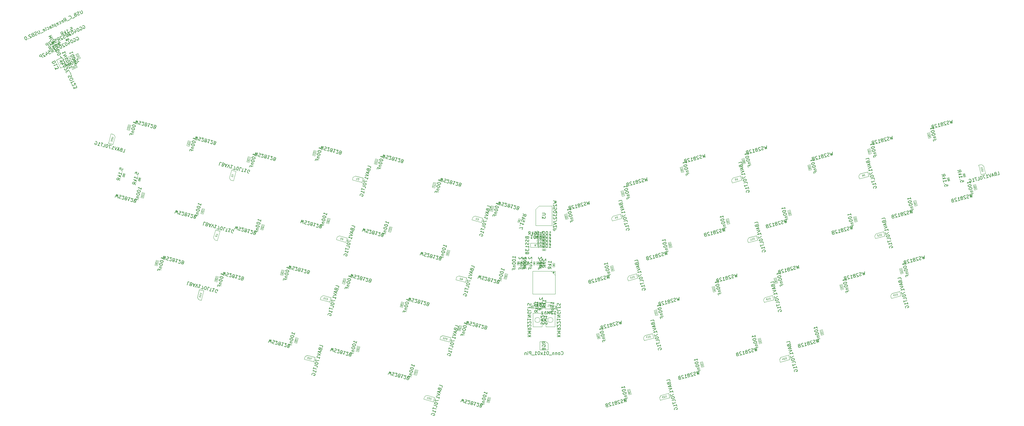
<source format=gbr>
%TF.GenerationSoftware,KiCad,Pcbnew,8.0.6*%
%TF.CreationDate,2024-12-13T19:23:41-05:00*%
%TF.ProjectId,10133,31303133-332e-46b6-9963-61645f706362,rev?*%
%TF.SameCoordinates,Original*%
%TF.FileFunction,AssemblyDrawing,Bot*%
%FSLAX46Y46*%
G04 Gerber Fmt 4.6, Leading zero omitted, Abs format (unit mm)*
G04 Created by KiCad (PCBNEW 8.0.6) date 2024-12-13 19:23:41*
%MOMM*%
%LPD*%
G01*
G04 APERTURE LIST*
%ADD10C,0.150000*%
%ADD11C,0.060000*%
%ADD12C,0.040000*%
%ADD13C,0.075000*%
%ADD14C,0.090000*%
%ADD15C,0.050000*%
%ADD16C,0.100000*%
G04 APERTURE END LIST*
D10*
X-59242705Y6476691D02*
X-59094808Y7028649D01*
X-59168756Y6752670D02*
X-60134682Y7011489D01*
X-60134682Y7011489D02*
X-59972043Y7066508D01*
X-59972043Y7066508D02*
X-59855401Y7133851D01*
X-59855401Y7133851D02*
X-59784755Y7213519D01*
X-60368852Y6137556D02*
X-60393501Y6045563D01*
X-60393501Y6045563D02*
X-60372154Y5941245D01*
X-60372154Y5941245D02*
X-60338483Y5882924D01*
X-60338483Y5882924D02*
X-60258814Y5812278D01*
X-60258814Y5812278D02*
X-60087153Y5716983D01*
X-60087153Y5716983D02*
X-59857171Y5655359D01*
X-59857171Y5655359D02*
X-59660860Y5652057D01*
X-59660860Y5652057D02*
X-59556543Y5673404D01*
X-59556543Y5673404D02*
X-59498221Y5707076D01*
X-59498221Y5707076D02*
X-59427575Y5786744D01*
X-59427575Y5786744D02*
X-59402926Y5878737D01*
X-59402926Y5878737D02*
X-59424273Y5983055D01*
X-59424273Y5983055D02*
X-59457945Y6041376D01*
X-59457945Y6041376D02*
X-59537613Y6112022D01*
X-59537613Y6112022D02*
X-59709274Y6207317D01*
X-59709274Y6207317D02*
X-59939257Y6268941D01*
X-59939257Y6268941D02*
X-60135567Y6272243D01*
X-60135567Y6272243D02*
X-60239885Y6250896D01*
X-60239885Y6250896D02*
X-60298206Y6217224D01*
X-60298206Y6217224D02*
X-60368852Y6137556D01*
X-60615346Y5217627D02*
X-60639996Y5125634D01*
X-60639996Y5125634D02*
X-60618649Y5021316D01*
X-60618649Y5021316D02*
X-60584977Y4962995D01*
X-60584977Y4962995D02*
X-60505309Y4892349D01*
X-60505309Y4892349D02*
X-60333647Y4797054D01*
X-60333647Y4797054D02*
X-60103665Y4735430D01*
X-60103665Y4735430D02*
X-59907355Y4732128D01*
X-59907355Y4732128D02*
X-59803037Y4753475D01*
X-59803037Y4753475D02*
X-59744716Y4787146D01*
X-59744716Y4787146D02*
X-59674070Y4866815D01*
X-59674070Y4866815D02*
X-59649420Y4958808D01*
X-59649420Y4958808D02*
X-59670767Y5063125D01*
X-59670767Y5063125D02*
X-59704439Y5121446D01*
X-59704439Y5121446D02*
X-59784107Y5192092D01*
X-59784107Y5192092D02*
X-59955769Y5287388D01*
X-59955769Y5287388D02*
X-60185751Y5349011D01*
X-60185751Y5349011D02*
X-60382061Y5352314D01*
X-60382061Y5352314D02*
X-60486379Y5330967D01*
X-60486379Y5330967D02*
X-60544700Y5297295D01*
X-60544700Y5297295D02*
X-60615346Y5217627D01*
X-60490566Y4395410D02*
X-59846616Y4222864D01*
X-60398573Y4370761D02*
X-60456895Y4337089D01*
X-60456895Y4337089D02*
X-60527541Y4257421D01*
X-60527541Y4257421D02*
X-60564515Y4119431D01*
X-60564515Y4119431D02*
X-60543168Y4015114D01*
X-60543168Y4015114D02*
X-60463499Y3944468D01*
X-60463499Y3944468D02*
X-59957538Y3808896D01*
X-60673020Y3162528D02*
X-60586747Y3484503D01*
X-60080785Y3348931D02*
X-61046711Y3607750D01*
X-61046711Y3607750D02*
X-61169958Y3147785D01*
D11*
X-61258369Y5680786D02*
X-61235040Y5694255D01*
X-61235040Y5694255D02*
X-61201852Y5744521D01*
X-61201852Y5744521D02*
X-61191992Y5781318D01*
X-61191992Y5781318D02*
X-61195601Y5841444D01*
X-61195601Y5841444D02*
X-61222539Y5888101D01*
X-61222539Y5888101D02*
X-61254406Y5916359D01*
X-61254406Y5916359D02*
X-61323070Y5954477D01*
X-61323070Y5954477D02*
X-61378266Y5969267D01*
X-61378266Y5969267D02*
X-61456790Y5970588D01*
X-61456790Y5970588D02*
X-61498517Y5962049D01*
X-61498517Y5962049D02*
X-61545174Y5935112D01*
X-61545174Y5935112D02*
X-61578363Y5884846D01*
X-61578363Y5884846D02*
X-61588222Y5848049D01*
X-61588222Y5848049D02*
X-61584613Y5787923D01*
X-61584613Y5787923D02*
X-61571145Y5764595D01*
X-61642451Y5645664D02*
X-61706540Y5406483D01*
X-61706540Y5406483D02*
X-61524842Y5495834D01*
X-61524842Y5495834D02*
X-61539631Y5440638D01*
X-61539631Y5440638D02*
X-61531093Y5398911D01*
X-61531093Y5398911D02*
X-61517624Y5375582D01*
X-61517624Y5375582D02*
X-61485757Y5347324D01*
X-61485757Y5347324D02*
X-61393764Y5322675D01*
X-61393764Y5322675D02*
X-61352037Y5331213D01*
X-61352037Y5331213D02*
X-61328708Y5344682D01*
X-61328708Y5344682D02*
X-61300450Y5376549D01*
X-61300450Y5376549D02*
X-61270870Y5486941D01*
X-61270870Y5486941D02*
X-61279409Y5528668D01*
X-61279409Y5528668D02*
X-61292878Y5551996D01*
X-61418767Y4934984D02*
X-61359608Y5155767D01*
X-61389188Y5045375D02*
X-61775558Y5148903D01*
X-61775558Y5148903D02*
X-61710502Y5170910D01*
X-61710502Y5170910D02*
X-61663845Y5197848D01*
X-61663845Y5197848D02*
X-61635587Y5229715D01*
D10*
X1547619Y15805180D02*
X2119047Y15805180D01*
X1833333Y15805180D02*
X1833333Y16805180D01*
X1833333Y16805180D02*
X1928571Y16662323D01*
X1928571Y16662323D02*
X2023809Y16567085D01*
X2023809Y16567085D02*
X2119047Y16519466D01*
X928571Y16805180D02*
X833333Y16805180D01*
X833333Y16805180D02*
X738095Y16757561D01*
X738095Y16757561D02*
X690476Y16709942D01*
X690476Y16709942D02*
X642857Y16614704D01*
X642857Y16614704D02*
X595238Y16424228D01*
X595238Y16424228D02*
X595238Y16186133D01*
X595238Y16186133D02*
X642857Y15995657D01*
X642857Y15995657D02*
X690476Y15900419D01*
X690476Y15900419D02*
X738095Y15852800D01*
X738095Y15852800D02*
X833333Y15805180D01*
X833333Y15805180D02*
X928571Y15805180D01*
X928571Y15805180D02*
X1023809Y15852800D01*
X1023809Y15852800D02*
X1071428Y15900419D01*
X1071428Y15900419D02*
X1119047Y15995657D01*
X1119047Y15995657D02*
X1166666Y16186133D01*
X1166666Y16186133D02*
X1166666Y16424228D01*
X1166666Y16424228D02*
X1119047Y16614704D01*
X1119047Y16614704D02*
X1071428Y16709942D01*
X1071428Y16709942D02*
X1023809Y16757561D01*
X1023809Y16757561D02*
X928571Y16805180D01*
X-23809Y16805180D02*
X-119047Y16805180D01*
X-119047Y16805180D02*
X-214285Y16757561D01*
X-214285Y16757561D02*
X-261904Y16709942D01*
X-261904Y16709942D02*
X-309523Y16614704D01*
X-309523Y16614704D02*
X-357142Y16424228D01*
X-357142Y16424228D02*
X-357142Y16186133D01*
X-357142Y16186133D02*
X-309523Y15995657D01*
X-309523Y15995657D02*
X-261904Y15900419D01*
X-261904Y15900419D02*
X-214285Y15852800D01*
X-214285Y15852800D02*
X-119047Y15805180D01*
X-119047Y15805180D02*
X-23809Y15805180D01*
X-23809Y15805180D02*
X71428Y15852800D01*
X71428Y15852800D02*
X119047Y15900419D01*
X119047Y15900419D02*
X166666Y15995657D01*
X166666Y15995657D02*
X214285Y16186133D01*
X214285Y16186133D02*
X214285Y16424228D01*
X214285Y16424228D02*
X166666Y16614704D01*
X166666Y16614704D02*
X119047Y16709942D01*
X119047Y16709942D02*
X71428Y16757561D01*
X71428Y16757561D02*
X-23809Y16805180D01*
X-785714Y16471847D02*
X-785714Y15805180D01*
X-785714Y16376609D02*
X-833333Y16424228D01*
X-833333Y16424228D02*
X-928571Y16471847D01*
X-928571Y16471847D02*
X-1071428Y16471847D01*
X-1071428Y16471847D02*
X-1166666Y16424228D01*
X-1166666Y16424228D02*
X-1214285Y16328990D01*
X-1214285Y16328990D02*
X-1214285Y15805180D01*
X-2023809Y16328990D02*
X-1690476Y16328990D01*
X-1690476Y15805180D02*
X-1690476Y16805180D01*
X-1690476Y16805180D02*
X-2166666Y16805180D01*
D12*
X41666Y15010234D02*
X53570Y14998330D01*
X53570Y14998330D02*
X89285Y14986425D01*
X89285Y14986425D02*
X113094Y14986425D01*
X113094Y14986425D02*
X148808Y14998330D01*
X148808Y14998330D02*
X172618Y15022139D01*
X172618Y15022139D02*
X184523Y15045949D01*
X184523Y15045949D02*
X196427Y15093568D01*
X196427Y15093568D02*
X196427Y15129282D01*
X196427Y15129282D02*
X184523Y15176901D01*
X184523Y15176901D02*
X172618Y15200710D01*
X172618Y15200710D02*
X148808Y15224520D01*
X148808Y15224520D02*
X113094Y15236425D01*
X113094Y15236425D02*
X89285Y15236425D01*
X89285Y15236425D02*
X53570Y15224520D01*
X53570Y15224520D02*
X41666Y15212615D01*
X-196429Y14986425D02*
X-53572Y14986425D01*
X-125000Y14986425D02*
X-125000Y15236425D01*
X-125000Y15236425D02*
X-101191Y15200710D01*
X-101191Y15200710D02*
X-77381Y15176901D01*
X-77381Y15176901D02*
X-53572Y15164996D01*
D10*
X37404790Y17881716D02*
X37256893Y18433673D01*
X37330841Y18157695D02*
X36364916Y17898875D01*
X36364916Y17898875D02*
X36478255Y18027843D01*
X36478255Y18027843D02*
X36545599Y18144485D01*
X36545599Y18144485D02*
X36566946Y18248803D01*
X36599085Y17024943D02*
X36623735Y16932950D01*
X36623735Y16932950D02*
X36694380Y16853281D01*
X36694380Y16853281D02*
X36752702Y16819610D01*
X36752702Y16819610D02*
X36857019Y16798263D01*
X36857019Y16798263D02*
X37053330Y16801565D01*
X37053330Y16801565D02*
X37283312Y16863189D01*
X37283312Y16863189D02*
X37454973Y16958484D01*
X37454973Y16958484D02*
X37534642Y17029130D01*
X37534642Y17029130D02*
X37568313Y17087451D01*
X37568313Y17087451D02*
X37589660Y17191769D01*
X37589660Y17191769D02*
X37565011Y17283762D01*
X37565011Y17283762D02*
X37494365Y17363430D01*
X37494365Y17363430D02*
X37436044Y17397102D01*
X37436044Y17397102D02*
X37331726Y17418449D01*
X37331726Y17418449D02*
X37135416Y17415146D01*
X37135416Y17415146D02*
X36905433Y17353523D01*
X36905433Y17353523D02*
X36733772Y17258227D01*
X36733772Y17258227D02*
X36654104Y17187581D01*
X36654104Y17187581D02*
X36620432Y17129260D01*
X36620432Y17129260D02*
X36599085Y17024943D01*
X36845579Y16105013D02*
X36870229Y16013020D01*
X36870229Y16013020D02*
X36940875Y15933352D01*
X36940875Y15933352D02*
X36999196Y15899680D01*
X36999196Y15899680D02*
X37103514Y15878333D01*
X37103514Y15878333D02*
X37299824Y15881636D01*
X37299824Y15881636D02*
X37529807Y15943259D01*
X37529807Y15943259D02*
X37701468Y16038555D01*
X37701468Y16038555D02*
X37781136Y16109200D01*
X37781136Y16109200D02*
X37814808Y16167522D01*
X37814808Y16167522D02*
X37836155Y16271839D01*
X37836155Y16271839D02*
X37811505Y16363832D01*
X37811505Y16363832D02*
X37740859Y16443500D01*
X37740859Y16443500D02*
X37682538Y16477172D01*
X37682538Y16477172D02*
X37578221Y16498519D01*
X37578221Y16498519D02*
X37381910Y16495217D01*
X37381910Y16495217D02*
X37151928Y16433593D01*
X37151928Y16433593D02*
X36980266Y16338298D01*
X36980266Y16338298D02*
X36900598Y16267652D01*
X36900598Y16267652D02*
X36866927Y16209331D01*
X36866927Y16209331D02*
X36845579Y16105013D01*
X37364750Y15455343D02*
X38008701Y15627889D01*
X37456743Y15479992D02*
X37423071Y15421671D01*
X37423071Y15421671D02*
X37401724Y15317353D01*
X37401724Y15317353D02*
X37438699Y15179364D01*
X37438699Y15179364D02*
X37509344Y15099696D01*
X37509344Y15099696D02*
X37613662Y15078349D01*
X37613662Y15078349D02*
X38119623Y15213920D01*
X37823182Y14296409D02*
X37736909Y14618384D01*
X38242870Y14753956D02*
X37276945Y14495137D01*
X37276945Y14495137D02*
X37400192Y14035172D01*
D11*
X38819674Y16924833D02*
X38833142Y16948161D01*
X38833142Y16948161D02*
X38836751Y17008287D01*
X38836751Y17008287D02*
X38826891Y17045084D01*
X38826891Y17045084D02*
X38793703Y17095350D01*
X38793703Y17095350D02*
X38747046Y17122287D01*
X38747046Y17122287D02*
X38705319Y17130826D01*
X38705319Y17130826D02*
X38626795Y17129505D01*
X38626795Y17129505D02*
X38571599Y17114715D01*
X38571599Y17114715D02*
X38502935Y17076597D01*
X38502935Y17076597D02*
X38471067Y17048339D01*
X38471067Y17048339D02*
X38444130Y17001682D01*
X38444130Y17001682D02*
X38440521Y16941556D01*
X38440521Y16941556D02*
X38450381Y16904759D01*
X38450381Y16904759D02*
X38483569Y16854493D01*
X38483569Y16854493D02*
X38506898Y16841025D01*
X38563768Y16481592D02*
X38514469Y16665577D01*
X38514469Y16665577D02*
X38693525Y16733275D01*
X38693525Y16733275D02*
X38680057Y16709946D01*
X38680057Y16709946D02*
X38671518Y16668219D01*
X38671518Y16668219D02*
X38696167Y16576226D01*
X38696167Y16576226D02*
X38724426Y16544359D01*
X38724426Y16544359D02*
X38747754Y16530890D01*
X38747754Y16530890D02*
X38789481Y16522352D01*
X38789481Y16522352D02*
X38881474Y16547001D01*
X38881474Y16547001D02*
X38913341Y16575259D01*
X38913341Y16575259D02*
X38926810Y16598588D01*
X38926810Y16598588D02*
X38935349Y16640315D01*
X38935349Y16640315D02*
X38910699Y16732308D01*
X38910699Y16732308D02*
X38882441Y16764175D01*
X38882441Y16764175D02*
X38859113Y16777644D01*
X38632787Y16224012D02*
X38642646Y16187215D01*
X38642646Y16187215D02*
X38670905Y16155347D01*
X38670905Y16155347D02*
X38694233Y16141879D01*
X38694233Y16141879D02*
X38735960Y16133340D01*
X38735960Y16133340D02*
X38814484Y16134661D01*
X38814484Y16134661D02*
X38906477Y16159310D01*
X38906477Y16159310D02*
X38975142Y16197428D01*
X38975142Y16197428D02*
X39007009Y16225687D01*
X39007009Y16225687D02*
X39020478Y16249015D01*
X39020478Y16249015D02*
X39029017Y16290742D01*
X39029017Y16290742D02*
X39019157Y16327539D01*
X39019157Y16327539D02*
X38990899Y16359407D01*
X38990899Y16359407D02*
X38967570Y16372875D01*
X38967570Y16372875D02*
X38925843Y16381414D01*
X38925843Y16381414D02*
X38847319Y16380093D01*
X38847319Y16380093D02*
X38755326Y16355444D01*
X38755326Y16355444D02*
X38686661Y16317326D01*
X38686661Y16317326D02*
X38654794Y16289067D01*
X38654794Y16289067D02*
X38641325Y16265739D01*
X38641325Y16265739D02*
X38632787Y16224012D01*
D10*
X-16573774Y27934242D02*
X-16450527Y28394207D01*
X-16450527Y28394207D02*
X-17416453Y28653026D01*
X-17252281Y27425864D02*
X-17243259Y27275549D01*
X-17243259Y27275549D02*
X-17209587Y27217228D01*
X-17209587Y27217228D02*
X-17129919Y27146582D01*
X-17129919Y27146582D02*
X-16991930Y27109608D01*
X-16991930Y27109608D02*
X-16887612Y27130955D01*
X-16887612Y27130955D02*
X-16829291Y27164627D01*
X-16829291Y27164627D02*
X-16758645Y27244295D01*
X-16758645Y27244295D02*
X-16660047Y27612267D01*
X-16660047Y27612267D02*
X-17625973Y27871086D01*
X-17625973Y27871086D02*
X-17712246Y27549111D01*
X-17712246Y27549111D02*
X-17690899Y27444793D01*
X-17690899Y27444793D02*
X-17657227Y27386472D01*
X-17657227Y27386472D02*
X-17577559Y27315826D01*
X-17577559Y27315826D02*
X-17485566Y27291176D01*
X-17485566Y27291176D02*
X-17381249Y27312524D01*
X-17381249Y27312524D02*
X-17322927Y27346195D01*
X-17322927Y27346195D02*
X-17252281Y27425864D01*
X-17252281Y27425864D02*
X-17166008Y27747839D01*
X-17182520Y26766286D02*
X-17305768Y26306321D01*
X-16881892Y26784330D02*
X-17934091Y26721174D01*
X-17934091Y26721174D02*
X-17054438Y26140380D01*
X-18069663Y26215213D02*
X-17190010Y25634419D01*
X-17190010Y25634419D02*
X-18242209Y25571262D01*
X-17498128Y24484507D02*
X-17350232Y25036464D01*
X-17424180Y24760486D02*
X-18390106Y25019305D01*
X-18390106Y25019305D02*
X-18227467Y25074323D01*
X-18227467Y25074323D02*
X-18110824Y25141667D01*
X-18110824Y25141667D02*
X-18040179Y25221335D01*
X-18550327Y24421351D02*
X-18722873Y23777400D01*
X-18722873Y23777400D02*
X-17646025Y23932549D01*
X-18870770Y23225442D02*
X-18895419Y23133449D01*
X-18895419Y23133449D02*
X-18874072Y23029132D01*
X-18874072Y23029132D02*
X-18840400Y22970811D01*
X-18840400Y22970811D02*
X-18760732Y22900165D01*
X-18760732Y22900165D02*
X-18589071Y22804869D01*
X-18589071Y22804869D02*
X-18359089Y22743246D01*
X-18359089Y22743246D02*
X-18162778Y22739943D01*
X-18162778Y22739943D02*
X-18058460Y22761290D01*
X-18058460Y22761290D02*
X-18000139Y22794962D01*
X-18000139Y22794962D02*
X-17929493Y22874630D01*
X-17929493Y22874630D02*
X-17904844Y22966623D01*
X-17904844Y22966623D02*
X-17926191Y23070941D01*
X-17926191Y23070941D02*
X-17959863Y23129262D01*
X-17959863Y23129262D02*
X-18039531Y23199908D01*
X-18039531Y23199908D02*
X-18211192Y23295203D01*
X-18211192Y23295203D02*
X-18441174Y23356827D01*
X-18441174Y23356827D02*
X-18637485Y23360129D01*
X-18637485Y23360129D02*
X-18741803Y23338782D01*
X-18741803Y23338782D02*
X-18800124Y23305111D01*
X-18800124Y23305111D02*
X-18870770Y23225442D01*
X-18225286Y21770715D02*
X-18102039Y22230680D01*
X-18102039Y22230680D02*
X-19067965Y22489499D01*
X-19240511Y21845548D02*
X-19388408Y21293590D01*
X-18348534Y21310750D02*
X-19314459Y21569569D01*
X-18644327Y20206835D02*
X-18496430Y20758792D01*
X-18570379Y20482814D02*
X-19536304Y20741633D01*
X-19536304Y20741633D02*
X-19373666Y20796651D01*
X-19373666Y20796651D02*
X-19257023Y20863995D01*
X-19257023Y20863995D02*
X-19186377Y20943663D01*
X-19810751Y19533400D02*
X-19832098Y19637717D01*
X-19832098Y19637717D02*
X-19795123Y19775707D01*
X-19795123Y19775707D02*
X-19712153Y19901371D01*
X-19712153Y19901371D02*
X-19595510Y19968715D01*
X-19595510Y19968715D02*
X-19491193Y19990062D01*
X-19491193Y19990062D02*
X-19294882Y19986760D01*
X-19294882Y19986760D02*
X-19156893Y19949785D01*
X-19156893Y19949785D02*
X-18985232Y19854490D01*
X-18985232Y19854490D02*
X-18905563Y19783844D01*
X-18905563Y19783844D02*
X-18838220Y19667202D01*
X-18838220Y19667202D02*
X-18829198Y19516888D01*
X-18829198Y19516888D02*
X-18853847Y19424895D01*
X-18853847Y19424895D02*
X-18936818Y19299230D01*
X-18936818Y19299230D02*
X-18995139Y19265558D01*
X-18995139Y19265558D02*
X-19317114Y19351831D01*
X-19317114Y19351831D02*
X-19267815Y19535817D01*
D13*
X-20822426Y24920498D02*
X-20951836Y24437535D01*
X-20951836Y24437535D02*
X-20836844Y24406723D01*
X-20836844Y24406723D02*
X-20761687Y24411234D01*
X-20761687Y24411234D02*
X-20703366Y24444906D01*
X-20703366Y24444906D02*
X-20668043Y24484740D01*
X-20668043Y24484740D02*
X-20620395Y24570571D01*
X-20620395Y24570571D02*
X-20601908Y24639565D01*
X-20601908Y24639565D02*
X-20600257Y24737721D01*
X-20600257Y24737721D02*
X-20610931Y24789879D01*
X-20610931Y24789879D02*
X-20644602Y24848201D01*
X-20644602Y24848201D02*
X-20707435Y24889686D01*
X-20707435Y24889686D02*
X-20822426Y24920498D01*
X-20514869Y24320450D02*
X-20215892Y24240339D01*
X-20215892Y24240339D02*
X-20327581Y24467462D01*
X-20327581Y24467462D02*
X-20258586Y24448975D01*
X-20258586Y24448975D02*
X-20206427Y24459648D01*
X-20206427Y24459648D02*
X-20177267Y24476484D01*
X-20177267Y24476484D02*
X-20141944Y24516318D01*
X-20141944Y24516318D02*
X-20111132Y24631309D01*
X-20111132Y24631309D02*
X-20121805Y24683468D01*
X-20121805Y24683468D02*
X-20138641Y24712629D01*
X-20138641Y24712629D02*
X-20178475Y24747952D01*
X-20178475Y24747952D02*
X-20316465Y24784926D01*
X-20316465Y24784926D02*
X-20368624Y24774252D01*
X-20368624Y24774252D02*
X-20397784Y24757416D01*
D10*
X2997199Y8345180D02*
X2997199Y8107085D01*
X3235294Y8202323D02*
X2997199Y8107085D01*
X2997199Y8107085D02*
X2759104Y8202323D01*
X3140056Y7916609D02*
X2997199Y8107085D01*
X2997199Y8107085D02*
X2854342Y7916609D01*
X2997199Y8345180D02*
X2997199Y8107085D01*
X3235294Y8202323D02*
X2997199Y8107085D01*
X2997199Y8107085D02*
X2759104Y8202323D01*
X3140056Y7916609D02*
X2997199Y8107085D01*
X2997199Y8107085D02*
X2854342Y7916609D01*
X-145718891Y83429818D02*
X-145290894Y83638566D01*
X-145290894Y83638566D02*
X-145039346Y83231443D01*
X-145039346Y83231443D02*
X-145103021Y83253368D01*
X-145103021Y83253368D02*
X-145209495Y83254418D01*
X-145209495Y83254418D02*
X-145423494Y83150044D01*
X-145423494Y83150044D02*
X-145488218Y83065495D01*
X-145488218Y83065495D02*
X-145510143Y83001820D01*
X-145510143Y83001820D02*
X-145511193Y82895346D01*
X-145511193Y82895346D02*
X-145406819Y82681348D01*
X-145406819Y82681348D02*
X-145322270Y82616623D01*
X-145322270Y82616623D02*
X-145258595Y82594698D01*
X-145258595Y82594698D02*
X-145152121Y82593648D01*
X-145152121Y82593648D02*
X-144938123Y82698022D01*
X-144938123Y82698022D02*
X-144873398Y82782571D01*
X-144873398Y82782571D02*
X-144851473Y82846246D01*
X-145750267Y82407875D02*
X-145772192Y82344200D01*
X-145772192Y82344200D02*
X-145708517Y82322275D01*
X-145708517Y82322275D02*
X-145686593Y82385950D01*
X-145686593Y82385950D02*
X-145750267Y82407875D01*
X-145750267Y82407875D02*
X-145708517Y82322275D01*
X-146607311Y81883904D02*
X-146093714Y82134402D01*
X-146350513Y82009153D02*
X-146788884Y82907947D01*
X-146788884Y82907947D02*
X-146640660Y82821298D01*
X-146640660Y82821298D02*
X-146513311Y82777448D01*
X-146513311Y82777448D02*
X-146406837Y82776398D01*
X-146992509Y81696031D02*
X-147430880Y82594825D01*
X-147245107Y81996679D02*
X-147334906Y81529032D01*
X-147627154Y82128228D02*
X-147117757Y81952829D01*
X-148233701Y81090661D02*
X-148142851Y81664782D01*
X-147720104Y81341159D02*
X-148158475Y82239953D01*
X-148158475Y82239953D02*
X-148500873Y82072955D01*
X-148500873Y82072955D02*
X-148565597Y81988405D01*
X-148565597Y81988405D02*
X-148587522Y81924731D01*
X-148587522Y81924731D02*
X-148588572Y81818256D01*
X-148588572Y81818256D02*
X-148525948Y81689857D01*
X-148525948Y81689857D02*
X-148441399Y81625133D01*
X-148441399Y81625133D02*
X-148377724Y81603208D01*
X-148377724Y81603208D02*
X-148271250Y81602158D01*
X-148271250Y81602158D02*
X-147928852Y81769156D01*
D12*
X-146006155Y81249885D02*
X-145982534Y81399156D01*
X-145872620Y81315014D02*
X-145986596Y81548701D01*
X-145986596Y81548701D02*
X-146075619Y81505281D01*
X-146075619Y81505281D02*
X-146092448Y81483298D01*
X-146092448Y81483298D02*
X-146098148Y81466743D01*
X-146098148Y81466743D02*
X-146098421Y81439060D01*
X-146098421Y81439060D02*
X-146082139Y81405676D01*
X-146082139Y81405676D02*
X-146060156Y81388847D01*
X-146060156Y81388847D02*
X-146043601Y81383147D01*
X-146043601Y81383147D02*
X-146015917Y81382874D01*
X-146015917Y81382874D02*
X-145926894Y81426293D01*
X-146228713Y81141336D02*
X-146095178Y81206465D01*
X-146161946Y81173900D02*
X-146275922Y81407587D01*
X-146275922Y81407587D02*
X-146237384Y81385058D01*
X-146237384Y81385058D02*
X-146204273Y81373657D01*
X-146204273Y81373657D02*
X-146176590Y81373384D01*
X-146451272Y81032787D02*
X-146317737Y81097916D01*
X-146384504Y81065351D02*
X-146498481Y81299038D01*
X-146498481Y81299038D02*
X-146459942Y81276509D01*
X-146459942Y81276509D02*
X-146426832Y81265108D01*
X-146426832Y81265108D02*
X-146399148Y81264835D01*
D10*
X47646085Y-22185430D02*
X47674922Y-23212980D01*
X47674922Y-23212980D02*
X47306065Y-22572332D01*
X47306065Y-22572332D02*
X47306950Y-23311577D01*
X47306950Y-23311577D02*
X46818148Y-22407275D01*
X46742668Y-23413478D02*
X46617003Y-23496448D01*
X46617003Y-23496448D02*
X46387021Y-23558072D01*
X46387021Y-23558072D02*
X46282703Y-23536725D01*
X46282703Y-23536725D02*
X46224382Y-23503053D01*
X46224382Y-23503053D02*
X46153736Y-23423385D01*
X46153736Y-23423385D02*
X46129086Y-23331392D01*
X46129086Y-23331392D02*
X46150433Y-23227074D01*
X46150433Y-23227074D02*
X46184105Y-23168753D01*
X46184105Y-23168753D02*
X46263773Y-23098107D01*
X46263773Y-23098107D02*
X46435435Y-23002812D01*
X46435435Y-23002812D02*
X46515103Y-22932166D01*
X46515103Y-22932166D02*
X46548775Y-22873845D01*
X46548775Y-22873845D02*
X46570122Y-22769527D01*
X46570122Y-22769527D02*
X46545472Y-22677534D01*
X46545472Y-22677534D02*
X46474826Y-22597866D01*
X46474826Y-22597866D02*
X46416505Y-22564194D01*
X46416505Y-22564194D02*
X46312187Y-22542847D01*
X46312187Y-22542847D02*
X46082205Y-22604471D01*
X46082205Y-22604471D02*
X45956540Y-22687441D01*
X45600893Y-22832035D02*
X45542572Y-22798364D01*
X45542572Y-22798364D02*
X45438254Y-22777017D01*
X45438254Y-22777017D02*
X45208272Y-22838640D01*
X45208272Y-22838640D02*
X45128604Y-22909286D01*
X45128604Y-22909286D02*
X45094932Y-22967607D01*
X45094932Y-22967607D02*
X45073585Y-23071925D01*
X45073585Y-23071925D02*
X45098235Y-23163918D01*
X45098235Y-23163918D02*
X45181205Y-23289583D01*
X45181205Y-23289583D02*
X45881059Y-23693644D01*
X45881059Y-23693644D02*
X45283105Y-23853865D01*
X44583251Y-23449804D02*
X44662919Y-23379158D01*
X44662919Y-23379158D02*
X44696591Y-23320837D01*
X44696591Y-23320837D02*
X44717938Y-23216519D01*
X44717938Y-23216519D02*
X44705613Y-23170523D01*
X44705613Y-23170523D02*
X44634967Y-23090855D01*
X44634967Y-23090855D02*
X44576646Y-23057183D01*
X44576646Y-23057183D02*
X44472329Y-23035836D01*
X44472329Y-23035836D02*
X44288343Y-23085135D01*
X44288343Y-23085135D02*
X44208675Y-23155781D01*
X44208675Y-23155781D02*
X44175003Y-23214102D01*
X44175003Y-23214102D02*
X44153656Y-23318419D01*
X44153656Y-23318419D02*
X44165980Y-23364416D01*
X44165980Y-23364416D02*
X44236626Y-23444084D01*
X44236626Y-23444084D02*
X44294948Y-23477756D01*
X44294948Y-23477756D02*
X44399265Y-23499103D01*
X44399265Y-23499103D02*
X44583251Y-23449804D01*
X44583251Y-23449804D02*
X44687569Y-23471151D01*
X44687569Y-23471151D02*
X44745890Y-23504823D01*
X44745890Y-23504823D02*
X44816536Y-23584491D01*
X44816536Y-23584491D02*
X44865835Y-23768477D01*
X44865835Y-23768477D02*
X44844488Y-23872794D01*
X44844488Y-23872794D02*
X44810816Y-23931116D01*
X44810816Y-23931116D02*
X44731148Y-24001762D01*
X44731148Y-24001762D02*
X44547162Y-24051060D01*
X44547162Y-24051060D02*
X44442844Y-24029713D01*
X44442844Y-24029713D02*
X44384523Y-23996042D01*
X44384523Y-23996042D02*
X44313877Y-23916373D01*
X44313877Y-23916373D02*
X44264578Y-23732388D01*
X44264578Y-23732388D02*
X44285925Y-23628070D01*
X44285925Y-23628070D02*
X44319597Y-23569749D01*
X44319597Y-23569749D02*
X44399265Y-23499103D01*
X43443247Y-24346854D02*
X43995204Y-24198957D01*
X43719225Y-24272905D02*
X43460406Y-23306980D01*
X43460406Y-23306980D02*
X43589373Y-23420319D01*
X43589373Y-23420319D02*
X43706016Y-23487663D01*
X43706016Y-23487663D02*
X43810333Y-23509010D01*
X42841105Y-23571519D02*
X42782784Y-23537847D01*
X42782784Y-23537847D02*
X42678466Y-23516500D01*
X42678466Y-23516500D02*
X42448484Y-23578123D01*
X42448484Y-23578123D02*
X42368816Y-23648769D01*
X42368816Y-23648769D02*
X42335144Y-23707090D01*
X42335144Y-23707090D02*
X42313797Y-23811408D01*
X42313797Y-23811408D02*
X42338446Y-23903401D01*
X42338446Y-23903401D02*
X42421417Y-24029066D01*
X42421417Y-24029066D02*
X43121271Y-24433127D01*
X43121271Y-24433127D02*
X42523317Y-24593348D01*
X41651802Y-24284582D02*
X41526137Y-24367553D01*
X41526137Y-24367553D02*
X41492465Y-24425874D01*
X41492465Y-24425874D02*
X41471118Y-24530192D01*
X41471118Y-24530192D02*
X41508092Y-24668181D01*
X41508092Y-24668181D02*
X41578738Y-24747849D01*
X41578738Y-24747849D02*
X41637059Y-24781521D01*
X41637059Y-24781521D02*
X41741377Y-24802868D01*
X41741377Y-24802868D02*
X42109349Y-24704270D01*
X42109349Y-24704270D02*
X41850530Y-23738345D01*
X41850530Y-23738345D02*
X41528555Y-23824618D01*
X41528555Y-23824618D02*
X41448886Y-23895264D01*
X41448886Y-23895264D02*
X41415215Y-23953585D01*
X41415215Y-23953585D02*
X41393868Y-24057902D01*
X41393868Y-24057902D02*
X41418517Y-24149895D01*
X41418517Y-24149895D02*
X41489163Y-24229564D01*
X41489163Y-24229564D02*
X41547484Y-24263235D01*
X41547484Y-24263235D02*
X41651802Y-24284582D01*
X41651802Y-24284582D02*
X41973777Y-24198309D01*
X3036409Y-1568313D02*
X3036409Y-996885D01*
X3036409Y-1282599D02*
X2036409Y-1282599D01*
X2036409Y-1282599D02*
X2179266Y-1187361D01*
X2179266Y-1187361D02*
X2274504Y-1092123D01*
X2274504Y-1092123D02*
X2322123Y-996885D01*
X2036409Y-2473075D02*
X2036409Y-1996885D01*
X2036409Y-1996885D02*
X2512599Y-1949266D01*
X2512599Y-1949266D02*
X2464980Y-1996885D01*
X2464980Y-1996885D02*
X2417361Y-2092123D01*
X2417361Y-2092123D02*
X2417361Y-2330218D01*
X2417361Y-2330218D02*
X2464980Y-2425456D01*
X2464980Y-2425456D02*
X2512599Y-2473075D01*
X2512599Y-2473075D02*
X2607837Y-2520694D01*
X2607837Y-2520694D02*
X2845932Y-2520694D01*
X2845932Y-2520694D02*
X2941170Y-2473075D01*
X2941170Y-2473075D02*
X2988790Y-2425456D01*
X2988790Y-2425456D02*
X3036409Y-2330218D01*
X3036409Y-2330218D02*
X3036409Y-2092123D01*
X3036409Y-2092123D02*
X2988790Y-1996885D01*
X2988790Y-1996885D02*
X2941170Y-1949266D01*
X2369742Y-2949266D02*
X3369742Y-2949266D01*
X2417361Y-2949266D02*
X2369742Y-3044504D01*
X2369742Y-3044504D02*
X2369742Y-3234980D01*
X2369742Y-3234980D02*
X2417361Y-3330218D01*
X2417361Y-3330218D02*
X2464980Y-3377837D01*
X2464980Y-3377837D02*
X2560218Y-3425456D01*
X2560218Y-3425456D02*
X2845932Y-3425456D01*
X2845932Y-3425456D02*
X2941170Y-3377837D01*
X2941170Y-3377837D02*
X2988790Y-3330218D01*
X2988790Y-3330218D02*
X3036409Y-3234980D01*
X3036409Y-3234980D02*
X3036409Y-3044504D01*
X3036409Y-3044504D02*
X2988790Y-2949266D01*
X2512599Y-4187361D02*
X2512599Y-3854028D01*
X3036409Y-3854028D02*
X2036409Y-3854028D01*
X2036409Y-3854028D02*
X2036409Y-4330218D01*
D12*
X3831355Y-2479027D02*
X3843260Y-2467123D01*
X3843260Y-2467123D02*
X3855164Y-2431408D01*
X3855164Y-2431408D02*
X3855164Y-2407599D01*
X3855164Y-2407599D02*
X3843260Y-2371885D01*
X3843260Y-2371885D02*
X3819450Y-2348075D01*
X3819450Y-2348075D02*
X3795640Y-2336170D01*
X3795640Y-2336170D02*
X3748021Y-2324266D01*
X3748021Y-2324266D02*
X3712307Y-2324266D01*
X3712307Y-2324266D02*
X3664688Y-2336170D01*
X3664688Y-2336170D02*
X3640879Y-2348075D01*
X3640879Y-2348075D02*
X3617069Y-2371885D01*
X3617069Y-2371885D02*
X3605164Y-2407599D01*
X3605164Y-2407599D02*
X3605164Y-2431408D01*
X3605164Y-2431408D02*
X3617069Y-2467123D01*
X3617069Y-2467123D02*
X3628974Y-2479027D01*
X3855164Y-2717123D02*
X3855164Y-2574266D01*
X3855164Y-2645694D02*
X3605164Y-2645694D01*
X3605164Y-2645694D02*
X3640879Y-2621885D01*
X3640879Y-2621885D02*
X3664688Y-2598075D01*
X3664688Y-2598075D02*
X3676593Y-2574266D01*
X3855164Y-2955218D02*
X3855164Y-2812361D01*
X3855164Y-2883789D02*
X3605164Y-2883789D01*
X3605164Y-2883789D02*
X3640879Y-2859980D01*
X3640879Y-2859980D02*
X3664688Y-2836170D01*
X3664688Y-2836170D02*
X3676593Y-2812361D01*
D10*
X-31365295Y-27268464D02*
X-31242048Y-26808499D01*
X-31242048Y-26808499D02*
X-32207974Y-26549680D01*
X-32043802Y-27776842D02*
X-32034780Y-27927157D01*
X-32034780Y-27927157D02*
X-32001108Y-27985478D01*
X-32001108Y-27985478D02*
X-31921440Y-28056124D01*
X-31921440Y-28056124D02*
X-31783451Y-28093098D01*
X-31783451Y-28093098D02*
X-31679133Y-28071751D01*
X-31679133Y-28071751D02*
X-31620812Y-28038079D01*
X-31620812Y-28038079D02*
X-31550166Y-27958411D01*
X-31550166Y-27958411D02*
X-31451568Y-27590439D01*
X-31451568Y-27590439D02*
X-32417494Y-27331620D01*
X-32417494Y-27331620D02*
X-32503767Y-27653595D01*
X-32503767Y-27653595D02*
X-32482420Y-27757913D01*
X-32482420Y-27757913D02*
X-32448748Y-27816234D01*
X-32448748Y-27816234D02*
X-32369080Y-27886880D01*
X-32369080Y-27886880D02*
X-32277087Y-27911530D01*
X-32277087Y-27911530D02*
X-32172770Y-27890182D01*
X-32172770Y-27890182D02*
X-32114448Y-27856511D01*
X-32114448Y-27856511D02*
X-32043802Y-27776842D01*
X-32043802Y-27776842D02*
X-31957529Y-27454867D01*
X-31974041Y-28436420D02*
X-32097289Y-28896385D01*
X-31673413Y-28418376D02*
X-32725612Y-28481532D01*
X-32725612Y-28481532D02*
X-31845959Y-29062326D01*
X-32861184Y-28987493D02*
X-31981531Y-29568287D01*
X-31981531Y-29568287D02*
X-33033730Y-29631444D01*
X-32289649Y-30718199D02*
X-32141753Y-30166242D01*
X-32215701Y-30442220D02*
X-33181627Y-30183401D01*
X-33181627Y-30183401D02*
X-33018988Y-30128383D01*
X-33018988Y-30128383D02*
X-32902345Y-30061039D01*
X-32902345Y-30061039D02*
X-32831700Y-29981371D01*
X-33341848Y-30781355D02*
X-33514394Y-31425306D01*
X-33514394Y-31425306D02*
X-32437546Y-31270157D01*
X-33662291Y-31977264D02*
X-33686940Y-32069257D01*
X-33686940Y-32069257D02*
X-33665593Y-32173574D01*
X-33665593Y-32173574D02*
X-33631921Y-32231895D01*
X-33631921Y-32231895D02*
X-33552253Y-32302541D01*
X-33552253Y-32302541D02*
X-33380592Y-32397837D01*
X-33380592Y-32397837D02*
X-33150610Y-32459460D01*
X-33150610Y-32459460D02*
X-32954299Y-32462763D01*
X-32954299Y-32462763D02*
X-32849981Y-32441416D01*
X-32849981Y-32441416D02*
X-32791660Y-32407744D01*
X-32791660Y-32407744D02*
X-32721014Y-32328076D01*
X-32721014Y-32328076D02*
X-32696365Y-32236083D01*
X-32696365Y-32236083D02*
X-32717712Y-32131765D01*
X-32717712Y-32131765D02*
X-32751384Y-32073444D01*
X-32751384Y-32073444D02*
X-32831052Y-32002798D01*
X-32831052Y-32002798D02*
X-33002713Y-31907503D01*
X-33002713Y-31907503D02*
X-33232695Y-31845879D01*
X-33232695Y-31845879D02*
X-33429006Y-31842577D01*
X-33429006Y-31842577D02*
X-33533324Y-31863924D01*
X-33533324Y-31863924D02*
X-33591645Y-31897595D01*
X-33591645Y-31897595D02*
X-33662291Y-31977264D01*
X-33016807Y-33431991D02*
X-32893560Y-32972026D01*
X-32893560Y-32972026D02*
X-33859486Y-32713207D01*
X-34032032Y-33357158D02*
X-34179929Y-33909116D01*
X-33140055Y-33891956D02*
X-34105980Y-33633137D01*
X-33435848Y-34995871D02*
X-33287951Y-34443914D01*
X-33361900Y-34719892D02*
X-34327825Y-34461073D01*
X-34327825Y-34461073D02*
X-34165187Y-34406055D01*
X-34165187Y-34406055D02*
X-34048544Y-34338711D01*
X-34048544Y-34338711D02*
X-33977898Y-34259043D01*
X-34602272Y-35669306D02*
X-34623619Y-35564989D01*
X-34623619Y-35564989D02*
X-34586644Y-35426999D01*
X-34586644Y-35426999D02*
X-34503674Y-35301335D01*
X-34503674Y-35301335D02*
X-34387031Y-35233991D01*
X-34387031Y-35233991D02*
X-34282714Y-35212644D01*
X-34282714Y-35212644D02*
X-34086403Y-35215946D01*
X-34086403Y-35215946D02*
X-33948414Y-35252921D01*
X-33948414Y-35252921D02*
X-33776753Y-35348216D01*
X-33776753Y-35348216D02*
X-33697084Y-35418862D01*
X-33697084Y-35418862D02*
X-33629741Y-35535504D01*
X-33629741Y-35535504D02*
X-33620719Y-35685818D01*
X-33620719Y-35685818D02*
X-33645368Y-35777811D01*
X-33645368Y-35777811D02*
X-33728339Y-35903476D01*
X-33728339Y-35903476D02*
X-33786660Y-35937148D01*
X-33786660Y-35937148D02*
X-34108635Y-35850875D01*
X-34108635Y-35850875D02*
X-34059336Y-35666889D01*
D13*
X-35843929Y-30220585D02*
X-35973339Y-30703548D01*
X-35973339Y-30703548D02*
X-35858347Y-30734359D01*
X-35858347Y-30734359D02*
X-35783190Y-30729848D01*
X-35783190Y-30729848D02*
X-35724869Y-30696177D01*
X-35724869Y-30696177D02*
X-35689546Y-30656342D01*
X-35689546Y-30656342D02*
X-35641899Y-30570512D01*
X-35641899Y-30570512D02*
X-35623412Y-30501517D01*
X-35623412Y-30501517D02*
X-35621760Y-30403362D01*
X-35621760Y-30403362D02*
X-35632434Y-30351203D01*
X-35632434Y-30351203D02*
X-35666106Y-30292882D01*
X-35666106Y-30292882D02*
X-35728938Y-30251397D01*
X-35728938Y-30251397D02*
X-35843929Y-30220585D01*
X-35501049Y-30780798D02*
X-35484213Y-30809959D01*
X-35484213Y-30809959D02*
X-35444379Y-30845282D01*
X-35444379Y-30845282D02*
X-35329388Y-30876094D01*
X-35329388Y-30876094D02*
X-35277229Y-30865420D01*
X-35277229Y-30865420D02*
X-35248069Y-30848584D01*
X-35248069Y-30848584D02*
X-35212746Y-30808750D01*
X-35212746Y-30808750D02*
X-35200421Y-30762754D01*
X-35200421Y-30762754D02*
X-35204932Y-30687597D01*
X-35204932Y-30687597D02*
X-35406963Y-30337670D01*
X-35406963Y-30337670D02*
X-35107986Y-30417780D01*
X-35041085Y-30904045D02*
X-35024249Y-30933206D01*
X-35024249Y-30933206D02*
X-34984415Y-30968529D01*
X-34984415Y-30968529D02*
X-34869424Y-30999341D01*
X-34869424Y-30999341D02*
X-34817265Y-30988667D01*
X-34817265Y-30988667D02*
X-34788104Y-30971831D01*
X-34788104Y-30971831D02*
X-34752781Y-30931997D01*
X-34752781Y-30931997D02*
X-34740457Y-30886001D01*
X-34740457Y-30886001D02*
X-34744968Y-30810844D01*
X-34744968Y-30810844D02*
X-34946998Y-30460917D01*
X-34946998Y-30460917D02*
X-34648021Y-30541027D01*
D10*
X-113521284Y26385608D02*
X-113032483Y27289910D01*
X-113032483Y27289910D02*
X-113033368Y26550664D01*
X-113033368Y26550664D02*
X-112664511Y27191312D01*
X-112664511Y27191312D02*
X-112693348Y26163763D01*
X-112124878Y26997419D02*
X-111974564Y27006442D01*
X-111974564Y27006442D02*
X-111744582Y26944818D01*
X-111744582Y26944818D02*
X-111664914Y26874172D01*
X-111664914Y26874172D02*
X-111631242Y26815851D01*
X-111631242Y26815851D02*
X-111609895Y26711533D01*
X-111609895Y26711533D02*
X-111634544Y26619540D01*
X-111634544Y26619540D02*
X-111705190Y26539872D01*
X-111705190Y26539872D02*
X-111763511Y26506201D01*
X-111763511Y26506201D02*
X-111867829Y26484853D01*
X-111867829Y26484853D02*
X-112064140Y26488156D01*
X-112064140Y26488156D02*
X-112168457Y26466809D01*
X-112168457Y26466809D02*
X-112226779Y26433137D01*
X-112226779Y26433137D02*
X-112297424Y26353469D01*
X-112297424Y26353469D02*
X-112322074Y26261476D01*
X-112322074Y26261476D02*
X-112300727Y26157158D01*
X-112300727Y26157158D02*
X-112267055Y26098837D01*
X-112267055Y26098837D02*
X-112187387Y26028191D01*
X-112187387Y26028191D02*
X-111957405Y25966568D01*
X-111957405Y25966568D02*
X-111807090Y25975590D01*
X-111426794Y25922989D02*
X-111393122Y25864667D01*
X-111393122Y25864667D02*
X-111313454Y25794022D01*
X-111313454Y25794022D02*
X-111083472Y25732398D01*
X-111083472Y25732398D02*
X-110979154Y25753745D01*
X-110979154Y25753745D02*
X-110920833Y25787417D01*
X-110920833Y25787417D02*
X-110850187Y25867085D01*
X-110850187Y25867085D02*
X-110825537Y25959078D01*
X-110825537Y25959078D02*
X-110834560Y26109392D01*
X-110834560Y26109392D02*
X-111238621Y26809246D01*
X-111238621Y26809246D02*
X-110640667Y26649025D01*
X-110236606Y25949171D02*
X-110340923Y25927824D01*
X-110340923Y25927824D02*
X-110399244Y25894152D01*
X-110399244Y25894152D02*
X-110469890Y25814484D01*
X-110469890Y25814484D02*
X-110482215Y25768487D01*
X-110482215Y25768487D02*
X-110460868Y25664170D01*
X-110460868Y25664170D02*
X-110427196Y25605848D01*
X-110427196Y25605848D02*
X-110347528Y25535203D01*
X-110347528Y25535203D02*
X-110163542Y25485904D01*
X-110163542Y25485904D02*
X-110059225Y25507251D01*
X-110059225Y25507251D02*
X-110000903Y25540922D01*
X-110000903Y25540922D02*
X-109930257Y25620591D01*
X-109930257Y25620591D02*
X-109917933Y25666587D01*
X-109917933Y25666587D02*
X-109939280Y25770905D01*
X-109939280Y25770905D02*
X-109972952Y25829226D01*
X-109972952Y25829226D02*
X-110052620Y25899872D01*
X-110052620Y25899872D02*
X-110236606Y25949171D01*
X-110236606Y25949171D02*
X-110316274Y26019817D01*
X-110316274Y26019817D02*
X-110349946Y26078138D01*
X-110349946Y26078138D02*
X-110371293Y26182455D01*
X-110371293Y26182455D02*
X-110321994Y26366441D01*
X-110321994Y26366441D02*
X-110251348Y26446110D01*
X-110251348Y26446110D02*
X-110193027Y26479781D01*
X-110193027Y26479781D02*
X-110088709Y26501128D01*
X-110088709Y26501128D02*
X-109904723Y26451829D01*
X-109904723Y26451829D02*
X-109825055Y26381184D01*
X-109825055Y26381184D02*
X-109791383Y26322862D01*
X-109791383Y26322862D02*
X-109770036Y26218545D01*
X-109770036Y26218545D02*
X-109819335Y26034559D01*
X-109819335Y26034559D02*
X-109889981Y25954891D01*
X-109889981Y25954891D02*
X-109948302Y25921219D01*
X-109948302Y25921219D02*
X-110052620Y25899872D01*
X-108800808Y26156036D02*
X-109352765Y26303933D01*
X-109076787Y26229985D02*
X-109335606Y25264059D01*
X-109335606Y25264059D02*
X-109390624Y25426698D01*
X-109390624Y25426698D02*
X-109457968Y25543340D01*
X-109457968Y25543340D02*
X-109537636Y25613986D01*
X-108667006Y25183506D02*
X-108633334Y25125184D01*
X-108633334Y25125184D02*
X-108553666Y25054539D01*
X-108553666Y25054539D02*
X-108323683Y24992915D01*
X-108323683Y24992915D02*
X-108219366Y25014262D01*
X-108219366Y25014262D02*
X-108161045Y25047934D01*
X-108161045Y25047934D02*
X-108090399Y25127602D01*
X-108090399Y25127602D02*
X-108065749Y25219595D01*
X-108065749Y25219595D02*
X-108074772Y25369909D01*
X-108074772Y25369909D02*
X-108478833Y26069763D01*
X-108478833Y26069763D02*
X-107880878Y25909542D01*
X-107280507Y25206385D02*
X-107130193Y25215408D01*
X-107130193Y25215408D02*
X-107071871Y25249079D01*
X-107071871Y25249079D02*
X-107001226Y25328748D01*
X-107001226Y25328748D02*
X-106964251Y25466737D01*
X-106964251Y25466737D02*
X-106985598Y25571055D01*
X-106985598Y25571055D02*
X-107019270Y25629376D01*
X-107019270Y25629376D02*
X-107098938Y25700022D01*
X-107098938Y25700022D02*
X-107466910Y25798619D01*
X-107466910Y25798619D02*
X-107725729Y24832694D01*
X-107725729Y24832694D02*
X-107403754Y24746421D01*
X-107403754Y24746421D02*
X-107299436Y24767768D01*
X-107299436Y24767768D02*
X-107241115Y24801439D01*
X-107241115Y24801439D02*
X-107170469Y24881108D01*
X-107170469Y24881108D02*
X-107145820Y24973101D01*
X-107145820Y24973101D02*
X-107167167Y25077418D01*
X-107167167Y25077418D02*
X-107200839Y25135739D01*
X-107200839Y25135739D02*
X-107280507Y25206385D01*
X-107280507Y25206385D02*
X-107602482Y25292658D01*
X55569673Y21847067D02*
X55598510Y20819517D01*
X55598510Y20819517D02*
X55229653Y21460165D01*
X55229653Y21460165D02*
X55230538Y20720920D01*
X55230538Y20720920D02*
X54741736Y21625222D01*
X54666256Y20619019D02*
X54540591Y20536049D01*
X54540591Y20536049D02*
X54310609Y20474425D01*
X54310609Y20474425D02*
X54206291Y20495772D01*
X54206291Y20495772D02*
X54147970Y20529444D01*
X54147970Y20529444D02*
X54077324Y20609112D01*
X54077324Y20609112D02*
X54052674Y20701105D01*
X54052674Y20701105D02*
X54074021Y20805423D01*
X54074021Y20805423D02*
X54107693Y20863744D01*
X54107693Y20863744D02*
X54187361Y20934390D01*
X54187361Y20934390D02*
X54359023Y21029685D01*
X54359023Y21029685D02*
X54438691Y21100331D01*
X54438691Y21100331D02*
X54472363Y21158652D01*
X54472363Y21158652D02*
X54493710Y21262970D01*
X54493710Y21262970D02*
X54469060Y21354963D01*
X54469060Y21354963D02*
X54398414Y21434631D01*
X54398414Y21434631D02*
X54340093Y21468303D01*
X54340093Y21468303D02*
X54235775Y21489650D01*
X54235775Y21489650D02*
X54005793Y21428026D01*
X54005793Y21428026D02*
X53880128Y21345056D01*
X53524481Y21200462D02*
X53466160Y21234133D01*
X53466160Y21234133D02*
X53361842Y21255480D01*
X53361842Y21255480D02*
X53131860Y21193857D01*
X53131860Y21193857D02*
X53052192Y21123211D01*
X53052192Y21123211D02*
X53018520Y21064890D01*
X53018520Y21064890D02*
X52997173Y20960572D01*
X52997173Y20960572D02*
X53021823Y20868579D01*
X53021823Y20868579D02*
X53104793Y20742914D01*
X53104793Y20742914D02*
X53804647Y20338853D01*
X53804647Y20338853D02*
X53206693Y20178632D01*
X52506839Y20582693D02*
X52586507Y20653339D01*
X52586507Y20653339D02*
X52620179Y20711660D01*
X52620179Y20711660D02*
X52641526Y20815978D01*
X52641526Y20815978D02*
X52629201Y20861974D01*
X52629201Y20861974D02*
X52558555Y20941642D01*
X52558555Y20941642D02*
X52500234Y20975314D01*
X52500234Y20975314D02*
X52395917Y20996661D01*
X52395917Y20996661D02*
X52211931Y20947362D01*
X52211931Y20947362D02*
X52132263Y20876716D01*
X52132263Y20876716D02*
X52098591Y20818395D01*
X52098591Y20818395D02*
X52077244Y20714078D01*
X52077244Y20714078D02*
X52089568Y20668081D01*
X52089568Y20668081D02*
X52160214Y20588413D01*
X52160214Y20588413D02*
X52218536Y20554741D01*
X52218536Y20554741D02*
X52322853Y20533394D01*
X52322853Y20533394D02*
X52506839Y20582693D01*
X52506839Y20582693D02*
X52611157Y20561346D01*
X52611157Y20561346D02*
X52669478Y20527674D01*
X52669478Y20527674D02*
X52740124Y20448006D01*
X52740124Y20448006D02*
X52789423Y20264020D01*
X52789423Y20264020D02*
X52768076Y20159703D01*
X52768076Y20159703D02*
X52734404Y20101381D01*
X52734404Y20101381D02*
X52654736Y20030735D01*
X52654736Y20030735D02*
X52470750Y19981437D01*
X52470750Y19981437D02*
X52366432Y20002784D01*
X52366432Y20002784D02*
X52308111Y20036455D01*
X52308111Y20036455D02*
X52237465Y20116124D01*
X52237465Y20116124D02*
X52188166Y20300109D01*
X52188166Y20300109D02*
X52209513Y20404427D01*
X52209513Y20404427D02*
X52243185Y20462748D01*
X52243185Y20462748D02*
X52322853Y20533394D01*
X51366835Y19685643D02*
X51918792Y19833540D01*
X51642813Y19759592D02*
X51383994Y20725517D01*
X51383994Y20725517D02*
X51512961Y20612178D01*
X51512961Y20612178D02*
X51629604Y20544834D01*
X51629604Y20544834D02*
X51733921Y20523487D01*
X50764693Y20460978D02*
X50706372Y20494650D01*
X50706372Y20494650D02*
X50602054Y20515997D01*
X50602054Y20515997D02*
X50372072Y20454374D01*
X50372072Y20454374D02*
X50292404Y20383728D01*
X50292404Y20383728D02*
X50258732Y20325407D01*
X50258732Y20325407D02*
X50237385Y20221089D01*
X50237385Y20221089D02*
X50262034Y20129096D01*
X50262034Y20129096D02*
X50345005Y20003431D01*
X50345005Y20003431D02*
X51044859Y19599370D01*
X51044859Y19599370D02*
X50446905Y19439149D01*
X49575390Y19747915D02*
X49449725Y19664944D01*
X49449725Y19664944D02*
X49416053Y19606623D01*
X49416053Y19606623D02*
X49394706Y19502305D01*
X49394706Y19502305D02*
X49431680Y19364316D01*
X49431680Y19364316D02*
X49502326Y19284648D01*
X49502326Y19284648D02*
X49560647Y19250976D01*
X49560647Y19250976D02*
X49664965Y19229629D01*
X49664965Y19229629D02*
X50032937Y19328227D01*
X50032937Y19328227D02*
X49774118Y20294152D01*
X49774118Y20294152D02*
X49452143Y20207879D01*
X49452143Y20207879D02*
X49372474Y20137233D01*
X49372474Y20137233D02*
X49338803Y20078912D01*
X49338803Y20078912D02*
X49317456Y19974595D01*
X49317456Y19974595D02*
X49342105Y19882602D01*
X49342105Y19882602D02*
X49412751Y19802933D01*
X49412751Y19802933D02*
X49471072Y19769262D01*
X49471072Y19769262D02*
X49575390Y19747915D01*
X49575390Y19747915D02*
X49897365Y19834188D01*
X-14188950Y29080868D02*
X-13700149Y29985170D01*
X-13700149Y29985170D02*
X-13701034Y29245924D01*
X-13701034Y29245924D02*
X-13332177Y29886572D01*
X-13332177Y29886572D02*
X-13361014Y28859023D01*
X-12792544Y29692679D02*
X-12642230Y29701702D01*
X-12642230Y29701702D02*
X-12412248Y29640078D01*
X-12412248Y29640078D02*
X-12332580Y29569432D01*
X-12332580Y29569432D02*
X-12298908Y29511111D01*
X-12298908Y29511111D02*
X-12277561Y29406793D01*
X-12277561Y29406793D02*
X-12302210Y29314800D01*
X-12302210Y29314800D02*
X-12372856Y29235132D01*
X-12372856Y29235132D02*
X-12431177Y29201461D01*
X-12431177Y29201461D02*
X-12535495Y29180113D01*
X-12535495Y29180113D02*
X-12731806Y29183416D01*
X-12731806Y29183416D02*
X-12836123Y29162069D01*
X-12836123Y29162069D02*
X-12894445Y29128397D01*
X-12894445Y29128397D02*
X-12965090Y29048729D01*
X-12965090Y29048729D02*
X-12989740Y28956736D01*
X-12989740Y28956736D02*
X-12968393Y28852418D01*
X-12968393Y28852418D02*
X-12934721Y28794097D01*
X-12934721Y28794097D02*
X-12855053Y28723451D01*
X-12855053Y28723451D02*
X-12625071Y28661828D01*
X-12625071Y28661828D02*
X-12474756Y28670850D01*
X-12094460Y28618249D02*
X-12060788Y28559927D01*
X-12060788Y28559927D02*
X-11981120Y28489282D01*
X-11981120Y28489282D02*
X-11751138Y28427658D01*
X-11751138Y28427658D02*
X-11646820Y28449005D01*
X-11646820Y28449005D02*
X-11588499Y28482677D01*
X-11588499Y28482677D02*
X-11517853Y28562345D01*
X-11517853Y28562345D02*
X-11493203Y28654338D01*
X-11493203Y28654338D02*
X-11502226Y28804652D01*
X-11502226Y28804652D02*
X-11906287Y29504506D01*
X-11906287Y29504506D02*
X-11308333Y29344285D01*
X-10904272Y28644431D02*
X-11008589Y28623084D01*
X-11008589Y28623084D02*
X-11066910Y28589412D01*
X-11066910Y28589412D02*
X-11137556Y28509744D01*
X-11137556Y28509744D02*
X-11149881Y28463747D01*
X-11149881Y28463747D02*
X-11128534Y28359430D01*
X-11128534Y28359430D02*
X-11094862Y28301108D01*
X-11094862Y28301108D02*
X-11015194Y28230463D01*
X-11015194Y28230463D02*
X-10831208Y28181164D01*
X-10831208Y28181164D02*
X-10726891Y28202511D01*
X-10726891Y28202511D02*
X-10668569Y28236182D01*
X-10668569Y28236182D02*
X-10597923Y28315851D01*
X-10597923Y28315851D02*
X-10585599Y28361847D01*
X-10585599Y28361847D02*
X-10606946Y28466165D01*
X-10606946Y28466165D02*
X-10640618Y28524486D01*
X-10640618Y28524486D02*
X-10720286Y28595132D01*
X-10720286Y28595132D02*
X-10904272Y28644431D01*
X-10904272Y28644431D02*
X-10983940Y28715077D01*
X-10983940Y28715077D02*
X-11017612Y28773398D01*
X-11017612Y28773398D02*
X-11038959Y28877715D01*
X-11038959Y28877715D02*
X-10989660Y29061701D01*
X-10989660Y29061701D02*
X-10919014Y29141370D01*
X-10919014Y29141370D02*
X-10860693Y29175041D01*
X-10860693Y29175041D02*
X-10756375Y29196388D01*
X-10756375Y29196388D02*
X-10572389Y29147089D01*
X-10572389Y29147089D02*
X-10492721Y29076444D01*
X-10492721Y29076444D02*
X-10459049Y29018122D01*
X-10459049Y29018122D02*
X-10437702Y28913805D01*
X-10437702Y28913805D02*
X-10487001Y28729819D01*
X-10487001Y28729819D02*
X-10557647Y28650151D01*
X-10557647Y28650151D02*
X-10615968Y28616479D01*
X-10615968Y28616479D02*
X-10720286Y28595132D01*
X-9468474Y28851296D02*
X-10020431Y28999193D01*
X-9744453Y28925245D02*
X-10003272Y27959319D01*
X-10003272Y27959319D02*
X-10058290Y28121958D01*
X-10058290Y28121958D02*
X-10125634Y28238600D01*
X-10125634Y28238600D02*
X-10205302Y28309246D01*
X-9334672Y27878766D02*
X-9301000Y27820444D01*
X-9301000Y27820444D02*
X-9221332Y27749799D01*
X-9221332Y27749799D02*
X-8991349Y27688175D01*
X-8991349Y27688175D02*
X-8887032Y27709522D01*
X-8887032Y27709522D02*
X-8828711Y27743194D01*
X-8828711Y27743194D02*
X-8758065Y27822862D01*
X-8758065Y27822862D02*
X-8733415Y27914855D01*
X-8733415Y27914855D02*
X-8742438Y28065169D01*
X-8742438Y28065169D02*
X-9146499Y28765023D01*
X-9146499Y28765023D02*
X-8548544Y28604802D01*
X-7948173Y27901645D02*
X-7797859Y27910668D01*
X-7797859Y27910668D02*
X-7739537Y27944339D01*
X-7739537Y27944339D02*
X-7668892Y28024008D01*
X-7668892Y28024008D02*
X-7631917Y28161997D01*
X-7631917Y28161997D02*
X-7653264Y28266315D01*
X-7653264Y28266315D02*
X-7686936Y28324636D01*
X-7686936Y28324636D02*
X-7766604Y28395282D01*
X-7766604Y28395282D02*
X-8134576Y28493879D01*
X-8134576Y28493879D02*
X-8393395Y27527954D01*
X-8393395Y27527954D02*
X-8071420Y27441681D01*
X-8071420Y27441681D02*
X-7967102Y27463028D01*
X-7967102Y27463028D02*
X-7908781Y27496699D01*
X-7908781Y27496699D02*
X-7838135Y27576368D01*
X-7838135Y27576368D02*
X-7813486Y27668361D01*
X-7813486Y27668361D02*
X-7834833Y27772678D01*
X-7834833Y27772678D02*
X-7868505Y27830999D01*
X-7868505Y27830999D02*
X-7948173Y27901645D01*
X-7948173Y27901645D02*
X-8270148Y27987918D01*
X41550883Y562168D02*
X41579720Y-465381D01*
X41579720Y-465381D02*
X41210863Y175266D01*
X41210863Y175266D02*
X41211748Y-563978D01*
X41211748Y-563978D02*
X40722946Y340323D01*
X40647466Y-665879D02*
X40521801Y-748849D01*
X40521801Y-748849D02*
X40291819Y-810473D01*
X40291819Y-810473D02*
X40187501Y-789126D01*
X40187501Y-789126D02*
X40129180Y-755454D01*
X40129180Y-755454D02*
X40058534Y-675786D01*
X40058534Y-675786D02*
X40033884Y-583793D01*
X40033884Y-583793D02*
X40055231Y-479475D01*
X40055231Y-479475D02*
X40088903Y-421154D01*
X40088903Y-421154D02*
X40168571Y-350508D01*
X40168571Y-350508D02*
X40340233Y-255213D01*
X40340233Y-255213D02*
X40419901Y-184567D01*
X40419901Y-184567D02*
X40453573Y-126246D01*
X40453573Y-126246D02*
X40474920Y-21928D01*
X40474920Y-21928D02*
X40450270Y70064D01*
X40450270Y70064D02*
X40379624Y149732D01*
X40379624Y149732D02*
X40321303Y183404D01*
X40321303Y183404D02*
X40216985Y204751D01*
X40216985Y204751D02*
X39987003Y143127D01*
X39987003Y143127D02*
X39861338Y60157D01*
X39505691Y-84436D02*
X39447370Y-50765D01*
X39447370Y-50765D02*
X39343052Y-29418D01*
X39343052Y-29418D02*
X39113070Y-91041D01*
X39113070Y-91041D02*
X39033402Y-161687D01*
X39033402Y-161687D02*
X38999730Y-220008D01*
X38999730Y-220008D02*
X38978383Y-324326D01*
X38978383Y-324326D02*
X39003033Y-416319D01*
X39003033Y-416319D02*
X39086003Y-541984D01*
X39086003Y-541984D02*
X39785857Y-946045D01*
X39785857Y-946045D02*
X39187903Y-1106266D01*
X38488049Y-702205D02*
X38567717Y-631559D01*
X38567717Y-631559D02*
X38601389Y-573238D01*
X38601389Y-573238D02*
X38622736Y-468920D01*
X38622736Y-468920D02*
X38610411Y-422924D01*
X38610411Y-422924D02*
X38539765Y-343256D01*
X38539765Y-343256D02*
X38481444Y-309584D01*
X38481444Y-309584D02*
X38377127Y-288237D01*
X38377127Y-288237D02*
X38193141Y-337536D01*
X38193141Y-337536D02*
X38113473Y-408182D01*
X38113473Y-408182D02*
X38079801Y-466503D01*
X38079801Y-466503D02*
X38058454Y-570820D01*
X38058454Y-570820D02*
X38070778Y-616817D01*
X38070778Y-616817D02*
X38141424Y-696485D01*
X38141424Y-696485D02*
X38199746Y-730157D01*
X38199746Y-730157D02*
X38304063Y-751504D01*
X38304063Y-751504D02*
X38488049Y-702205D01*
X38488049Y-702205D02*
X38592367Y-723552D01*
X38592367Y-723552D02*
X38650688Y-757224D01*
X38650688Y-757224D02*
X38721334Y-836892D01*
X38721334Y-836892D02*
X38770633Y-1020878D01*
X38770633Y-1020878D02*
X38749286Y-1125195D01*
X38749286Y-1125195D02*
X38715614Y-1183517D01*
X38715614Y-1183517D02*
X38635946Y-1254163D01*
X38635946Y-1254163D02*
X38451960Y-1303461D01*
X38451960Y-1303461D02*
X38347642Y-1282114D01*
X38347642Y-1282114D02*
X38289321Y-1248443D01*
X38289321Y-1248443D02*
X38218675Y-1168774D01*
X38218675Y-1168774D02*
X38169376Y-984789D01*
X38169376Y-984789D02*
X38190723Y-880471D01*
X38190723Y-880471D02*
X38224395Y-822150D01*
X38224395Y-822150D02*
X38304063Y-751504D01*
X37348045Y-1599255D02*
X37900002Y-1451358D01*
X37624023Y-1525306D02*
X37365204Y-559381D01*
X37365204Y-559381D02*
X37494171Y-672720D01*
X37494171Y-672720D02*
X37610814Y-740064D01*
X37610814Y-740064D02*
X37715131Y-761411D01*
X36745903Y-823920D02*
X36687582Y-790248D01*
X36687582Y-790248D02*
X36583264Y-768901D01*
X36583264Y-768901D02*
X36353282Y-830524D01*
X36353282Y-830524D02*
X36273614Y-901170D01*
X36273614Y-901170D02*
X36239942Y-959491D01*
X36239942Y-959491D02*
X36218595Y-1063809D01*
X36218595Y-1063809D02*
X36243244Y-1155802D01*
X36243244Y-1155802D02*
X36326215Y-1281467D01*
X36326215Y-1281467D02*
X37026069Y-1685528D01*
X37026069Y-1685528D02*
X36428115Y-1845749D01*
X35556600Y-1536983D02*
X35430935Y-1619954D01*
X35430935Y-1619954D02*
X35397263Y-1678275D01*
X35397263Y-1678275D02*
X35375916Y-1782593D01*
X35375916Y-1782593D02*
X35412890Y-1920582D01*
X35412890Y-1920582D02*
X35483536Y-2000250D01*
X35483536Y-2000250D02*
X35541857Y-2033922D01*
X35541857Y-2033922D02*
X35646175Y-2055269D01*
X35646175Y-2055269D02*
X36014147Y-1956671D01*
X36014147Y-1956671D02*
X35755328Y-990746D01*
X35755328Y-990746D02*
X35433353Y-1077019D01*
X35433353Y-1077019D02*
X35353684Y-1147665D01*
X35353684Y-1147665D02*
X35320013Y-1205986D01*
X35320013Y-1205986D02*
X35298666Y-1310303D01*
X35298666Y-1310303D02*
X35323315Y-1402296D01*
X35323315Y-1402296D02*
X35393961Y-1481965D01*
X35393961Y-1481965D02*
X35452282Y-1515636D01*
X35452282Y-1515636D02*
X35556600Y-1536983D01*
X35556600Y-1536983D02*
X35878575Y-1450710D01*
X-30090157Y15921764D02*
X-29942260Y16473722D01*
X-30016208Y16197743D02*
X-30982134Y16456562D01*
X-30982134Y16456562D02*
X-30819495Y16511581D01*
X-30819495Y16511581D02*
X-30702853Y16578924D01*
X-30702853Y16578924D02*
X-30632207Y16658592D01*
X-31216304Y15582629D02*
X-31240953Y15490636D01*
X-31240953Y15490636D02*
X-31219606Y15386318D01*
X-31219606Y15386318D02*
X-31185935Y15327997D01*
X-31185935Y15327997D02*
X-31106266Y15257351D01*
X-31106266Y15257351D02*
X-30934605Y15162056D01*
X-30934605Y15162056D02*
X-30704623Y15100432D01*
X-30704623Y15100432D02*
X-30508312Y15097130D01*
X-30508312Y15097130D02*
X-30403995Y15118477D01*
X-30403995Y15118477D02*
X-30345673Y15152149D01*
X-30345673Y15152149D02*
X-30275027Y15231817D01*
X-30275027Y15231817D02*
X-30250378Y15323810D01*
X-30250378Y15323810D02*
X-30271725Y15428128D01*
X-30271725Y15428128D02*
X-30305397Y15486449D01*
X-30305397Y15486449D02*
X-30385065Y15557095D01*
X-30385065Y15557095D02*
X-30556726Y15652390D01*
X-30556726Y15652390D02*
X-30786709Y15714014D01*
X-30786709Y15714014D02*
X-30983019Y15717316D01*
X-30983019Y15717316D02*
X-31087337Y15695969D01*
X-31087337Y15695969D02*
X-31145658Y15662297D01*
X-31145658Y15662297D02*
X-31216304Y15582629D01*
X-31462798Y14662700D02*
X-31487448Y14570707D01*
X-31487448Y14570707D02*
X-31466101Y14466389D01*
X-31466101Y14466389D02*
X-31432429Y14408068D01*
X-31432429Y14408068D02*
X-31352761Y14337422D01*
X-31352761Y14337422D02*
X-31181099Y14242127D01*
X-31181099Y14242127D02*
X-30951117Y14180503D01*
X-30951117Y14180503D02*
X-30754807Y14177201D01*
X-30754807Y14177201D02*
X-30650489Y14198548D01*
X-30650489Y14198548D02*
X-30592168Y14232219D01*
X-30592168Y14232219D02*
X-30521522Y14311888D01*
X-30521522Y14311888D02*
X-30496872Y14403881D01*
X-30496872Y14403881D02*
X-30518219Y14508198D01*
X-30518219Y14508198D02*
X-30551891Y14566519D01*
X-30551891Y14566519D02*
X-30631559Y14637165D01*
X-30631559Y14637165D02*
X-30803221Y14732461D01*
X-30803221Y14732461D02*
X-31033203Y14794084D01*
X-31033203Y14794084D02*
X-31229513Y14797387D01*
X-31229513Y14797387D02*
X-31333831Y14776040D01*
X-31333831Y14776040D02*
X-31392152Y14742368D01*
X-31392152Y14742368D02*
X-31462798Y14662700D01*
X-31338018Y13840483D02*
X-30694068Y13667937D01*
X-31246025Y13815834D02*
X-31304347Y13782162D01*
X-31304347Y13782162D02*
X-31374993Y13702494D01*
X-31374993Y13702494D02*
X-31411967Y13564504D01*
X-31411967Y13564504D02*
X-31390620Y13460187D01*
X-31390620Y13460187D02*
X-31310951Y13389541D01*
X-31310951Y13389541D02*
X-30804990Y13253969D01*
X-31520472Y12607601D02*
X-31434199Y12929576D01*
X-30928237Y12794004D02*
X-31894163Y13052823D01*
X-31894163Y13052823D02*
X-32017410Y12592858D01*
D11*
X-29343273Y14385637D02*
X-29319944Y14399106D01*
X-29319944Y14399106D02*
X-29286756Y14449372D01*
X-29286756Y14449372D02*
X-29276896Y14486169D01*
X-29276896Y14486169D02*
X-29280505Y14546295D01*
X-29280505Y14546295D02*
X-29307443Y14592952D01*
X-29307443Y14592952D02*
X-29339310Y14621210D01*
X-29339310Y14621210D02*
X-29407974Y14659328D01*
X-29407974Y14659328D02*
X-29463170Y14674118D01*
X-29463170Y14674118D02*
X-29541694Y14675439D01*
X-29541694Y14675439D02*
X-29583421Y14666900D01*
X-29583421Y14666900D02*
X-29630078Y14639963D01*
X-29630078Y14639963D02*
X-29663267Y14589697D01*
X-29663267Y14589697D02*
X-29673126Y14552900D01*
X-29673126Y14552900D02*
X-29669517Y14492774D01*
X-29669517Y14492774D02*
X-29656049Y14469446D01*
X-29695488Y14322257D02*
X-29718816Y14308788D01*
X-29718816Y14308788D02*
X-29747075Y14276921D01*
X-29747075Y14276921D02*
X-29771724Y14184928D01*
X-29771724Y14184928D02*
X-29763185Y14143201D01*
X-29763185Y14143201D02*
X-29749717Y14119872D01*
X-29749717Y14119872D02*
X-29717849Y14091614D01*
X-29717849Y14091614D02*
X-29681052Y14081754D01*
X-29681052Y14081754D02*
X-29620926Y14085363D01*
X-29620926Y14085363D02*
X-29340985Y14246988D01*
X-29340985Y14246988D02*
X-29405073Y14007806D01*
X-29685015Y13846182D02*
X-29693554Y13887909D01*
X-29693554Y13887909D02*
X-29707022Y13911237D01*
X-29707022Y13911237D02*
X-29738890Y13939496D01*
X-29738890Y13939496D02*
X-29757288Y13944426D01*
X-29757288Y13944426D02*
X-29799015Y13935887D01*
X-29799015Y13935887D02*
X-29822344Y13922418D01*
X-29822344Y13922418D02*
X-29850602Y13890551D01*
X-29850602Y13890551D02*
X-29870322Y13816957D01*
X-29870322Y13816957D02*
X-29861783Y13775230D01*
X-29861783Y13775230D02*
X-29848314Y13751901D01*
X-29848314Y13751901D02*
X-29816447Y13723643D01*
X-29816447Y13723643D02*
X-29798048Y13718713D01*
X-29798048Y13718713D02*
X-29756321Y13727252D01*
X-29756321Y13727252D02*
X-29732993Y13740720D01*
X-29732993Y13740720D02*
X-29704734Y13772588D01*
X-29704734Y13772588D02*
X-29685015Y13846182D01*
X-29685015Y13846182D02*
X-29656757Y13878049D01*
X-29656757Y13878049D02*
X-29633428Y13891518D01*
X-29633428Y13891518D02*
X-29591701Y13900057D01*
X-29591701Y13900057D02*
X-29518107Y13880337D01*
X-29518107Y13880337D02*
X-29486239Y13852079D01*
X-29486239Y13852079D02*
X-29472771Y13828750D01*
X-29472771Y13828750D02*
X-29464232Y13787023D01*
X-29464232Y13787023D02*
X-29483951Y13713429D01*
X-29483951Y13713429D02*
X-29512210Y13681562D01*
X-29512210Y13681562D02*
X-29535538Y13668093D01*
X-29535538Y13668093D02*
X-29577265Y13659554D01*
X-29577265Y13659554D02*
X-29650860Y13679274D01*
X-29650860Y13679274D02*
X-29682727Y13707532D01*
X-29682727Y13707532D02*
X-29696196Y13730861D01*
X-29696196Y13730861D02*
X-29704734Y13772588D01*
D10*
X131258399Y35633942D02*
X131110502Y36185899D01*
X131184450Y35909921D02*
X130218525Y35651101D01*
X130218525Y35651101D02*
X130331864Y35780069D01*
X130331864Y35780069D02*
X130399208Y35896711D01*
X130399208Y35896711D02*
X130420555Y36001029D01*
X130452694Y34777169D02*
X130477344Y34685176D01*
X130477344Y34685176D02*
X130547989Y34605507D01*
X130547989Y34605507D02*
X130606311Y34571836D01*
X130606311Y34571836D02*
X130710628Y34550489D01*
X130710628Y34550489D02*
X130906939Y34553791D01*
X130906939Y34553791D02*
X131136921Y34615415D01*
X131136921Y34615415D02*
X131308582Y34710710D01*
X131308582Y34710710D02*
X131388251Y34781356D01*
X131388251Y34781356D02*
X131421922Y34839677D01*
X131421922Y34839677D02*
X131443269Y34943995D01*
X131443269Y34943995D02*
X131418620Y35035988D01*
X131418620Y35035988D02*
X131347974Y35115656D01*
X131347974Y35115656D02*
X131289653Y35149328D01*
X131289653Y35149328D02*
X131185335Y35170675D01*
X131185335Y35170675D02*
X130989025Y35167372D01*
X130989025Y35167372D02*
X130759042Y35105749D01*
X130759042Y35105749D02*
X130587381Y35010453D01*
X130587381Y35010453D02*
X130507713Y34939807D01*
X130507713Y34939807D02*
X130474041Y34881486D01*
X130474041Y34881486D02*
X130452694Y34777169D01*
X130699188Y33857239D02*
X130723838Y33765246D01*
X130723838Y33765246D02*
X130794484Y33685578D01*
X130794484Y33685578D02*
X130852805Y33651906D01*
X130852805Y33651906D02*
X130957123Y33630559D01*
X130957123Y33630559D02*
X131153433Y33633862D01*
X131153433Y33633862D02*
X131383416Y33695485D01*
X131383416Y33695485D02*
X131555077Y33790781D01*
X131555077Y33790781D02*
X131634745Y33861426D01*
X131634745Y33861426D02*
X131668417Y33919748D01*
X131668417Y33919748D02*
X131689764Y34024065D01*
X131689764Y34024065D02*
X131665114Y34116058D01*
X131665114Y34116058D02*
X131594468Y34195726D01*
X131594468Y34195726D02*
X131536147Y34229398D01*
X131536147Y34229398D02*
X131431830Y34250745D01*
X131431830Y34250745D02*
X131235519Y34247443D01*
X131235519Y34247443D02*
X131005537Y34185819D01*
X131005537Y34185819D02*
X130833875Y34090524D01*
X130833875Y34090524D02*
X130754207Y34019878D01*
X130754207Y34019878D02*
X130720536Y33961557D01*
X130720536Y33961557D02*
X130699188Y33857239D01*
X131218359Y33207569D02*
X131862310Y33380115D01*
X131310352Y33232218D02*
X131276680Y33173897D01*
X131276680Y33173897D02*
X131255333Y33069579D01*
X131255333Y33069579D02*
X131292308Y32931590D01*
X131292308Y32931590D02*
X131362953Y32851922D01*
X131362953Y32851922D02*
X131467271Y32830575D01*
X131467271Y32830575D02*
X131973232Y32966146D01*
X131676791Y32048635D02*
X131590518Y32370610D01*
X132096479Y32506182D02*
X131130554Y32247363D01*
X131130554Y32247363D02*
X131253801Y31787398D01*
D11*
X132673283Y34677059D02*
X132686751Y34700387D01*
X132686751Y34700387D02*
X132690360Y34760513D01*
X132690360Y34760513D02*
X132680500Y34797310D01*
X132680500Y34797310D02*
X132647312Y34847576D01*
X132647312Y34847576D02*
X132600655Y34874513D01*
X132600655Y34874513D02*
X132558928Y34883052D01*
X132558928Y34883052D02*
X132480404Y34881731D01*
X132480404Y34881731D02*
X132425208Y34866941D01*
X132425208Y34866941D02*
X132356544Y34828823D01*
X132356544Y34828823D02*
X132324676Y34800565D01*
X132324676Y34800565D02*
X132297739Y34753908D01*
X132297739Y34753908D02*
X132294130Y34693782D01*
X132294130Y34693782D02*
X132303990Y34656985D01*
X132303990Y34656985D02*
X132337178Y34606719D01*
X132337178Y34606719D02*
X132360507Y34593251D01*
X132417377Y34233818D02*
X132368078Y34417803D01*
X132368078Y34417803D02*
X132547134Y34485501D01*
X132547134Y34485501D02*
X132533666Y34462172D01*
X132533666Y34462172D02*
X132525127Y34420445D01*
X132525127Y34420445D02*
X132549776Y34328452D01*
X132549776Y34328452D02*
X132578035Y34296585D01*
X132578035Y34296585D02*
X132601363Y34283116D01*
X132601363Y34283116D02*
X132643090Y34274578D01*
X132643090Y34274578D02*
X132735083Y34299227D01*
X132735083Y34299227D02*
X132766950Y34327485D01*
X132766950Y34327485D02*
X132780419Y34350814D01*
X132780419Y34350814D02*
X132788958Y34392541D01*
X132788958Y34392541D02*
X132764308Y34484534D01*
X132764308Y34484534D02*
X132736050Y34516401D01*
X132736050Y34516401D02*
X132712722Y34529870D01*
X132515975Y33865846D02*
X132466676Y34049832D01*
X132466676Y34049832D02*
X132645732Y34117530D01*
X132645732Y34117530D02*
X132632263Y34094201D01*
X132632263Y34094201D02*
X132623724Y34052474D01*
X132623724Y34052474D02*
X132648374Y33960481D01*
X132648374Y33960481D02*
X132676632Y33928614D01*
X132676632Y33928614D02*
X132699961Y33915145D01*
X132699961Y33915145D02*
X132741688Y33906606D01*
X132741688Y33906606D02*
X132833681Y33931256D01*
X132833681Y33931256D02*
X132865548Y33959514D01*
X132865548Y33959514D02*
X132879017Y33982843D01*
X132879017Y33982843D02*
X132887556Y34024570D01*
X132887556Y34024570D02*
X132862906Y34116563D01*
X132862906Y34116563D02*
X132834648Y34148430D01*
X132834648Y34148430D02*
X132811319Y34161899D01*
D10*
X-41458117Y-753928D02*
X-41310220Y-201970D01*
X-41384168Y-477949D02*
X-42350094Y-219130D01*
X-42350094Y-219130D02*
X-42187455Y-164111D01*
X-42187455Y-164111D02*
X-42070813Y-96768D01*
X-42070813Y-96768D02*
X-42000167Y-17100D01*
X-42584264Y-1093063D02*
X-42608913Y-1185056D01*
X-42608913Y-1185056D02*
X-42587566Y-1289374D01*
X-42587566Y-1289374D02*
X-42553895Y-1347695D01*
X-42553895Y-1347695D02*
X-42474226Y-1418341D01*
X-42474226Y-1418341D02*
X-42302565Y-1513636D01*
X-42302565Y-1513636D02*
X-42072583Y-1575260D01*
X-42072583Y-1575260D02*
X-41876272Y-1578562D01*
X-41876272Y-1578562D02*
X-41771955Y-1557215D01*
X-41771955Y-1557215D02*
X-41713633Y-1523543D01*
X-41713633Y-1523543D02*
X-41642987Y-1443875D01*
X-41642987Y-1443875D02*
X-41618338Y-1351882D01*
X-41618338Y-1351882D02*
X-41639685Y-1247564D01*
X-41639685Y-1247564D02*
X-41673357Y-1189243D01*
X-41673357Y-1189243D02*
X-41753025Y-1118597D01*
X-41753025Y-1118597D02*
X-41924686Y-1023302D01*
X-41924686Y-1023302D02*
X-42154669Y-961678D01*
X-42154669Y-961678D02*
X-42350979Y-958376D01*
X-42350979Y-958376D02*
X-42455297Y-979723D01*
X-42455297Y-979723D02*
X-42513618Y-1013395D01*
X-42513618Y-1013395D02*
X-42584264Y-1093063D01*
X-42830758Y-2012992D02*
X-42855408Y-2104985D01*
X-42855408Y-2104985D02*
X-42834061Y-2209303D01*
X-42834061Y-2209303D02*
X-42800389Y-2267624D01*
X-42800389Y-2267624D02*
X-42720721Y-2338270D01*
X-42720721Y-2338270D02*
X-42549059Y-2433565D01*
X-42549059Y-2433565D02*
X-42319077Y-2495189D01*
X-42319077Y-2495189D02*
X-42122767Y-2498491D01*
X-42122767Y-2498491D02*
X-42018449Y-2477144D01*
X-42018449Y-2477144D02*
X-41960128Y-2443473D01*
X-41960128Y-2443473D02*
X-41889482Y-2363804D01*
X-41889482Y-2363804D02*
X-41864832Y-2271811D01*
X-41864832Y-2271811D02*
X-41886179Y-2167494D01*
X-41886179Y-2167494D02*
X-41919851Y-2109173D01*
X-41919851Y-2109173D02*
X-41999519Y-2038527D01*
X-41999519Y-2038527D02*
X-42171181Y-1943231D01*
X-42171181Y-1943231D02*
X-42401163Y-1881608D01*
X-42401163Y-1881608D02*
X-42597473Y-1878305D01*
X-42597473Y-1878305D02*
X-42701791Y-1899652D01*
X-42701791Y-1899652D02*
X-42760112Y-1933324D01*
X-42760112Y-1933324D02*
X-42830758Y-2012992D01*
X-42705978Y-2835209D02*
X-42062028Y-3007755D01*
X-42613985Y-2859858D02*
X-42672307Y-2893530D01*
X-42672307Y-2893530D02*
X-42742953Y-2973198D01*
X-42742953Y-2973198D02*
X-42779927Y-3111188D01*
X-42779927Y-3111188D02*
X-42758580Y-3215505D01*
X-42758580Y-3215505D02*
X-42678911Y-3286151D01*
X-42678911Y-3286151D02*
X-42172950Y-3421723D01*
X-42888432Y-4068091D02*
X-42802159Y-3746116D01*
X-42296197Y-3881688D02*
X-43262123Y-3622869D01*
X-43262123Y-3622869D02*
X-43385370Y-4082834D01*
D11*
X-43473781Y-1549833D02*
X-43450452Y-1536364D01*
X-43450452Y-1536364D02*
X-43417264Y-1486098D01*
X-43417264Y-1486098D02*
X-43407404Y-1449301D01*
X-43407404Y-1449301D02*
X-43411013Y-1389175D01*
X-43411013Y-1389175D02*
X-43437951Y-1342518D01*
X-43437951Y-1342518D02*
X-43469818Y-1314260D01*
X-43469818Y-1314260D02*
X-43538482Y-1276142D01*
X-43538482Y-1276142D02*
X-43593678Y-1261352D01*
X-43593678Y-1261352D02*
X-43672202Y-1260031D01*
X-43672202Y-1260031D02*
X-43713929Y-1268570D01*
X-43713929Y-1268570D02*
X-43760586Y-1295507D01*
X-43760586Y-1295507D02*
X-43793775Y-1345773D01*
X-43793775Y-1345773D02*
X-43803634Y-1382570D01*
X-43803634Y-1382570D02*
X-43800025Y-1442696D01*
X-43800025Y-1442696D02*
X-43786557Y-1466024D01*
X-43857863Y-1584955D02*
X-43921952Y-1824136D01*
X-43921952Y-1824136D02*
X-43740254Y-1734785D01*
X-43740254Y-1734785D02*
X-43755043Y-1789981D01*
X-43755043Y-1789981D02*
X-43746505Y-1831708D01*
X-43746505Y-1831708D02*
X-43733036Y-1855037D01*
X-43733036Y-1855037D02*
X-43701169Y-1883295D01*
X-43701169Y-1883295D02*
X-43609176Y-1907944D01*
X-43609176Y-1907944D02*
X-43567449Y-1899406D01*
X-43567449Y-1899406D02*
X-43544120Y-1885937D01*
X-43544120Y-1885937D02*
X-43515862Y-1854070D01*
X-43515862Y-1854070D02*
X-43486282Y-1743678D01*
X-43486282Y-1743678D02*
X-43494821Y-1701951D01*
X-43494821Y-1701951D02*
X-43508290Y-1678623D01*
X-43986040Y-2063318D02*
X-43995900Y-2100115D01*
X-43995900Y-2100115D02*
X-43987361Y-2141842D01*
X-43987361Y-2141842D02*
X-43973892Y-2165170D01*
X-43973892Y-2165170D02*
X-43942025Y-2193429D01*
X-43942025Y-2193429D02*
X-43873361Y-2231547D01*
X-43873361Y-2231547D02*
X-43781368Y-2256196D01*
X-43781368Y-2256196D02*
X-43702843Y-2257517D01*
X-43702843Y-2257517D02*
X-43661116Y-2248978D01*
X-43661116Y-2248978D02*
X-43637788Y-2235510D01*
X-43637788Y-2235510D02*
X-43609529Y-2203642D01*
X-43609529Y-2203642D02*
X-43599670Y-2166845D01*
X-43599670Y-2166845D02*
X-43608209Y-2125118D01*
X-43608209Y-2125118D02*
X-43621677Y-2101790D01*
X-43621677Y-2101790D02*
X-43653545Y-2073531D01*
X-43653545Y-2073531D02*
X-43722209Y-2035413D01*
X-43722209Y-2035413D02*
X-43814202Y-2010764D01*
X-43814202Y-2010764D02*
X-43892726Y-2009443D01*
X-43892726Y-2009443D02*
X-43934453Y-2017982D01*
X-43934453Y-2017982D02*
X-43957782Y-2031450D01*
X-43957782Y-2031450D02*
X-43986040Y-2063318D01*
D10*
X-1279942Y12261904D02*
X-1327561Y12214285D01*
X-1327561Y12214285D02*
X-1375180Y12119047D01*
X-1375180Y12119047D02*
X-1375180Y11880952D01*
X-1375180Y11880952D02*
X-1327561Y11785714D01*
X-1327561Y11785714D02*
X-1279942Y11738095D01*
X-1279942Y11738095D02*
X-1184704Y11690476D01*
X-1184704Y11690476D02*
X-1089466Y11690476D01*
X-1089466Y11690476D02*
X-946609Y11738095D01*
X-946609Y11738095D02*
X-375180Y12309523D01*
X-375180Y12309523D02*
X-375180Y11690476D01*
X-1375180Y11357142D02*
X-1375180Y10690476D01*
X-1375180Y10690476D02*
X-375180Y11119047D01*
X-375180Y9738095D02*
X-851371Y10071428D01*
X-375180Y10309523D02*
X-1375180Y10309523D01*
X-1375180Y10309523D02*
X-1375180Y9928571D01*
X-1375180Y9928571D02*
X-1327561Y9833333D01*
X-1327561Y9833333D02*
X-1279942Y9785714D01*
X-1279942Y9785714D02*
X-1184704Y9738095D01*
X-1184704Y9738095D02*
X-1041847Y9738095D01*
X-1041847Y9738095D02*
X-946609Y9785714D01*
X-946609Y9785714D02*
X-898990Y9833333D01*
X-898990Y9833333D02*
X-851371Y9928571D01*
X-851371Y9928571D02*
X-851371Y10309523D01*
D12*
X-1881799Y11043332D02*
X-2005608Y11129999D01*
X-1881799Y11191904D02*
X-2141799Y11191904D01*
X-2141799Y11191904D02*
X-2141799Y11092856D01*
X-2141799Y11092856D02*
X-2129418Y11068094D01*
X-2129418Y11068094D02*
X-2117037Y11055713D01*
X-2117037Y11055713D02*
X-2092275Y11043332D01*
X-2092275Y11043332D02*
X-2055132Y11043332D01*
X-2055132Y11043332D02*
X-2030370Y11055713D01*
X-2030370Y11055713D02*
X-2017989Y11068094D01*
X-2017989Y11068094D02*
X-2005608Y11092856D01*
X-2005608Y11092856D02*
X-2005608Y11191904D01*
X-2141799Y10956666D02*
X-2141799Y10795713D01*
X-2141799Y10795713D02*
X-2042751Y10882380D01*
X-2042751Y10882380D02*
X-2042751Y10845237D01*
X-2042751Y10845237D02*
X-2030370Y10820475D01*
X-2030370Y10820475D02*
X-2017989Y10808094D01*
X-2017989Y10808094D02*
X-1993227Y10795713D01*
X-1993227Y10795713D02*
X-1931322Y10795713D01*
X-1931322Y10795713D02*
X-1906560Y10808094D01*
X-1906560Y10808094D02*
X-1894180Y10820475D01*
X-1894180Y10820475D02*
X-1881799Y10845237D01*
X-1881799Y10845237D02*
X-1881799Y10919523D01*
X-1881799Y10919523D02*
X-1894180Y10944285D01*
X-1894180Y10944285D02*
X-1906560Y10956666D01*
D10*
X624819Y-930693D02*
X624819Y-359265D01*
X624819Y-644979D02*
X-375180Y-644979D01*
X-375180Y-644979D02*
X-232323Y-549741D01*
X-232323Y-549741D02*
X-137085Y-454503D01*
X-137085Y-454503D02*
X-89466Y-359265D01*
X624819Y-1359265D02*
X-375180Y-1359265D01*
X243866Y-1454503D02*
X624819Y-1740217D01*
X-41847Y-1740217D02*
X339104Y-1359265D01*
X624819Y-2740217D02*
X148628Y-2406884D01*
X624819Y-2168789D02*
X-375180Y-2168789D01*
X-375180Y-2168789D02*
X-375180Y-2549741D01*
X-375180Y-2549741D02*
X-327561Y-2644979D01*
X-327561Y-2644979D02*
X-279942Y-2692598D01*
X-279942Y-2692598D02*
X-184704Y-2740217D01*
X-184704Y-2740217D02*
X-41847Y-2740217D01*
X-41847Y-2740217D02*
X53390Y-2692598D01*
X53390Y-2692598D02*
X101009Y-2644979D01*
X101009Y-2644979D02*
X148628Y-2549741D01*
X148628Y-2549741D02*
X148628Y-2168789D01*
D12*
X-881799Y-1506408D02*
X-1005608Y-1419741D01*
X-881799Y-1357836D02*
X-1141799Y-1357836D01*
X-1141799Y-1357836D02*
X-1141799Y-1456884D01*
X-1141799Y-1456884D02*
X-1129418Y-1481646D01*
X-1129418Y-1481646D02*
X-1117037Y-1494027D01*
X-1117037Y-1494027D02*
X-1092275Y-1506408D01*
X-1092275Y-1506408D02*
X-1055132Y-1506408D01*
X-1055132Y-1506408D02*
X-1030370Y-1494027D01*
X-1030370Y-1494027D02*
X-1017989Y-1481646D01*
X-1017989Y-1481646D02*
X-1005608Y-1456884D01*
X-1005608Y-1456884D02*
X-1005608Y-1357836D01*
X-1141799Y-1741646D02*
X-1141799Y-1617836D01*
X-1141799Y-1617836D02*
X-1017989Y-1605455D01*
X-1017989Y-1605455D02*
X-1030370Y-1617836D01*
X-1030370Y-1617836D02*
X-1042751Y-1642598D01*
X-1042751Y-1642598D02*
X-1042751Y-1704503D01*
X-1042751Y-1704503D02*
X-1030370Y-1729265D01*
X-1030370Y-1729265D02*
X-1017989Y-1741646D01*
X-1017989Y-1741646D02*
X-993227Y-1754027D01*
X-993227Y-1754027D02*
X-931322Y-1754027D01*
X-931322Y-1754027D02*
X-906560Y-1741646D01*
X-906560Y-1741646D02*
X-894180Y-1729265D01*
X-894180Y-1729265D02*
X-881799Y-1704503D01*
X-881799Y-1704503D02*
X-881799Y-1642598D01*
X-881799Y-1642598D02*
X-894180Y-1617836D01*
X-894180Y-1617836D02*
X-906560Y-1605455D01*
D10*
X18112765Y-9474884D02*
X17964868Y-8922927D01*
X18038816Y-9198905D02*
X17072891Y-9457725D01*
X17072891Y-9457725D02*
X17186230Y-9328757D01*
X17186230Y-9328757D02*
X17253574Y-9212115D01*
X17253574Y-9212115D02*
X17274921Y-9107797D01*
X17307060Y-10331657D02*
X17331710Y-10423650D01*
X17331710Y-10423650D02*
X17402355Y-10503319D01*
X17402355Y-10503319D02*
X17460677Y-10536990D01*
X17460677Y-10536990D02*
X17564994Y-10558337D01*
X17564994Y-10558337D02*
X17761305Y-10555035D01*
X17761305Y-10555035D02*
X17991287Y-10493411D01*
X17991287Y-10493411D02*
X18162948Y-10398116D01*
X18162948Y-10398116D02*
X18242617Y-10327470D01*
X18242617Y-10327470D02*
X18276288Y-10269149D01*
X18276288Y-10269149D02*
X18297635Y-10164831D01*
X18297635Y-10164831D02*
X18272986Y-10072838D01*
X18272986Y-10072838D02*
X18202340Y-9993170D01*
X18202340Y-9993170D02*
X18144019Y-9959498D01*
X18144019Y-9959498D02*
X18039701Y-9938151D01*
X18039701Y-9938151D02*
X17843391Y-9941454D01*
X17843391Y-9941454D02*
X17613408Y-10003077D01*
X17613408Y-10003077D02*
X17441747Y-10098373D01*
X17441747Y-10098373D02*
X17362079Y-10169019D01*
X17362079Y-10169019D02*
X17328407Y-10227340D01*
X17328407Y-10227340D02*
X17307060Y-10331657D01*
X17553554Y-11251587D02*
X17578204Y-11343580D01*
X17578204Y-11343580D02*
X17648850Y-11423248D01*
X17648850Y-11423248D02*
X17707171Y-11456920D01*
X17707171Y-11456920D02*
X17811489Y-11478267D01*
X17811489Y-11478267D02*
X18007799Y-11474964D01*
X18007799Y-11474964D02*
X18237782Y-11413341D01*
X18237782Y-11413341D02*
X18409443Y-11318045D01*
X18409443Y-11318045D02*
X18489111Y-11247400D01*
X18489111Y-11247400D02*
X18522783Y-11189078D01*
X18522783Y-11189078D02*
X18544130Y-11084761D01*
X18544130Y-11084761D02*
X18519480Y-10992768D01*
X18519480Y-10992768D02*
X18448834Y-10913100D01*
X18448834Y-10913100D02*
X18390513Y-10879428D01*
X18390513Y-10879428D02*
X18286196Y-10858081D01*
X18286196Y-10858081D02*
X18089885Y-10861383D01*
X18089885Y-10861383D02*
X17859903Y-10923007D01*
X17859903Y-10923007D02*
X17688241Y-11018302D01*
X17688241Y-11018302D02*
X17608573Y-11088948D01*
X17608573Y-11088948D02*
X17574902Y-11147269D01*
X17574902Y-11147269D02*
X17553554Y-11251587D01*
X18072725Y-11901257D02*
X18716676Y-11728711D01*
X18164718Y-11876608D02*
X18131046Y-11934929D01*
X18131046Y-11934929D02*
X18109699Y-12039247D01*
X18109699Y-12039247D02*
X18146674Y-12177236D01*
X18146674Y-12177236D02*
X18217319Y-12256904D01*
X18217319Y-12256904D02*
X18321637Y-12278251D01*
X18321637Y-12278251D02*
X18827598Y-12142680D01*
X18531157Y-13060191D02*
X18444884Y-12738216D01*
X18950845Y-12602644D02*
X17984920Y-12861463D01*
X17984920Y-12861463D02*
X18108167Y-13321428D01*
D11*
X16765101Y-11171989D02*
X16778569Y-11148661D01*
X16778569Y-11148661D02*
X16782178Y-11088535D01*
X16782178Y-11088535D02*
X16772318Y-11051738D01*
X16772318Y-11051738D02*
X16739130Y-11001472D01*
X16739130Y-11001472D02*
X16692473Y-10974535D01*
X16692473Y-10974535D02*
X16650746Y-10965996D01*
X16650746Y-10965996D02*
X16572222Y-10967317D01*
X16572222Y-10967317D02*
X16517026Y-10982107D01*
X16517026Y-10982107D02*
X16448362Y-11020225D01*
X16448362Y-11020225D02*
X16416494Y-11048483D01*
X16416494Y-11048483D02*
X16389557Y-11095140D01*
X16389557Y-11095140D02*
X16385948Y-11155266D01*
X16385948Y-11155266D02*
X16395808Y-11192063D01*
X16395808Y-11192063D02*
X16428996Y-11242329D01*
X16428996Y-11242329D02*
X16452325Y-11255797D01*
X16633055Y-11562323D02*
X16890636Y-11493304D01*
X16461217Y-11509769D02*
X16712547Y-11343828D01*
X16712547Y-11343828D02*
X16776635Y-11583009D01*
X16738871Y-11810043D02*
X16710613Y-11778175D01*
X16710613Y-11778175D02*
X16687284Y-11764707D01*
X16687284Y-11764707D02*
X16645557Y-11756168D01*
X16645557Y-11756168D02*
X16627158Y-11761098D01*
X16627158Y-11761098D02*
X16595291Y-11789356D01*
X16595291Y-11789356D02*
X16581822Y-11812685D01*
X16581822Y-11812685D02*
X16573284Y-11854412D01*
X16573284Y-11854412D02*
X16593003Y-11928006D01*
X16593003Y-11928006D02*
X16621262Y-11959873D01*
X16621262Y-11959873D02*
X16644590Y-11973342D01*
X16644590Y-11973342D02*
X16686317Y-11981881D01*
X16686317Y-11981881D02*
X16704716Y-11976951D01*
X16704716Y-11976951D02*
X16736583Y-11948693D01*
X16736583Y-11948693D02*
X16750052Y-11925364D01*
X16750052Y-11925364D02*
X16758590Y-11883637D01*
X16758590Y-11883637D02*
X16738871Y-11810043D01*
X16738871Y-11810043D02*
X16747410Y-11768316D01*
X16747410Y-11768316D02*
X16760878Y-11744987D01*
X16760878Y-11744987D02*
X16792746Y-11716729D01*
X16792746Y-11716729D02*
X16866340Y-11697009D01*
X16866340Y-11697009D02*
X16908067Y-11705548D01*
X16908067Y-11705548D02*
X16931396Y-11719017D01*
X16931396Y-11719017D02*
X16959654Y-11750884D01*
X16959654Y-11750884D02*
X16979374Y-11824478D01*
X16979374Y-11824478D02*
X16970835Y-11866205D01*
X16970835Y-11866205D02*
X16957366Y-11889534D01*
X16957366Y-11889534D02*
X16925499Y-11917792D01*
X16925499Y-11917792D02*
X16851904Y-11937512D01*
X16851904Y-11937512D02*
X16810177Y-11928973D01*
X16810177Y-11928973D02*
X16786849Y-11915504D01*
X16786849Y-11915504D02*
X16758590Y-11883637D01*
D10*
X-1609943Y12880951D02*
X-1657562Y12833332D01*
X-1657562Y12833332D02*
X-1705181Y12738094D01*
X-1705181Y12738094D02*
X-1705181Y12499999D01*
X-1705181Y12499999D02*
X-1657562Y12404761D01*
X-1657562Y12404761D02*
X-1609943Y12357142D01*
X-1609943Y12357142D02*
X-1514705Y12309523D01*
X-1514705Y12309523D02*
X-1419467Y12309523D01*
X-1419467Y12309523D02*
X-1276610Y12357142D01*
X-1276610Y12357142D02*
X-705181Y12928570D01*
X-705181Y12928570D02*
X-705181Y12309523D01*
X-800420Y11880951D02*
X-752801Y11833332D01*
X-752801Y11833332D02*
X-705181Y11880951D01*
X-705181Y11880951D02*
X-752801Y11928570D01*
X-752801Y11928570D02*
X-800420Y11880951D01*
X-800420Y11880951D02*
X-705181Y11880951D01*
X-1609943Y11452380D02*
X-1657562Y11404761D01*
X-1657562Y11404761D02*
X-1705181Y11309523D01*
X-1705181Y11309523D02*
X-1705181Y11071428D01*
X-1705181Y11071428D02*
X-1657562Y10976190D01*
X-1657562Y10976190D02*
X-1609943Y10928571D01*
X-1609943Y10928571D02*
X-1514705Y10880952D01*
X-1514705Y10880952D02*
X-1419467Y10880952D01*
X-1419467Y10880952D02*
X-1276610Y10928571D01*
X-1276610Y10928571D02*
X-705181Y11499999D01*
X-705181Y11499999D02*
X-705181Y10880952D01*
X-1371848Y10023809D02*
X-705181Y10023809D01*
X-1371848Y10452380D02*
X-848039Y10452380D01*
X-848039Y10452380D02*
X-752801Y10404761D01*
X-752801Y10404761D02*
X-705181Y10309523D01*
X-705181Y10309523D02*
X-705181Y10166666D01*
X-705181Y10166666D02*
X-752801Y10071428D01*
X-752801Y10071428D02*
X-800420Y10023809D01*
X-1228991Y9214285D02*
X-1228991Y9547618D01*
X-705181Y9547618D02*
X-1705181Y9547618D01*
X-1705181Y9547618D02*
X-1705181Y9071428D01*
D12*
X89764Y11041666D02*
X101669Y11053570D01*
X101669Y11053570D02*
X113573Y11089285D01*
X113573Y11089285D02*
X113573Y11113094D01*
X113573Y11113094D02*
X101669Y11148808D01*
X101669Y11148808D02*
X77859Y11172618D01*
X77859Y11172618D02*
X54049Y11184523D01*
X54049Y11184523D02*
X6430Y11196427D01*
X6430Y11196427D02*
X-29283Y11196427D01*
X-29283Y11196427D02*
X-76902Y11184523D01*
X-76902Y11184523D02*
X-100711Y11172618D01*
X-100711Y11172618D02*
X-124521Y11148808D01*
X-124521Y11148808D02*
X-136426Y11113094D01*
X-136426Y11113094D02*
X-136426Y11089285D01*
X-136426Y11089285D02*
X-124521Y11053570D01*
X-124521Y11053570D02*
X-112616Y11041666D01*
X-136426Y10958332D02*
X-136426Y10791666D01*
X-136426Y10791666D02*
X113573Y10898808D01*
D10*
X94456531Y25772911D02*
X94308634Y26324868D01*
X94382582Y26048890D02*
X93416657Y25790070D01*
X93416657Y25790070D02*
X93529996Y25919038D01*
X93529996Y25919038D02*
X93597340Y26035680D01*
X93597340Y26035680D02*
X93618687Y26139998D01*
X93650826Y24916138D02*
X93675476Y24824145D01*
X93675476Y24824145D02*
X93746121Y24744476D01*
X93746121Y24744476D02*
X93804443Y24710805D01*
X93804443Y24710805D02*
X93908760Y24689458D01*
X93908760Y24689458D02*
X94105071Y24692760D01*
X94105071Y24692760D02*
X94335053Y24754384D01*
X94335053Y24754384D02*
X94506714Y24849679D01*
X94506714Y24849679D02*
X94586383Y24920325D01*
X94586383Y24920325D02*
X94620054Y24978646D01*
X94620054Y24978646D02*
X94641401Y25082964D01*
X94641401Y25082964D02*
X94616752Y25174957D01*
X94616752Y25174957D02*
X94546106Y25254625D01*
X94546106Y25254625D02*
X94487785Y25288297D01*
X94487785Y25288297D02*
X94383467Y25309644D01*
X94383467Y25309644D02*
X94187157Y25306341D01*
X94187157Y25306341D02*
X93957174Y25244718D01*
X93957174Y25244718D02*
X93785513Y25149422D01*
X93785513Y25149422D02*
X93705845Y25078776D01*
X93705845Y25078776D02*
X93672173Y25020455D01*
X93672173Y25020455D02*
X93650826Y24916138D01*
X93897320Y23996208D02*
X93921970Y23904215D01*
X93921970Y23904215D02*
X93992616Y23824547D01*
X93992616Y23824547D02*
X94050937Y23790875D01*
X94050937Y23790875D02*
X94155255Y23769528D01*
X94155255Y23769528D02*
X94351565Y23772831D01*
X94351565Y23772831D02*
X94581548Y23834454D01*
X94581548Y23834454D02*
X94753209Y23929750D01*
X94753209Y23929750D02*
X94832877Y24000395D01*
X94832877Y24000395D02*
X94866549Y24058717D01*
X94866549Y24058717D02*
X94887896Y24163034D01*
X94887896Y24163034D02*
X94863246Y24255027D01*
X94863246Y24255027D02*
X94792600Y24334695D01*
X94792600Y24334695D02*
X94734279Y24368367D01*
X94734279Y24368367D02*
X94629962Y24389714D01*
X94629962Y24389714D02*
X94433651Y24386412D01*
X94433651Y24386412D02*
X94203669Y24324788D01*
X94203669Y24324788D02*
X94032007Y24229493D01*
X94032007Y24229493D02*
X93952339Y24158847D01*
X93952339Y24158847D02*
X93918668Y24100526D01*
X93918668Y24100526D02*
X93897320Y23996208D01*
X94416491Y23346538D02*
X95060442Y23519084D01*
X94508484Y23371187D02*
X94474812Y23312866D01*
X94474812Y23312866D02*
X94453465Y23208548D01*
X94453465Y23208548D02*
X94490440Y23070559D01*
X94490440Y23070559D02*
X94561085Y22990891D01*
X94561085Y22990891D02*
X94665403Y22969544D01*
X94665403Y22969544D02*
X95171364Y23105115D01*
X94874923Y22187604D02*
X94788650Y22509579D01*
X95294611Y22645151D02*
X94328686Y22386332D01*
X94328686Y22386332D02*
X94451933Y21926367D01*
D11*
X95871415Y24816028D02*
X95884883Y24839356D01*
X95884883Y24839356D02*
X95888492Y24899482D01*
X95888492Y24899482D02*
X95878632Y24936279D01*
X95878632Y24936279D02*
X95845444Y24986545D01*
X95845444Y24986545D02*
X95798787Y25013482D01*
X95798787Y25013482D02*
X95757060Y25022021D01*
X95757060Y25022021D02*
X95678536Y25020700D01*
X95678536Y25020700D02*
X95623340Y25005910D01*
X95623340Y25005910D02*
X95554676Y24967792D01*
X95554676Y24967792D02*
X95522808Y24939534D01*
X95522808Y24939534D02*
X95495871Y24892877D01*
X95495871Y24892877D02*
X95492262Y24832751D01*
X95492262Y24832751D02*
X95502122Y24795954D01*
X95502122Y24795954D02*
X95535310Y24745688D01*
X95535310Y24745688D02*
X95558639Y24732220D01*
X95615509Y24372787D02*
X95566210Y24556772D01*
X95566210Y24556772D02*
X95745266Y24624470D01*
X95745266Y24624470D02*
X95731798Y24601141D01*
X95731798Y24601141D02*
X95723259Y24559414D01*
X95723259Y24559414D02*
X95747908Y24467421D01*
X95747908Y24467421D02*
X95776167Y24435554D01*
X95776167Y24435554D02*
X95799495Y24422085D01*
X95799495Y24422085D02*
X95841222Y24413547D01*
X95841222Y24413547D02*
X95933215Y24438196D01*
X95933215Y24438196D02*
X95965082Y24466454D01*
X95965082Y24466454D02*
X95978551Y24489783D01*
X95978551Y24489783D02*
X95987090Y24531510D01*
X95987090Y24531510D02*
X95962440Y24623503D01*
X95962440Y24623503D02*
X95934182Y24655370D01*
X95934182Y24655370D02*
X95910854Y24668839D01*
X95654948Y24225598D02*
X95719037Y23986417D01*
X95719037Y23986417D02*
X95831716Y24154646D01*
X95831716Y24154646D02*
X95846506Y24099450D01*
X95846506Y24099450D02*
X95874764Y24067583D01*
X95874764Y24067583D02*
X95898093Y24054114D01*
X95898093Y24054114D02*
X95939820Y24045575D01*
X95939820Y24045575D02*
X96031813Y24070225D01*
X96031813Y24070225D02*
X96063680Y24098483D01*
X96063680Y24098483D02*
X96077149Y24121812D01*
X96077149Y24121812D02*
X96085688Y24163539D01*
X96085688Y24163539D02*
X96056108Y24273930D01*
X96056108Y24273930D02*
X96027850Y24305797D01*
X96027850Y24305797D02*
X96004521Y24319266D01*
D10*
X107142530Y50185746D02*
X107171367Y49158196D01*
X107171367Y49158196D02*
X106802510Y49798844D01*
X106802510Y49798844D02*
X106803395Y49059599D01*
X106803395Y49059599D02*
X106314593Y49963901D01*
X106239113Y48957698D02*
X106113448Y48874728D01*
X106113448Y48874728D02*
X105883466Y48813104D01*
X105883466Y48813104D02*
X105779148Y48834451D01*
X105779148Y48834451D02*
X105720827Y48868123D01*
X105720827Y48868123D02*
X105650181Y48947791D01*
X105650181Y48947791D02*
X105625531Y49039784D01*
X105625531Y49039784D02*
X105646878Y49144102D01*
X105646878Y49144102D02*
X105680550Y49202423D01*
X105680550Y49202423D02*
X105760218Y49273069D01*
X105760218Y49273069D02*
X105931880Y49368364D01*
X105931880Y49368364D02*
X106011548Y49439010D01*
X106011548Y49439010D02*
X106045220Y49497331D01*
X106045220Y49497331D02*
X106066567Y49601649D01*
X106066567Y49601649D02*
X106041917Y49693642D01*
X106041917Y49693642D02*
X105971271Y49773310D01*
X105971271Y49773310D02*
X105912950Y49806982D01*
X105912950Y49806982D02*
X105808632Y49828329D01*
X105808632Y49828329D02*
X105578650Y49766705D01*
X105578650Y49766705D02*
X105452985Y49683735D01*
X105097338Y49539141D02*
X105039017Y49572812D01*
X105039017Y49572812D02*
X104934699Y49594159D01*
X104934699Y49594159D02*
X104704717Y49532536D01*
X104704717Y49532536D02*
X104625049Y49461890D01*
X104625049Y49461890D02*
X104591377Y49403569D01*
X104591377Y49403569D02*
X104570030Y49299251D01*
X104570030Y49299251D02*
X104594680Y49207258D01*
X104594680Y49207258D02*
X104677650Y49081593D01*
X104677650Y49081593D02*
X105377504Y48677532D01*
X105377504Y48677532D02*
X104779550Y48517311D01*
X104079696Y48921372D02*
X104159364Y48992018D01*
X104159364Y48992018D02*
X104193036Y49050339D01*
X104193036Y49050339D02*
X104214383Y49154657D01*
X104214383Y49154657D02*
X104202058Y49200653D01*
X104202058Y49200653D02*
X104131412Y49280321D01*
X104131412Y49280321D02*
X104073091Y49313993D01*
X104073091Y49313993D02*
X103968774Y49335340D01*
X103968774Y49335340D02*
X103784788Y49286041D01*
X103784788Y49286041D02*
X103705120Y49215395D01*
X103705120Y49215395D02*
X103671448Y49157074D01*
X103671448Y49157074D02*
X103650101Y49052757D01*
X103650101Y49052757D02*
X103662425Y49006760D01*
X103662425Y49006760D02*
X103733071Y48927092D01*
X103733071Y48927092D02*
X103791393Y48893420D01*
X103791393Y48893420D02*
X103895710Y48872073D01*
X103895710Y48872073D02*
X104079696Y48921372D01*
X104079696Y48921372D02*
X104184014Y48900025D01*
X104184014Y48900025D02*
X104242335Y48866353D01*
X104242335Y48866353D02*
X104312981Y48786685D01*
X104312981Y48786685D02*
X104362280Y48602699D01*
X104362280Y48602699D02*
X104340933Y48498382D01*
X104340933Y48498382D02*
X104307261Y48440060D01*
X104307261Y48440060D02*
X104227593Y48369414D01*
X104227593Y48369414D02*
X104043607Y48320116D01*
X104043607Y48320116D02*
X103939289Y48341463D01*
X103939289Y48341463D02*
X103880968Y48375134D01*
X103880968Y48375134D02*
X103810322Y48454803D01*
X103810322Y48454803D02*
X103761023Y48638788D01*
X103761023Y48638788D02*
X103782370Y48743106D01*
X103782370Y48743106D02*
X103816042Y48801427D01*
X103816042Y48801427D02*
X103895710Y48872073D01*
X102939692Y48024322D02*
X103491649Y48172219D01*
X103215670Y48098271D02*
X102956851Y49064196D01*
X102956851Y49064196D02*
X103085818Y48950857D01*
X103085818Y48950857D02*
X103202461Y48883513D01*
X103202461Y48883513D02*
X103306778Y48862166D01*
X102337550Y48799657D02*
X102279229Y48833329D01*
X102279229Y48833329D02*
X102174911Y48854676D01*
X102174911Y48854676D02*
X101944929Y48793053D01*
X101944929Y48793053D02*
X101865261Y48722407D01*
X101865261Y48722407D02*
X101831589Y48664086D01*
X101831589Y48664086D02*
X101810242Y48559768D01*
X101810242Y48559768D02*
X101834891Y48467775D01*
X101834891Y48467775D02*
X101917862Y48342110D01*
X101917862Y48342110D02*
X102617716Y47938049D01*
X102617716Y47938049D02*
X102019762Y47777828D01*
X101148247Y48086594D02*
X101022582Y48003623D01*
X101022582Y48003623D02*
X100988910Y47945302D01*
X100988910Y47945302D02*
X100967563Y47840984D01*
X100967563Y47840984D02*
X101004537Y47702995D01*
X101004537Y47702995D02*
X101075183Y47623327D01*
X101075183Y47623327D02*
X101133504Y47589655D01*
X101133504Y47589655D02*
X101237822Y47568308D01*
X101237822Y47568308D02*
X101605794Y47666906D01*
X101605794Y47666906D02*
X101346975Y48632831D01*
X101346975Y48632831D02*
X101025000Y48546558D01*
X101025000Y48546558D02*
X100945331Y48475912D01*
X100945331Y48475912D02*
X100911660Y48417591D01*
X100911660Y48417591D02*
X100890313Y48313274D01*
X100890313Y48313274D02*
X100914962Y48221281D01*
X100914962Y48221281D02*
X100985608Y48141612D01*
X100985608Y48141612D02*
X101043929Y48107941D01*
X101043929Y48107941D02*
X101148247Y48086594D01*
X101148247Y48086594D02*
X101470222Y48172867D01*
X-95120381Y21455101D02*
X-94631580Y22359403D01*
X-94631580Y22359403D02*
X-94632465Y21620157D01*
X-94632465Y21620157D02*
X-94263608Y22260805D01*
X-94263608Y22260805D02*
X-94292445Y21233256D01*
X-93723975Y22066912D02*
X-93573661Y22075935D01*
X-93573661Y22075935D02*
X-93343679Y22014311D01*
X-93343679Y22014311D02*
X-93264011Y21943665D01*
X-93264011Y21943665D02*
X-93230339Y21885344D01*
X-93230339Y21885344D02*
X-93208992Y21781026D01*
X-93208992Y21781026D02*
X-93233641Y21689033D01*
X-93233641Y21689033D02*
X-93304287Y21609365D01*
X-93304287Y21609365D02*
X-93362608Y21575694D01*
X-93362608Y21575694D02*
X-93466926Y21554346D01*
X-93466926Y21554346D02*
X-93663237Y21557649D01*
X-93663237Y21557649D02*
X-93767554Y21536302D01*
X-93767554Y21536302D02*
X-93825876Y21502630D01*
X-93825876Y21502630D02*
X-93896521Y21422962D01*
X-93896521Y21422962D02*
X-93921171Y21330969D01*
X-93921171Y21330969D02*
X-93899824Y21226651D01*
X-93899824Y21226651D02*
X-93866152Y21168330D01*
X-93866152Y21168330D02*
X-93786484Y21097684D01*
X-93786484Y21097684D02*
X-93556502Y21036061D01*
X-93556502Y21036061D02*
X-93406187Y21045083D01*
X-93025891Y20992482D02*
X-92992219Y20934160D01*
X-92992219Y20934160D02*
X-92912551Y20863515D01*
X-92912551Y20863515D02*
X-92682569Y20801891D01*
X-92682569Y20801891D02*
X-92578251Y20823238D01*
X-92578251Y20823238D02*
X-92519930Y20856910D01*
X-92519930Y20856910D02*
X-92449284Y20936578D01*
X-92449284Y20936578D02*
X-92424634Y21028571D01*
X-92424634Y21028571D02*
X-92433657Y21178885D01*
X-92433657Y21178885D02*
X-92837718Y21878739D01*
X-92837718Y21878739D02*
X-92239764Y21718518D01*
X-91835703Y21018664D02*
X-91940020Y20997317D01*
X-91940020Y20997317D02*
X-91998341Y20963645D01*
X-91998341Y20963645D02*
X-92068987Y20883977D01*
X-92068987Y20883977D02*
X-92081312Y20837980D01*
X-92081312Y20837980D02*
X-92059965Y20733663D01*
X-92059965Y20733663D02*
X-92026293Y20675341D01*
X-92026293Y20675341D02*
X-91946625Y20604696D01*
X-91946625Y20604696D02*
X-91762639Y20555397D01*
X-91762639Y20555397D02*
X-91658322Y20576744D01*
X-91658322Y20576744D02*
X-91600000Y20610415D01*
X-91600000Y20610415D02*
X-91529354Y20690084D01*
X-91529354Y20690084D02*
X-91517030Y20736080D01*
X-91517030Y20736080D02*
X-91538377Y20840398D01*
X-91538377Y20840398D02*
X-91572049Y20898719D01*
X-91572049Y20898719D02*
X-91651717Y20969365D01*
X-91651717Y20969365D02*
X-91835703Y21018664D01*
X-91835703Y21018664D02*
X-91915371Y21089310D01*
X-91915371Y21089310D02*
X-91949043Y21147631D01*
X-91949043Y21147631D02*
X-91970390Y21251948D01*
X-91970390Y21251948D02*
X-91921091Y21435934D01*
X-91921091Y21435934D02*
X-91850445Y21515603D01*
X-91850445Y21515603D02*
X-91792124Y21549274D01*
X-91792124Y21549274D02*
X-91687806Y21570621D01*
X-91687806Y21570621D02*
X-91503820Y21521322D01*
X-91503820Y21521322D02*
X-91424152Y21450677D01*
X-91424152Y21450677D02*
X-91390480Y21392355D01*
X-91390480Y21392355D02*
X-91369133Y21288038D01*
X-91369133Y21288038D02*
X-91418432Y21104052D01*
X-91418432Y21104052D02*
X-91489078Y21024384D01*
X-91489078Y21024384D02*
X-91547399Y20990712D01*
X-91547399Y20990712D02*
X-91651717Y20969365D01*
X-90399905Y21225529D02*
X-90951862Y21373426D01*
X-90675884Y21299478D02*
X-90934703Y20333552D01*
X-90934703Y20333552D02*
X-90989721Y20496191D01*
X-90989721Y20496191D02*
X-91057065Y20612833D01*
X-91057065Y20612833D02*
X-91136733Y20683479D01*
X-90266103Y20252999D02*
X-90232431Y20194677D01*
X-90232431Y20194677D02*
X-90152763Y20124032D01*
X-90152763Y20124032D02*
X-89922780Y20062408D01*
X-89922780Y20062408D02*
X-89818463Y20083755D01*
X-89818463Y20083755D02*
X-89760142Y20117427D01*
X-89760142Y20117427D02*
X-89689496Y20197095D01*
X-89689496Y20197095D02*
X-89664846Y20289088D01*
X-89664846Y20289088D02*
X-89673869Y20439402D01*
X-89673869Y20439402D02*
X-90077930Y21139256D01*
X-90077930Y21139256D02*
X-89479975Y20979035D01*
X-88879604Y20275878D02*
X-88729290Y20284901D01*
X-88729290Y20284901D02*
X-88670968Y20318572D01*
X-88670968Y20318572D02*
X-88600323Y20398241D01*
X-88600323Y20398241D02*
X-88563348Y20536230D01*
X-88563348Y20536230D02*
X-88584695Y20640548D01*
X-88584695Y20640548D02*
X-88618367Y20698869D01*
X-88618367Y20698869D02*
X-88698035Y20769515D01*
X-88698035Y20769515D02*
X-89066007Y20868112D01*
X-89066007Y20868112D02*
X-89324826Y19902187D01*
X-89324826Y19902187D02*
X-89002851Y19815914D01*
X-89002851Y19815914D02*
X-88898533Y19837261D01*
X-88898533Y19837261D02*
X-88840212Y19870932D01*
X-88840212Y19870932D02*
X-88769566Y19950601D01*
X-88769566Y19950601D02*
X-88744917Y20042594D01*
X-88744917Y20042594D02*
X-88766264Y20146911D01*
X-88766264Y20146911D02*
X-88799936Y20205232D01*
X-88799936Y20205232D02*
X-88879604Y20275878D01*
X-88879604Y20275878D02*
X-89201579Y20362151D01*
X-149456711Y79003271D02*
X-149028714Y79212019D01*
X-149028714Y79212019D02*
X-148777166Y78804896D01*
X-148777166Y78804896D02*
X-148840841Y78826821D01*
X-148840841Y78826821D02*
X-148947315Y78827871D01*
X-148947315Y78827871D02*
X-149161314Y78723497D01*
X-149161314Y78723497D02*
X-149226038Y78638948D01*
X-149226038Y78638948D02*
X-149247963Y78575273D01*
X-149247963Y78575273D02*
X-149249013Y78468799D01*
X-149249013Y78468799D02*
X-149144639Y78254801D01*
X-149144639Y78254801D02*
X-149060090Y78190076D01*
X-149060090Y78190076D02*
X-148996415Y78168151D01*
X-148996415Y78168151D02*
X-148889941Y78167101D01*
X-148889941Y78167101D02*
X-148675943Y78271475D01*
X-148675943Y78271475D02*
X-148611218Y78356024D01*
X-148611218Y78356024D02*
X-148589293Y78419699D01*
X-149488087Y77981328D02*
X-149510012Y77917653D01*
X-149510012Y77917653D02*
X-149446337Y77895728D01*
X-149446337Y77895728D02*
X-149424413Y77959403D01*
X-149424413Y77959403D02*
X-149488087Y77981328D01*
X-149488087Y77981328D02*
X-149446337Y77895728D01*
X-150345131Y77457357D02*
X-149831534Y77707855D01*
X-150088333Y77582606D02*
X-150526704Y78481400D01*
X-150526704Y78481400D02*
X-150378480Y78394751D01*
X-150378480Y78394751D02*
X-150251131Y78350901D01*
X-150251131Y78350901D02*
X-150144657Y78349851D01*
X-150730329Y77269484D02*
X-151168700Y78168278D01*
X-150982927Y77570132D02*
X-151072726Y77102485D01*
X-151364974Y77701681D02*
X-150855577Y77526282D01*
X-151971521Y76664114D02*
X-151880671Y77238235D01*
X-151457924Y76914612D02*
X-151896295Y77813406D01*
X-151896295Y77813406D02*
X-152238693Y77646408D01*
X-152238693Y77646408D02*
X-152303417Y77561858D01*
X-152303417Y77561858D02*
X-152325342Y77498184D01*
X-152325342Y77498184D02*
X-152326392Y77391709D01*
X-152326392Y77391709D02*
X-152263768Y77263310D01*
X-152263768Y77263310D02*
X-152179219Y77198586D01*
X-152179219Y77198586D02*
X-152115544Y77176661D01*
X-152115544Y77176661D02*
X-152009070Y77175611D01*
X-152009070Y77175611D02*
X-151666672Y77342609D01*
D12*
X-150769763Y78926518D02*
X-150746142Y79075789D01*
X-150636228Y78991647D02*
X-150750204Y79225334D01*
X-150750204Y79225334D02*
X-150839227Y79181914D01*
X-150839227Y79181914D02*
X-150856056Y79159931D01*
X-150856056Y79159931D02*
X-150861756Y79143376D01*
X-150861756Y79143376D02*
X-150862029Y79115693D01*
X-150862029Y79115693D02*
X-150845747Y79082309D01*
X-150845747Y79082309D02*
X-150823764Y79065480D01*
X-150823764Y79065480D02*
X-150807209Y79059780D01*
X-150807209Y79059780D02*
X-150779525Y79059507D01*
X-150779525Y79059507D02*
X-150690502Y79102926D01*
X-150992321Y78817969D02*
X-150858786Y78883098D01*
X-150925554Y78850533D02*
X-151039530Y79084220D01*
X-151039530Y79084220D02*
X-151000992Y79061691D01*
X-151000992Y79061691D02*
X-150967881Y79050290D01*
X-150967881Y79050290D02*
X-150940198Y79050017D01*
X-151250961Y78981098D02*
X-151273217Y78970243D01*
X-151273217Y78970243D02*
X-151290045Y78948261D01*
X-151290045Y78948261D02*
X-151295745Y78931705D01*
X-151295745Y78931705D02*
X-151296018Y78904022D01*
X-151296018Y78904022D02*
X-151285437Y78854083D01*
X-151285437Y78854083D02*
X-151258299Y78798443D01*
X-151258299Y78798443D02*
X-151225462Y78759359D01*
X-151225462Y78759359D02*
X-151203479Y78742530D01*
X-151203479Y78742530D02*
X-151186923Y78736830D01*
X-151186923Y78736830D02*
X-151159240Y78736557D01*
X-151159240Y78736557D02*
X-151136984Y78747412D01*
X-151136984Y78747412D02*
X-151120156Y78769395D01*
X-151120156Y78769395D02*
X-151114455Y78785950D01*
X-151114455Y78785950D02*
X-151114182Y78813633D01*
X-151114182Y78813633D02*
X-151124764Y78863573D01*
X-151124764Y78863573D02*
X-151151901Y78919212D01*
X-151151901Y78919212D02*
X-151184739Y78958296D01*
X-151184739Y78958296D02*
X-151206722Y78975125D01*
X-151206722Y78975125D02*
X-151223277Y78980825D01*
X-151223277Y78980825D02*
X-151250961Y78981098D01*
D10*
X-53334294Y40249447D02*
X-53211047Y40709412D01*
X-53211047Y40709412D02*
X-54176973Y40968231D01*
X-54012801Y39741069D02*
X-54003779Y39590754D01*
X-54003779Y39590754D02*
X-53970107Y39532433D01*
X-53970107Y39532433D02*
X-53890439Y39461787D01*
X-53890439Y39461787D02*
X-53752450Y39424813D01*
X-53752450Y39424813D02*
X-53648132Y39446160D01*
X-53648132Y39446160D02*
X-53589811Y39479832D01*
X-53589811Y39479832D02*
X-53519165Y39559500D01*
X-53519165Y39559500D02*
X-53420567Y39927472D01*
X-53420567Y39927472D02*
X-54386493Y40186291D01*
X-54386493Y40186291D02*
X-54472766Y39864316D01*
X-54472766Y39864316D02*
X-54451419Y39759998D01*
X-54451419Y39759998D02*
X-54417747Y39701677D01*
X-54417747Y39701677D02*
X-54338079Y39631031D01*
X-54338079Y39631031D02*
X-54246086Y39606381D01*
X-54246086Y39606381D02*
X-54141769Y39627729D01*
X-54141769Y39627729D02*
X-54083447Y39661400D01*
X-54083447Y39661400D02*
X-54012801Y39741069D01*
X-54012801Y39741069D02*
X-53926528Y40063044D01*
X-53943040Y39081491D02*
X-54066288Y38621526D01*
X-53642412Y39099535D02*
X-54694611Y39036379D01*
X-54694611Y39036379D02*
X-53814958Y38455585D01*
X-54830183Y38530418D02*
X-53950530Y37949624D01*
X-53950530Y37949624D02*
X-55002729Y37886467D01*
X-54258648Y36799712D02*
X-54110752Y37351669D01*
X-54184700Y37075691D02*
X-55150626Y37334510D01*
X-55150626Y37334510D02*
X-54987987Y37389528D01*
X-54987987Y37389528D02*
X-54871344Y37456872D01*
X-54871344Y37456872D02*
X-54800699Y37536540D01*
X-55310847Y36736556D02*
X-55483393Y36092605D01*
X-55483393Y36092605D02*
X-54406545Y36247754D01*
X-55631290Y35540647D02*
X-55655939Y35448654D01*
X-55655939Y35448654D02*
X-55634592Y35344337D01*
X-55634592Y35344337D02*
X-55600920Y35286016D01*
X-55600920Y35286016D02*
X-55521252Y35215370D01*
X-55521252Y35215370D02*
X-55349591Y35120074D01*
X-55349591Y35120074D02*
X-55119609Y35058451D01*
X-55119609Y35058451D02*
X-54923298Y35055148D01*
X-54923298Y35055148D02*
X-54818980Y35076495D01*
X-54818980Y35076495D02*
X-54760659Y35110167D01*
X-54760659Y35110167D02*
X-54690013Y35189835D01*
X-54690013Y35189835D02*
X-54665364Y35281828D01*
X-54665364Y35281828D02*
X-54686711Y35386146D01*
X-54686711Y35386146D02*
X-54720383Y35444467D01*
X-54720383Y35444467D02*
X-54800051Y35515113D01*
X-54800051Y35515113D02*
X-54971712Y35610408D01*
X-54971712Y35610408D02*
X-55201694Y35672032D01*
X-55201694Y35672032D02*
X-55398005Y35675334D01*
X-55398005Y35675334D02*
X-55502323Y35653987D01*
X-55502323Y35653987D02*
X-55560644Y35620316D01*
X-55560644Y35620316D02*
X-55631290Y35540647D01*
X-54985806Y34085920D02*
X-54862559Y34545885D01*
X-54862559Y34545885D02*
X-55828485Y34804704D01*
X-56001031Y34160753D02*
X-56148928Y33608795D01*
X-55109054Y33625955D02*
X-56074979Y33884774D01*
X-55404847Y32522040D02*
X-55256950Y33073997D01*
X-55330899Y32798019D02*
X-56296824Y33056838D01*
X-56296824Y33056838D02*
X-56134186Y33111856D01*
X-56134186Y33111856D02*
X-56017543Y33179200D01*
X-56017543Y33179200D02*
X-55946897Y33258868D01*
X-56571271Y31848605D02*
X-56592618Y31952922D01*
X-56592618Y31952922D02*
X-56555643Y32090912D01*
X-56555643Y32090912D02*
X-56472673Y32216576D01*
X-56472673Y32216576D02*
X-56356030Y32283920D01*
X-56356030Y32283920D02*
X-56251713Y32305267D01*
X-56251713Y32305267D02*
X-56055402Y32301965D01*
X-56055402Y32301965D02*
X-55917413Y32264990D01*
X-55917413Y32264990D02*
X-55745752Y32169695D01*
X-55745752Y32169695D02*
X-55666083Y32099049D01*
X-55666083Y32099049D02*
X-55598740Y31982407D01*
X-55598740Y31982407D02*
X-55589718Y31832093D01*
X-55589718Y31832093D02*
X-55614367Y31740100D01*
X-55614367Y31740100D02*
X-55697338Y31614435D01*
X-55697338Y31614435D02*
X-55755659Y31580763D01*
X-55755659Y31580763D02*
X-56077634Y31667036D01*
X-56077634Y31667036D02*
X-56028335Y31851022D01*
D13*
X-57582946Y37235703D02*
X-57712356Y36752740D01*
X-57712356Y36752740D02*
X-57597364Y36721928D01*
X-57597364Y36721928D02*
X-57522207Y36726439D01*
X-57522207Y36726439D02*
X-57463886Y36760111D01*
X-57463886Y36760111D02*
X-57428563Y36799945D01*
X-57428563Y36799945D02*
X-57380915Y36885776D01*
X-57380915Y36885776D02*
X-57362428Y36954770D01*
X-57362428Y36954770D02*
X-57360777Y37052926D01*
X-57360777Y37052926D02*
X-57371451Y37105084D01*
X-57371451Y37105084D02*
X-57405122Y37163406D01*
X-57405122Y37163406D02*
X-57467955Y37204891D01*
X-57467955Y37204891D02*
X-57582946Y37235703D01*
X-57240066Y36675489D02*
X-57223230Y36646329D01*
X-57223230Y36646329D02*
X-57183396Y36611006D01*
X-57183396Y36611006D02*
X-57068405Y36580194D01*
X-57068405Y36580194D02*
X-57016246Y36590867D01*
X-57016246Y36590867D02*
X-56987086Y36607703D01*
X-56987086Y36607703D02*
X-56951763Y36647537D01*
X-56951763Y36647537D02*
X-56939438Y36693534D01*
X-56939438Y36693534D02*
X-56943949Y36768691D01*
X-56943949Y36768691D02*
X-57145980Y37118618D01*
X-57145980Y37118618D02*
X-56847002Y37038507D01*
D10*
X31689853Y37364035D02*
X31718690Y36336485D01*
X31718690Y36336485D02*
X31349833Y36977133D01*
X31349833Y36977133D02*
X31350718Y36237888D01*
X31350718Y36237888D02*
X30861916Y37142190D01*
X30786436Y36135987D02*
X30660771Y36053017D01*
X30660771Y36053017D02*
X30430789Y35991393D01*
X30430789Y35991393D02*
X30326471Y36012740D01*
X30326471Y36012740D02*
X30268150Y36046412D01*
X30268150Y36046412D02*
X30197504Y36126080D01*
X30197504Y36126080D02*
X30172854Y36218073D01*
X30172854Y36218073D02*
X30194201Y36322391D01*
X30194201Y36322391D02*
X30227873Y36380712D01*
X30227873Y36380712D02*
X30307541Y36451358D01*
X30307541Y36451358D02*
X30479203Y36546653D01*
X30479203Y36546653D02*
X30558871Y36617299D01*
X30558871Y36617299D02*
X30592543Y36675620D01*
X30592543Y36675620D02*
X30613890Y36779938D01*
X30613890Y36779938D02*
X30589240Y36871931D01*
X30589240Y36871931D02*
X30518594Y36951599D01*
X30518594Y36951599D02*
X30460273Y36985271D01*
X30460273Y36985271D02*
X30355955Y37006618D01*
X30355955Y37006618D02*
X30125973Y36944994D01*
X30125973Y36944994D02*
X30000308Y36862024D01*
X29644661Y36717430D02*
X29586340Y36751101D01*
X29586340Y36751101D02*
X29482022Y36772448D01*
X29482022Y36772448D02*
X29252040Y36710825D01*
X29252040Y36710825D02*
X29172372Y36640179D01*
X29172372Y36640179D02*
X29138700Y36581858D01*
X29138700Y36581858D02*
X29117353Y36477540D01*
X29117353Y36477540D02*
X29142003Y36385547D01*
X29142003Y36385547D02*
X29224973Y36259882D01*
X29224973Y36259882D02*
X29924827Y35855821D01*
X29924827Y35855821D02*
X29326873Y35695600D01*
X28627019Y36099661D02*
X28706687Y36170307D01*
X28706687Y36170307D02*
X28740359Y36228628D01*
X28740359Y36228628D02*
X28761706Y36332946D01*
X28761706Y36332946D02*
X28749381Y36378942D01*
X28749381Y36378942D02*
X28678735Y36458610D01*
X28678735Y36458610D02*
X28620414Y36492282D01*
X28620414Y36492282D02*
X28516097Y36513629D01*
X28516097Y36513629D02*
X28332111Y36464330D01*
X28332111Y36464330D02*
X28252443Y36393684D01*
X28252443Y36393684D02*
X28218771Y36335363D01*
X28218771Y36335363D02*
X28197424Y36231046D01*
X28197424Y36231046D02*
X28209748Y36185049D01*
X28209748Y36185049D02*
X28280394Y36105381D01*
X28280394Y36105381D02*
X28338716Y36071709D01*
X28338716Y36071709D02*
X28443033Y36050362D01*
X28443033Y36050362D02*
X28627019Y36099661D01*
X28627019Y36099661D02*
X28731337Y36078314D01*
X28731337Y36078314D02*
X28789658Y36044642D01*
X28789658Y36044642D02*
X28860304Y35964974D01*
X28860304Y35964974D02*
X28909603Y35780988D01*
X28909603Y35780988D02*
X28888256Y35676671D01*
X28888256Y35676671D02*
X28854584Y35618349D01*
X28854584Y35618349D02*
X28774916Y35547703D01*
X28774916Y35547703D02*
X28590930Y35498405D01*
X28590930Y35498405D02*
X28486612Y35519752D01*
X28486612Y35519752D02*
X28428291Y35553423D01*
X28428291Y35553423D02*
X28357645Y35633092D01*
X28357645Y35633092D02*
X28308346Y35817077D01*
X28308346Y35817077D02*
X28329693Y35921395D01*
X28329693Y35921395D02*
X28363365Y35979716D01*
X28363365Y35979716D02*
X28443033Y36050362D01*
X27487015Y35202611D02*
X28038972Y35350508D01*
X27762993Y35276560D02*
X27504174Y36242485D01*
X27504174Y36242485D02*
X27633141Y36129146D01*
X27633141Y36129146D02*
X27749784Y36061802D01*
X27749784Y36061802D02*
X27854101Y36040455D01*
X26884873Y35977946D02*
X26826552Y36011618D01*
X26826552Y36011618D02*
X26722234Y36032965D01*
X26722234Y36032965D02*
X26492252Y35971342D01*
X26492252Y35971342D02*
X26412584Y35900696D01*
X26412584Y35900696D02*
X26378912Y35842375D01*
X26378912Y35842375D02*
X26357565Y35738057D01*
X26357565Y35738057D02*
X26382214Y35646064D01*
X26382214Y35646064D02*
X26465185Y35520399D01*
X26465185Y35520399D02*
X27165039Y35116338D01*
X27165039Y35116338D02*
X26567085Y34956117D01*
X25695570Y35264883D02*
X25569905Y35181912D01*
X25569905Y35181912D02*
X25536233Y35123591D01*
X25536233Y35123591D02*
X25514886Y35019273D01*
X25514886Y35019273D02*
X25551860Y34881284D01*
X25551860Y34881284D02*
X25622506Y34801616D01*
X25622506Y34801616D02*
X25680827Y34767944D01*
X25680827Y34767944D02*
X25785145Y34746597D01*
X25785145Y34746597D02*
X26153117Y34845195D01*
X26153117Y34845195D02*
X25894298Y35811120D01*
X25894298Y35811120D02*
X25572323Y35724847D01*
X25572323Y35724847D02*
X25492654Y35654201D01*
X25492654Y35654201D02*
X25458983Y35595880D01*
X25458983Y35595880D02*
X25437636Y35491563D01*
X25437636Y35491563D02*
X25462285Y35399570D01*
X25462285Y35399570D02*
X25532931Y35319901D01*
X25532931Y35319901D02*
X25591252Y35286230D01*
X25591252Y35286230D02*
X25695570Y35264883D01*
X25695570Y35264883D02*
X26017545Y35351156D01*
X4095180Y-11595238D02*
X5095180Y-11595238D01*
X4095180Y-11023810D02*
X4666609Y-11452381D01*
X5095180Y-11023810D02*
X4523752Y-11595238D01*
X4095180Y-10595238D02*
X5095180Y-10595238D01*
X5095180Y-10595238D02*
X4380895Y-10261905D01*
X4380895Y-10261905D02*
X5095180Y-9928572D01*
X5095180Y-9928572D02*
X4095180Y-9928572D01*
X4095180Y-8880953D02*
X4571371Y-9214286D01*
X4095180Y-9452381D02*
X5095180Y-9452381D01*
X5095180Y-9452381D02*
X5095180Y-9071429D01*
X5095180Y-9071429D02*
X5047561Y-8976191D01*
X5047561Y-8976191D02*
X4999942Y-8928572D01*
X4999942Y-8928572D02*
X4904704Y-8880953D01*
X4904704Y-8880953D02*
X4761847Y-8880953D01*
X4761847Y-8880953D02*
X4666609Y-8928572D01*
X4666609Y-8928572D02*
X4618990Y-8976191D01*
X4618990Y-8976191D02*
X4571371Y-9071429D01*
X4571371Y-9071429D02*
X4571371Y-9452381D01*
X4999942Y-8500000D02*
X5047561Y-8452381D01*
X5047561Y-8452381D02*
X5095180Y-8357143D01*
X5095180Y-8357143D02*
X5095180Y-8119048D01*
X5095180Y-8119048D02*
X5047561Y-8023810D01*
X5047561Y-8023810D02*
X4999942Y-7976191D01*
X4999942Y-7976191D02*
X4904704Y-7928572D01*
X4904704Y-7928572D02*
X4809466Y-7928572D01*
X4809466Y-7928572D02*
X4666609Y-7976191D01*
X4666609Y-7976191D02*
X4095180Y-8547619D01*
X4095180Y-8547619D02*
X4095180Y-7928572D01*
X4999942Y-7547619D02*
X5047561Y-7500000D01*
X5047561Y-7500000D02*
X5095180Y-7404762D01*
X5095180Y-7404762D02*
X5095180Y-7166667D01*
X5095180Y-7166667D02*
X5047561Y-7071429D01*
X5047561Y-7071429D02*
X4999942Y-7023810D01*
X4999942Y-7023810D02*
X4904704Y-6976191D01*
X4904704Y-6976191D02*
X4809466Y-6976191D01*
X4809466Y-6976191D02*
X4666609Y-7023810D01*
X4666609Y-7023810D02*
X4095180Y-7595238D01*
X4095180Y-7595238D02*
X4095180Y-6976191D01*
X4095180Y-6023810D02*
X4095180Y-6595238D01*
X4095180Y-6309524D02*
X5095180Y-6309524D01*
X5095180Y-6309524D02*
X4952323Y-6404762D01*
X4952323Y-6404762D02*
X4857085Y-6500000D01*
X4857085Y-6500000D02*
X4809466Y-6595238D01*
X4095180Y-5595238D02*
X5095180Y-5595238D01*
X5095180Y-5595238D02*
X4095180Y-5023810D01*
X4095180Y-5023810D02*
X5095180Y-5023810D01*
X5047561Y-4023810D02*
X5095180Y-4119048D01*
X5095180Y-4119048D02*
X5095180Y-4261905D01*
X5095180Y-4261905D02*
X5047561Y-4404762D01*
X5047561Y-4404762D02*
X4952323Y-4500000D01*
X4952323Y-4500000D02*
X4857085Y-4547619D01*
X4857085Y-4547619D02*
X4666609Y-4595238D01*
X4666609Y-4595238D02*
X4523752Y-4595238D01*
X4523752Y-4595238D02*
X4333276Y-4547619D01*
X4333276Y-4547619D02*
X4238038Y-4500000D01*
X4238038Y-4500000D02*
X4142800Y-4404762D01*
X4142800Y-4404762D02*
X4095180Y-4261905D01*
X4095180Y-4261905D02*
X4095180Y-4166667D01*
X4095180Y-4166667D02*
X4142800Y-4023810D01*
X4142800Y-4023810D02*
X4190419Y-3976191D01*
X4190419Y-3976191D02*
X4523752Y-3976191D01*
X4523752Y-3976191D02*
X4523752Y-4166667D01*
X4095180Y-3071429D02*
X4095180Y-3547619D01*
X4095180Y-3547619D02*
X5095180Y-3547619D01*
X4618990Y-2404762D02*
X4618990Y-2738095D01*
X4095180Y-2738095D02*
X5095180Y-2738095D01*
X5095180Y-2738095D02*
X5095180Y-2261905D01*
X4142800Y-1928571D02*
X4095180Y-1785714D01*
X4095180Y-1785714D02*
X4095180Y-1547619D01*
X4095180Y-1547619D02*
X4142800Y-1452381D01*
X4142800Y-1452381D02*
X4190419Y-1404762D01*
X4190419Y-1404762D02*
X4285657Y-1357143D01*
X4285657Y-1357143D02*
X4380895Y-1357143D01*
X4380895Y-1357143D02*
X4476133Y-1404762D01*
X4476133Y-1404762D02*
X4523752Y-1452381D01*
X4523752Y-1452381D02*
X4571371Y-1547619D01*
X4571371Y-1547619D02*
X4618990Y-1738095D01*
X4618990Y-1738095D02*
X4666609Y-1833333D01*
X4666609Y-1833333D02*
X4714228Y-1880952D01*
X4714228Y-1880952D02*
X4809466Y-1928571D01*
X4809466Y-1928571D02*
X4904704Y-1928571D01*
X4904704Y-1928571D02*
X4999942Y-1880952D01*
X4999942Y-1880952D02*
X5047561Y-1833333D01*
X5047561Y-1833333D02*
X5095180Y-1738095D01*
X5095180Y-1738095D02*
X5095180Y-1500000D01*
X5095180Y-1500000D02*
X5047561Y-1357143D01*
X-857200Y-7833331D02*
X-904819Y-7690474D01*
X-904819Y-7690474D02*
X-904819Y-7452379D01*
X-904819Y-7452379D02*
X-857200Y-7357141D01*
X-857200Y-7357141D02*
X-809580Y-7309522D01*
X-809580Y-7309522D02*
X-714342Y-7261903D01*
X-714342Y-7261903D02*
X-619104Y-7261903D01*
X-619104Y-7261903D02*
X-523866Y-7309522D01*
X-523866Y-7309522D02*
X-476247Y-7357141D01*
X-476247Y-7357141D02*
X-428628Y-7452379D01*
X-428628Y-7452379D02*
X-381009Y-7642855D01*
X-381009Y-7642855D02*
X-333390Y-7738093D01*
X-333390Y-7738093D02*
X-285771Y-7785712D01*
X-285771Y-7785712D02*
X-190533Y-7833331D01*
X-190533Y-7833331D02*
X-95295Y-7833331D01*
X-95295Y-7833331D02*
X-57Y-7785712D01*
X-57Y-7785712D02*
X47561Y-7738093D01*
X47561Y-7738093D02*
X95180Y-7642855D01*
X95180Y-7642855D02*
X95180Y-7404760D01*
X95180Y-7404760D02*
X47561Y-7261903D01*
X95180Y-6928569D02*
X-904819Y-6690474D01*
X-904819Y-6690474D02*
X-190533Y-6499998D01*
X-190533Y-6499998D02*
X-904819Y-6309522D01*
X-904819Y-6309522D02*
X95180Y-6071427D01*
X-57Y-5738093D02*
X47561Y-5690474D01*
X47561Y-5690474D02*
X95180Y-5595236D01*
X95180Y-5595236D02*
X95180Y-5357141D01*
X95180Y-5357141D02*
X47561Y-5261903D01*
X47561Y-5261903D02*
X-57Y-5214284D01*
X-57Y-5214284D02*
X-95295Y-5166665D01*
X-95295Y-5166665D02*
X-190533Y-5166665D01*
X-190533Y-5166665D02*
X-333390Y-5214284D01*
X-333390Y-5214284D02*
X-904819Y-5785712D01*
X-904819Y-5785712D02*
X-904819Y-5166665D01*
X94836798Y22507631D02*
X94865635Y21480081D01*
X94865635Y21480081D02*
X94496778Y22120729D01*
X94496778Y22120729D02*
X94497663Y21381484D01*
X94497663Y21381484D02*
X94008861Y22285786D01*
X93933381Y21279583D02*
X93807716Y21196613D01*
X93807716Y21196613D02*
X93577734Y21134989D01*
X93577734Y21134989D02*
X93473416Y21156336D01*
X93473416Y21156336D02*
X93415095Y21190008D01*
X93415095Y21190008D02*
X93344449Y21269676D01*
X93344449Y21269676D02*
X93319799Y21361669D01*
X93319799Y21361669D02*
X93341146Y21465987D01*
X93341146Y21465987D02*
X93374818Y21524308D01*
X93374818Y21524308D02*
X93454486Y21594954D01*
X93454486Y21594954D02*
X93626148Y21690249D01*
X93626148Y21690249D02*
X93705816Y21760895D01*
X93705816Y21760895D02*
X93739488Y21819216D01*
X93739488Y21819216D02*
X93760835Y21923534D01*
X93760835Y21923534D02*
X93736185Y22015527D01*
X93736185Y22015527D02*
X93665539Y22095195D01*
X93665539Y22095195D02*
X93607218Y22128867D01*
X93607218Y22128867D02*
X93502900Y22150214D01*
X93502900Y22150214D02*
X93272918Y22088590D01*
X93272918Y22088590D02*
X93147253Y22005620D01*
X92791606Y21861026D02*
X92733285Y21894697D01*
X92733285Y21894697D02*
X92628967Y21916044D01*
X92628967Y21916044D02*
X92398985Y21854421D01*
X92398985Y21854421D02*
X92319317Y21783775D01*
X92319317Y21783775D02*
X92285645Y21725454D01*
X92285645Y21725454D02*
X92264298Y21621136D01*
X92264298Y21621136D02*
X92288948Y21529143D01*
X92288948Y21529143D02*
X92371918Y21403478D01*
X92371918Y21403478D02*
X93071772Y20999417D01*
X93071772Y20999417D02*
X92473818Y20839196D01*
X91773964Y21243257D02*
X91853632Y21313903D01*
X91853632Y21313903D02*
X91887304Y21372224D01*
X91887304Y21372224D02*
X91908651Y21476542D01*
X91908651Y21476542D02*
X91896326Y21522538D01*
X91896326Y21522538D02*
X91825680Y21602206D01*
X91825680Y21602206D02*
X91767359Y21635878D01*
X91767359Y21635878D02*
X91663042Y21657225D01*
X91663042Y21657225D02*
X91479056Y21607926D01*
X91479056Y21607926D02*
X91399388Y21537280D01*
X91399388Y21537280D02*
X91365716Y21478959D01*
X91365716Y21478959D02*
X91344369Y21374642D01*
X91344369Y21374642D02*
X91356693Y21328645D01*
X91356693Y21328645D02*
X91427339Y21248977D01*
X91427339Y21248977D02*
X91485661Y21215305D01*
X91485661Y21215305D02*
X91589978Y21193958D01*
X91589978Y21193958D02*
X91773964Y21243257D01*
X91773964Y21243257D02*
X91878282Y21221910D01*
X91878282Y21221910D02*
X91936603Y21188238D01*
X91936603Y21188238D02*
X92007249Y21108570D01*
X92007249Y21108570D02*
X92056548Y20924584D01*
X92056548Y20924584D02*
X92035201Y20820267D01*
X92035201Y20820267D02*
X92001529Y20761945D01*
X92001529Y20761945D02*
X91921861Y20691299D01*
X91921861Y20691299D02*
X91737875Y20642001D01*
X91737875Y20642001D02*
X91633557Y20663348D01*
X91633557Y20663348D02*
X91575236Y20697019D01*
X91575236Y20697019D02*
X91504590Y20776688D01*
X91504590Y20776688D02*
X91455291Y20960673D01*
X91455291Y20960673D02*
X91476638Y21064991D01*
X91476638Y21064991D02*
X91510310Y21123312D01*
X91510310Y21123312D02*
X91589978Y21193958D01*
X90633960Y20346207D02*
X91185917Y20494104D01*
X90909938Y20420156D02*
X90651119Y21386081D01*
X90651119Y21386081D02*
X90780086Y21272742D01*
X90780086Y21272742D02*
X90896729Y21205398D01*
X90896729Y21205398D02*
X91001046Y21184051D01*
X90031818Y21121542D02*
X89973497Y21155214D01*
X89973497Y21155214D02*
X89869179Y21176561D01*
X89869179Y21176561D02*
X89639197Y21114938D01*
X89639197Y21114938D02*
X89559529Y21044292D01*
X89559529Y21044292D02*
X89525857Y20985971D01*
X89525857Y20985971D02*
X89504510Y20881653D01*
X89504510Y20881653D02*
X89529159Y20789660D01*
X89529159Y20789660D02*
X89612130Y20663995D01*
X89612130Y20663995D02*
X90311984Y20259934D01*
X90311984Y20259934D02*
X89714030Y20099713D01*
X88842515Y20408479D02*
X88716850Y20325508D01*
X88716850Y20325508D02*
X88683178Y20267187D01*
X88683178Y20267187D02*
X88661831Y20162869D01*
X88661831Y20162869D02*
X88698805Y20024880D01*
X88698805Y20024880D02*
X88769451Y19945212D01*
X88769451Y19945212D02*
X88827772Y19911540D01*
X88827772Y19911540D02*
X88932090Y19890193D01*
X88932090Y19890193D02*
X89300062Y19988791D01*
X89300062Y19988791D02*
X89041243Y20954716D01*
X89041243Y20954716D02*
X88719268Y20868443D01*
X88719268Y20868443D02*
X88639599Y20797797D01*
X88639599Y20797797D02*
X88605928Y20739476D01*
X88605928Y20739476D02*
X88584581Y20635159D01*
X88584581Y20635159D02*
X88609230Y20543166D01*
X88609230Y20543166D02*
X88679876Y20463497D01*
X88679876Y20463497D02*
X88738197Y20429826D01*
X88738197Y20429826D02*
X88842515Y20408479D01*
X88842515Y20408479D02*
X89164490Y20494752D01*
X38798654Y-25276702D02*
X38675407Y-24816737D01*
X38675407Y-24816737D02*
X37709481Y-25075556D01*
X38465239Y-26056225D02*
X38548210Y-26181889D01*
X38548210Y-26181889D02*
X38606531Y-26215561D01*
X38606531Y-26215561D02*
X38710849Y-26236908D01*
X38710849Y-26236908D02*
X38848838Y-26199934D01*
X38848838Y-26199934D02*
X38928506Y-26129288D01*
X38928506Y-26129288D02*
X38962178Y-26070967D01*
X38962178Y-26070967D02*
X38983525Y-25966649D01*
X38983525Y-25966649D02*
X38884927Y-25598677D01*
X38884927Y-25598677D02*
X37919001Y-25857496D01*
X37919001Y-25857496D02*
X38005274Y-26179472D01*
X38005274Y-26179472D02*
X38075920Y-26259140D01*
X38075920Y-26259140D02*
X38134242Y-26292812D01*
X38134242Y-26292812D02*
X38238559Y-26314159D01*
X38238559Y-26314159D02*
X38330552Y-26289509D01*
X38330552Y-26289509D02*
X38410220Y-26218863D01*
X38410220Y-26218863D02*
X38443892Y-26160542D01*
X38443892Y-26160542D02*
X38465239Y-26056225D01*
X38465239Y-26056225D02*
X38378966Y-25734249D01*
X38855443Y-26592555D02*
X38978690Y-27052520D01*
X39106772Y-26426614D02*
X38227119Y-27007408D01*
X38227119Y-27007408D02*
X39279318Y-27070564D01*
X38362691Y-27513369D02*
X39414890Y-27576526D01*
X39414890Y-27576526D02*
X38535237Y-28157320D01*
X39723008Y-28726438D02*
X39575111Y-28174480D01*
X39649060Y-28450459D02*
X38683134Y-28709278D01*
X38683134Y-28709278D02*
X38796474Y-28580311D01*
X38796474Y-28580311D02*
X38863817Y-28463668D01*
X38863817Y-28463668D02*
X38885164Y-28359351D01*
X38843355Y-29307232D02*
X39015901Y-29951182D01*
X39015901Y-29951182D02*
X39870905Y-29278395D01*
X39163798Y-30503140D02*
X39188447Y-30595133D01*
X39188447Y-30595133D02*
X39259093Y-30674801D01*
X39259093Y-30674801D02*
X39317414Y-30708473D01*
X39317414Y-30708473D02*
X39421732Y-30729820D01*
X39421732Y-30729820D02*
X39618043Y-30726518D01*
X39618043Y-30726518D02*
X39848025Y-30664894D01*
X39848025Y-30664894D02*
X40019686Y-30569599D01*
X40019686Y-30569599D02*
X40099354Y-30498953D01*
X40099354Y-30498953D02*
X40133026Y-30440632D01*
X40133026Y-30440632D02*
X40154373Y-30336314D01*
X40154373Y-30336314D02*
X40129724Y-30244321D01*
X40129724Y-30244321D02*
X40059078Y-30164653D01*
X40059078Y-30164653D02*
X40000757Y-30130981D01*
X40000757Y-30130981D02*
X39896439Y-30109634D01*
X39896439Y-30109634D02*
X39700128Y-30112936D01*
X39700128Y-30112936D02*
X39470146Y-30174560D01*
X39470146Y-30174560D02*
X39298485Y-30269855D01*
X39298485Y-30269855D02*
X39218817Y-30340501D01*
X39218817Y-30340501D02*
X39185145Y-30398822D01*
X39185145Y-30398822D02*
X39163798Y-30503140D01*
X40450166Y-31440229D02*
X40326919Y-30980265D01*
X40326919Y-30980265D02*
X39360993Y-31239084D01*
X39533539Y-31883034D02*
X39681436Y-32434992D01*
X40573414Y-31900194D02*
X39607488Y-32159013D01*
X40869207Y-33004110D02*
X40721310Y-32452152D01*
X40795259Y-32728131D02*
X39829333Y-32986950D01*
X39829333Y-32986950D02*
X39942673Y-32857983D01*
X39942673Y-32857983D02*
X40010016Y-32741340D01*
X40010016Y-32741340D02*
X40031363Y-32637023D01*
X40195772Y-34170533D02*
X40125126Y-34090865D01*
X40125126Y-34090865D02*
X40088152Y-33952876D01*
X40088152Y-33952876D02*
X40097174Y-33802562D01*
X40097174Y-33802562D02*
X40164518Y-33685919D01*
X40164518Y-33685919D02*
X40244186Y-33615273D01*
X40244186Y-33615273D02*
X40415847Y-33519978D01*
X40415847Y-33519978D02*
X40553836Y-33483004D01*
X40553836Y-33483004D02*
X40750147Y-33479701D01*
X40750147Y-33479701D02*
X40854465Y-33501048D01*
X40854465Y-33501048D02*
X40971107Y-33568392D01*
X40971107Y-33568392D02*
X41054078Y-33694057D01*
X41054078Y-33694057D02*
X41078727Y-33786050D01*
X41078727Y-33786050D02*
X41069705Y-33936364D01*
X41069705Y-33936364D02*
X41036033Y-33994685D01*
X41036033Y-33994685D02*
X40714058Y-34080958D01*
X40714058Y-34080958D02*
X40664759Y-33896972D01*
D13*
X37686730Y-30197671D02*
X37557320Y-29714708D01*
X37557320Y-29714708D02*
X37442329Y-29745520D01*
X37442329Y-29745520D02*
X37379497Y-29787005D01*
X37379497Y-29787005D02*
X37345825Y-29845327D01*
X37345825Y-29845327D02*
X37335152Y-29897485D01*
X37335152Y-29897485D02*
X37336803Y-29995641D01*
X37336803Y-29995641D02*
X37355290Y-30064635D01*
X37355290Y-30064635D02*
X37402938Y-30150466D01*
X37402938Y-30150466D02*
X37438261Y-30190300D01*
X37438261Y-30190300D02*
X37496582Y-30223972D01*
X37496582Y-30223972D02*
X37571739Y-30228483D01*
X37571739Y-30228483D02*
X37686730Y-30197671D01*
X37109680Y-29883952D02*
X37080520Y-29867116D01*
X37080520Y-29867116D02*
X37028361Y-29856443D01*
X37028361Y-29856443D02*
X36913370Y-29887254D01*
X36913370Y-29887254D02*
X36873536Y-29922577D01*
X36873536Y-29922577D02*
X36856700Y-29951738D01*
X36856700Y-29951738D02*
X36846026Y-30003897D01*
X36846026Y-30003897D02*
X36858351Y-30049893D01*
X36858351Y-30049893D02*
X36899836Y-30112726D01*
X36899836Y-30112726D02*
X37249763Y-30314756D01*
X37249763Y-30314756D02*
X36950786Y-30394867D01*
X36660390Y-29955040D02*
X36361413Y-30035151D01*
X36361413Y-30035151D02*
X36571699Y-30176000D01*
X36571699Y-30176000D02*
X36502704Y-30194487D01*
X36502704Y-30194487D02*
X36462870Y-30229810D01*
X36462870Y-30229810D02*
X36446035Y-30258971D01*
X36446035Y-30258971D02*
X36435361Y-30311130D01*
X36435361Y-30311130D02*
X36466173Y-30426121D01*
X36466173Y-30426121D02*
X36501496Y-30465955D01*
X36501496Y-30465955D02*
X36530656Y-30482791D01*
X36530656Y-30482791D02*
X36582815Y-30493464D01*
X36582815Y-30493464D02*
X36720805Y-30456490D01*
X36720805Y-30456490D02*
X36760639Y-30421167D01*
X36760639Y-30421167D02*
X36777475Y-30392007D01*
D10*
X55189407Y25112347D02*
X55041510Y25664304D01*
X55115458Y25388326D02*
X54149533Y25129506D01*
X54149533Y25129506D02*
X54262872Y25258474D01*
X54262872Y25258474D02*
X54330216Y25375116D01*
X54330216Y25375116D02*
X54351563Y25479434D01*
X54383702Y24255574D02*
X54408352Y24163581D01*
X54408352Y24163581D02*
X54478997Y24083912D01*
X54478997Y24083912D02*
X54537319Y24050241D01*
X54537319Y24050241D02*
X54641636Y24028894D01*
X54641636Y24028894D02*
X54837947Y24032196D01*
X54837947Y24032196D02*
X55067929Y24093820D01*
X55067929Y24093820D02*
X55239590Y24189115D01*
X55239590Y24189115D02*
X55319259Y24259761D01*
X55319259Y24259761D02*
X55352930Y24318082D01*
X55352930Y24318082D02*
X55374277Y24422400D01*
X55374277Y24422400D02*
X55349628Y24514393D01*
X55349628Y24514393D02*
X55278982Y24594061D01*
X55278982Y24594061D02*
X55220661Y24627733D01*
X55220661Y24627733D02*
X55116343Y24649080D01*
X55116343Y24649080D02*
X54920033Y24645777D01*
X54920033Y24645777D02*
X54690050Y24584154D01*
X54690050Y24584154D02*
X54518389Y24488858D01*
X54518389Y24488858D02*
X54438721Y24418212D01*
X54438721Y24418212D02*
X54405049Y24359891D01*
X54405049Y24359891D02*
X54383702Y24255574D01*
X54630196Y23335644D02*
X54654846Y23243651D01*
X54654846Y23243651D02*
X54725492Y23163983D01*
X54725492Y23163983D02*
X54783813Y23130311D01*
X54783813Y23130311D02*
X54888131Y23108964D01*
X54888131Y23108964D02*
X55084441Y23112267D01*
X55084441Y23112267D02*
X55314424Y23173890D01*
X55314424Y23173890D02*
X55486085Y23269186D01*
X55486085Y23269186D02*
X55565753Y23339831D01*
X55565753Y23339831D02*
X55599425Y23398153D01*
X55599425Y23398153D02*
X55620772Y23502470D01*
X55620772Y23502470D02*
X55596122Y23594463D01*
X55596122Y23594463D02*
X55525476Y23674131D01*
X55525476Y23674131D02*
X55467155Y23707803D01*
X55467155Y23707803D02*
X55362838Y23729150D01*
X55362838Y23729150D02*
X55166527Y23725848D01*
X55166527Y23725848D02*
X54936545Y23664224D01*
X54936545Y23664224D02*
X54764883Y23568929D01*
X54764883Y23568929D02*
X54685215Y23498283D01*
X54685215Y23498283D02*
X54651544Y23439962D01*
X54651544Y23439962D02*
X54630196Y23335644D01*
X55149367Y22685974D02*
X55793318Y22858520D01*
X55241360Y22710623D02*
X55207688Y22652302D01*
X55207688Y22652302D02*
X55186341Y22547984D01*
X55186341Y22547984D02*
X55223316Y22409995D01*
X55223316Y22409995D02*
X55293961Y22330327D01*
X55293961Y22330327D02*
X55398279Y22308980D01*
X55398279Y22308980D02*
X55904240Y22444551D01*
X55607799Y21527040D02*
X55521526Y21849015D01*
X56027487Y21984587D02*
X55061562Y21725768D01*
X55061562Y21725768D02*
X55184809Y21265803D01*
D11*
X56604291Y24155464D02*
X56617759Y24178792D01*
X56617759Y24178792D02*
X56621368Y24238918D01*
X56621368Y24238918D02*
X56611508Y24275715D01*
X56611508Y24275715D02*
X56578320Y24325981D01*
X56578320Y24325981D02*
X56531663Y24352918D01*
X56531663Y24352918D02*
X56489936Y24361457D01*
X56489936Y24361457D02*
X56411412Y24360136D01*
X56411412Y24360136D02*
X56356216Y24345346D01*
X56356216Y24345346D02*
X56287552Y24307228D01*
X56287552Y24307228D02*
X56255684Y24278970D01*
X56255684Y24278970D02*
X56228747Y24232313D01*
X56228747Y24232313D02*
X56225138Y24172187D01*
X56225138Y24172187D02*
X56234998Y24135390D01*
X56234998Y24135390D02*
X56268186Y24085124D01*
X56268186Y24085124D02*
X56291515Y24071656D01*
X56348385Y23712223D02*
X56299086Y23896208D01*
X56299086Y23896208D02*
X56478142Y23963906D01*
X56478142Y23963906D02*
X56464674Y23940577D01*
X56464674Y23940577D02*
X56456135Y23898850D01*
X56456135Y23898850D02*
X56480784Y23806857D01*
X56480784Y23806857D02*
X56509043Y23774990D01*
X56509043Y23774990D02*
X56532371Y23761521D01*
X56532371Y23761521D02*
X56574098Y23752983D01*
X56574098Y23752983D02*
X56666091Y23777632D01*
X56666091Y23777632D02*
X56697958Y23805890D01*
X56697958Y23805890D02*
X56711427Y23829219D01*
X56711427Y23829219D02*
X56719966Y23870946D01*
X56719966Y23870946D02*
X56695316Y23962939D01*
X56695316Y23962939D02*
X56667058Y23994806D01*
X56667058Y23994806D02*
X56643730Y24008275D01*
X56838283Y23429380D02*
X56779124Y23650163D01*
X56808704Y23539772D02*
X56422333Y23436244D01*
X56422333Y23436244D02*
X56467669Y23487831D01*
X56467669Y23487831D02*
X56494607Y23534488D01*
X56494607Y23534488D02*
X56503146Y23576215D01*
D10*
X98602626Y8453364D02*
X98631463Y7425814D01*
X98631463Y7425814D02*
X98262606Y8066462D01*
X98262606Y8066462D02*
X98263491Y7327217D01*
X98263491Y7327217D02*
X97774689Y8231519D01*
X97699209Y7225316D02*
X97573544Y7142346D01*
X97573544Y7142346D02*
X97343562Y7080722D01*
X97343562Y7080722D02*
X97239244Y7102069D01*
X97239244Y7102069D02*
X97180923Y7135741D01*
X97180923Y7135741D02*
X97110277Y7215409D01*
X97110277Y7215409D02*
X97085627Y7307402D01*
X97085627Y7307402D02*
X97106974Y7411720D01*
X97106974Y7411720D02*
X97140646Y7470041D01*
X97140646Y7470041D02*
X97220314Y7540687D01*
X97220314Y7540687D02*
X97391976Y7635982D01*
X97391976Y7635982D02*
X97471644Y7706628D01*
X97471644Y7706628D02*
X97505316Y7764949D01*
X97505316Y7764949D02*
X97526663Y7869267D01*
X97526663Y7869267D02*
X97502013Y7961260D01*
X97502013Y7961260D02*
X97431367Y8040928D01*
X97431367Y8040928D02*
X97373046Y8074600D01*
X97373046Y8074600D02*
X97268728Y8095947D01*
X97268728Y8095947D02*
X97038746Y8034323D01*
X97038746Y8034323D02*
X96913081Y7951353D01*
X96557434Y7806759D02*
X96499113Y7840430D01*
X96499113Y7840430D02*
X96394795Y7861777D01*
X96394795Y7861777D02*
X96164813Y7800154D01*
X96164813Y7800154D02*
X96085145Y7729508D01*
X96085145Y7729508D02*
X96051473Y7671187D01*
X96051473Y7671187D02*
X96030126Y7566869D01*
X96030126Y7566869D02*
X96054776Y7474876D01*
X96054776Y7474876D02*
X96137746Y7349211D01*
X96137746Y7349211D02*
X96837600Y6945150D01*
X96837600Y6945150D02*
X96239646Y6784929D01*
X95539792Y7188990D02*
X95619460Y7259636D01*
X95619460Y7259636D02*
X95653132Y7317957D01*
X95653132Y7317957D02*
X95674479Y7422275D01*
X95674479Y7422275D02*
X95662154Y7468271D01*
X95662154Y7468271D02*
X95591508Y7547939D01*
X95591508Y7547939D02*
X95533187Y7581611D01*
X95533187Y7581611D02*
X95428870Y7602958D01*
X95428870Y7602958D02*
X95244884Y7553659D01*
X95244884Y7553659D02*
X95165216Y7483013D01*
X95165216Y7483013D02*
X95131544Y7424692D01*
X95131544Y7424692D02*
X95110197Y7320375D01*
X95110197Y7320375D02*
X95122521Y7274378D01*
X95122521Y7274378D02*
X95193167Y7194710D01*
X95193167Y7194710D02*
X95251489Y7161038D01*
X95251489Y7161038D02*
X95355806Y7139691D01*
X95355806Y7139691D02*
X95539792Y7188990D01*
X95539792Y7188990D02*
X95644110Y7167643D01*
X95644110Y7167643D02*
X95702431Y7133971D01*
X95702431Y7133971D02*
X95773077Y7054303D01*
X95773077Y7054303D02*
X95822376Y6870317D01*
X95822376Y6870317D02*
X95801029Y6766000D01*
X95801029Y6766000D02*
X95767357Y6707678D01*
X95767357Y6707678D02*
X95687689Y6637032D01*
X95687689Y6637032D02*
X95503703Y6587734D01*
X95503703Y6587734D02*
X95399385Y6609081D01*
X95399385Y6609081D02*
X95341064Y6642752D01*
X95341064Y6642752D02*
X95270418Y6722421D01*
X95270418Y6722421D02*
X95221119Y6906406D01*
X95221119Y6906406D02*
X95242466Y7010724D01*
X95242466Y7010724D02*
X95276138Y7069045D01*
X95276138Y7069045D02*
X95355806Y7139691D01*
X94399788Y6291940D02*
X94951745Y6439837D01*
X94675766Y6365889D02*
X94416947Y7331814D01*
X94416947Y7331814D02*
X94545914Y7218475D01*
X94545914Y7218475D02*
X94662557Y7151131D01*
X94662557Y7151131D02*
X94766874Y7129784D01*
X93797646Y7067275D02*
X93739325Y7100947D01*
X93739325Y7100947D02*
X93635007Y7122294D01*
X93635007Y7122294D02*
X93405025Y7060671D01*
X93405025Y7060671D02*
X93325357Y6990025D01*
X93325357Y6990025D02*
X93291685Y6931704D01*
X93291685Y6931704D02*
X93270338Y6827386D01*
X93270338Y6827386D02*
X93294987Y6735393D01*
X93294987Y6735393D02*
X93377958Y6609728D01*
X93377958Y6609728D02*
X94077812Y6205667D01*
X94077812Y6205667D02*
X93479858Y6045446D01*
X92608343Y6354212D02*
X92482678Y6271241D01*
X92482678Y6271241D02*
X92449006Y6212920D01*
X92449006Y6212920D02*
X92427659Y6108602D01*
X92427659Y6108602D02*
X92464633Y5970613D01*
X92464633Y5970613D02*
X92535279Y5890945D01*
X92535279Y5890945D02*
X92593600Y5857273D01*
X92593600Y5857273D02*
X92697918Y5835926D01*
X92697918Y5835926D02*
X93065890Y5934524D01*
X93065890Y5934524D02*
X92807071Y6900449D01*
X92807071Y6900449D02*
X92485096Y6814176D01*
X92485096Y6814176D02*
X92405427Y6743530D01*
X92405427Y6743530D02*
X92371756Y6685209D01*
X92371756Y6685209D02*
X92350409Y6580892D01*
X92350409Y6580892D02*
X92375058Y6488899D01*
X92375058Y6488899D02*
X92445704Y6409230D01*
X92445704Y6409230D02*
X92504025Y6375559D01*
X92504025Y6375559D02*
X92608343Y6354212D01*
X92608343Y6354212D02*
X92930318Y6440485D01*
X-129535940Y45243171D02*
X-129075975Y45119924D01*
X-129075975Y45119924D02*
X-128817156Y46085850D01*
X-130044318Y45921678D02*
X-130194633Y45912656D01*
X-130194633Y45912656D02*
X-130252954Y45878984D01*
X-130252954Y45878984D02*
X-130323600Y45799316D01*
X-130323600Y45799316D02*
X-130360574Y45661327D01*
X-130360574Y45661327D02*
X-130339227Y45557009D01*
X-130339227Y45557009D02*
X-130305555Y45498688D01*
X-130305555Y45498688D02*
X-130225887Y45428042D01*
X-130225887Y45428042D02*
X-129857915Y45329444D01*
X-129857915Y45329444D02*
X-129599096Y46295370D01*
X-129599096Y46295370D02*
X-129921071Y46381643D01*
X-129921071Y46381643D02*
X-130025389Y46360296D01*
X-130025389Y46360296D02*
X-130083710Y46326624D01*
X-130083710Y46326624D02*
X-130154356Y46246956D01*
X-130154356Y46246956D02*
X-130179006Y46154963D01*
X-130179006Y46154963D02*
X-130157658Y46050646D01*
X-130157658Y46050646D02*
X-130123987Y45992324D01*
X-130123987Y45992324D02*
X-130044318Y45921678D01*
X-130044318Y45921678D02*
X-129722343Y45835405D01*
X-130703896Y45851917D02*
X-131163861Y45975165D01*
X-130685852Y45551289D02*
X-130749008Y46603488D01*
X-130749008Y46603488D02*
X-131329802Y45723835D01*
X-131254969Y46739060D02*
X-131835763Y45859407D01*
X-131835763Y45859407D02*
X-131898920Y46911606D01*
X-132985675Y46167525D02*
X-132433718Y46019629D01*
X-132709696Y46093577D02*
X-132450877Y47059503D01*
X-132450877Y47059503D02*
X-132395859Y46896864D01*
X-132395859Y46896864D02*
X-132328515Y46780221D01*
X-132328515Y46780221D02*
X-132248847Y46709576D01*
X-133048831Y47219724D02*
X-133692782Y47392270D01*
X-133692782Y47392270D02*
X-133537633Y46315422D01*
X-134244740Y47540167D02*
X-134336733Y47564816D01*
X-134336733Y47564816D02*
X-134441050Y47543469D01*
X-134441050Y47543469D02*
X-134499371Y47509797D01*
X-134499371Y47509797D02*
X-134570017Y47430129D01*
X-134570017Y47430129D02*
X-134665313Y47258468D01*
X-134665313Y47258468D02*
X-134726936Y47028486D01*
X-134726936Y47028486D02*
X-134730239Y46832175D01*
X-134730239Y46832175D02*
X-134708892Y46727857D01*
X-134708892Y46727857D02*
X-134675220Y46669536D01*
X-134675220Y46669536D02*
X-134595552Y46598890D01*
X-134595552Y46598890D02*
X-134503559Y46574241D01*
X-134503559Y46574241D02*
X-134399241Y46595588D01*
X-134399241Y46595588D02*
X-134340920Y46629260D01*
X-134340920Y46629260D02*
X-134270274Y46708928D01*
X-134270274Y46708928D02*
X-134174979Y46880589D01*
X-134174979Y46880589D02*
X-134113355Y47110571D01*
X-134113355Y47110571D02*
X-134110053Y47306882D01*
X-134110053Y47306882D02*
X-134131400Y47411200D01*
X-134131400Y47411200D02*
X-134165071Y47469521D01*
X-134165071Y47469521D02*
X-134244740Y47540167D01*
X-135699467Y46894683D02*
X-135239502Y46771436D01*
X-135239502Y46771436D02*
X-134980683Y47737362D01*
X-135624634Y47909908D02*
X-136176592Y48057805D01*
X-136159432Y47017931D02*
X-135900613Y47983856D01*
X-137263347Y47313724D02*
X-136711390Y47165827D01*
X-136987368Y47239776D02*
X-136728549Y48205701D01*
X-136728549Y48205701D02*
X-136673531Y48043063D01*
X-136673531Y48043063D02*
X-136606187Y47926420D01*
X-136606187Y47926420D02*
X-136526519Y47855774D01*
X-137936782Y48480148D02*
X-137832465Y48501495D01*
X-137832465Y48501495D02*
X-137694475Y48464520D01*
X-137694475Y48464520D02*
X-137568811Y48381550D01*
X-137568811Y48381550D02*
X-137501467Y48264907D01*
X-137501467Y48264907D02*
X-137480120Y48160590D01*
X-137480120Y48160590D02*
X-137483422Y47964279D01*
X-137483422Y47964279D02*
X-137520397Y47826290D01*
X-137520397Y47826290D02*
X-137615692Y47654629D01*
X-137615692Y47654629D02*
X-137686338Y47574960D01*
X-137686338Y47574960D02*
X-137802980Y47507617D01*
X-137802980Y47507617D02*
X-137953294Y47498595D01*
X-137953294Y47498595D02*
X-138045287Y47523244D01*
X-138045287Y47523244D02*
X-138170952Y47606215D01*
X-138170952Y47606215D02*
X-138204624Y47664536D01*
X-138204624Y47664536D02*
X-138118351Y47986511D01*
X-138118351Y47986511D02*
X-137934365Y47937212D01*
D13*
X-133241662Y48666612D02*
X-132758699Y48537202D01*
X-132758699Y48537202D02*
X-132727888Y48652194D01*
X-132727888Y48652194D02*
X-132732399Y48727351D01*
X-132732399Y48727351D02*
X-132766070Y48785672D01*
X-132766070Y48785672D02*
X-132805905Y48820995D01*
X-132805905Y48820995D02*
X-132891735Y48868642D01*
X-132891735Y48868642D02*
X-132960730Y48887129D01*
X-132960730Y48887129D02*
X-133058885Y48888781D01*
X-133058885Y48888781D02*
X-133111044Y48878107D01*
X-133111044Y48878107D02*
X-133169365Y48844435D01*
X-133169365Y48844435D02*
X-133210850Y48781603D01*
X-133210850Y48781603D02*
X-133241662Y48666612D01*
X-132681449Y49009492D02*
X-132652288Y49026328D01*
X-132652288Y49026328D02*
X-132616965Y49066162D01*
X-132616965Y49066162D02*
X-132586153Y49181153D01*
X-132586153Y49181153D02*
X-132596827Y49233312D01*
X-132596827Y49233312D02*
X-132613663Y49262472D01*
X-132613663Y49262472D02*
X-132653497Y49297795D01*
X-132653497Y49297795D02*
X-132699493Y49310120D01*
X-132699493Y49310120D02*
X-132774650Y49305609D01*
X-132774650Y49305609D02*
X-133124577Y49103578D01*
X-133124577Y49103578D02*
X-133044467Y49402555D01*
X-132481393Y49572122D02*
X-132469069Y49618119D01*
X-132469069Y49618119D02*
X-132479742Y49670278D01*
X-132479742Y49670278D02*
X-132496578Y49699438D01*
X-132496578Y49699438D02*
X-132536412Y49734761D01*
X-132536412Y49734761D02*
X-132622243Y49782409D01*
X-132622243Y49782409D02*
X-132737234Y49813221D01*
X-132737234Y49813221D02*
X-132835389Y49814872D01*
X-132835389Y49814872D02*
X-132887548Y49804198D01*
X-132887548Y49804198D02*
X-132916709Y49787363D01*
X-132916709Y49787363D02*
X-132952032Y49747528D01*
X-132952032Y49747528D02*
X-132964356Y49701532D01*
X-132964356Y49701532D02*
X-132953683Y49649373D01*
X-132953683Y49649373D02*
X-132936847Y49620213D01*
X-132936847Y49620213D02*
X-132897013Y49584890D01*
X-132897013Y49584890D02*
X-132811182Y49537242D01*
X-132811182Y49537242D02*
X-132696191Y49506430D01*
X-132696191Y49506430D02*
X-132598036Y49504779D01*
X-132598036Y49504779D02*
X-132545877Y49515452D01*
X-132545877Y49515452D02*
X-132516716Y49532288D01*
X-132516716Y49532288D02*
X-132481393Y49572122D01*
D10*
X-49758523Y43541927D02*
X-49269722Y44446229D01*
X-49269722Y44446229D02*
X-49270607Y43706983D01*
X-49270607Y43706983D02*
X-48901750Y44347631D01*
X-48901750Y44347631D02*
X-48930587Y43320082D01*
X-48362117Y44153738D02*
X-48211803Y44162761D01*
X-48211803Y44162761D02*
X-47981821Y44101137D01*
X-47981821Y44101137D02*
X-47902153Y44030491D01*
X-47902153Y44030491D02*
X-47868481Y43972170D01*
X-47868481Y43972170D02*
X-47847134Y43867852D01*
X-47847134Y43867852D02*
X-47871783Y43775859D01*
X-47871783Y43775859D02*
X-47942429Y43696191D01*
X-47942429Y43696191D02*
X-48000750Y43662520D01*
X-48000750Y43662520D02*
X-48105068Y43641172D01*
X-48105068Y43641172D02*
X-48301379Y43644475D01*
X-48301379Y43644475D02*
X-48405696Y43623128D01*
X-48405696Y43623128D02*
X-48464018Y43589456D01*
X-48464018Y43589456D02*
X-48534663Y43509788D01*
X-48534663Y43509788D02*
X-48559313Y43417795D01*
X-48559313Y43417795D02*
X-48537966Y43313477D01*
X-48537966Y43313477D02*
X-48504294Y43255156D01*
X-48504294Y43255156D02*
X-48424626Y43184510D01*
X-48424626Y43184510D02*
X-48194644Y43122887D01*
X-48194644Y43122887D02*
X-48044329Y43131909D01*
X-47664033Y43079308D02*
X-47630361Y43020986D01*
X-47630361Y43020986D02*
X-47550693Y42950341D01*
X-47550693Y42950341D02*
X-47320711Y42888717D01*
X-47320711Y42888717D02*
X-47216393Y42910064D01*
X-47216393Y42910064D02*
X-47158072Y42943736D01*
X-47158072Y42943736D02*
X-47087426Y43023404D01*
X-47087426Y43023404D02*
X-47062776Y43115397D01*
X-47062776Y43115397D02*
X-47071799Y43265711D01*
X-47071799Y43265711D02*
X-47475860Y43965565D01*
X-47475860Y43965565D02*
X-46877906Y43805344D01*
X-46473845Y43105490D02*
X-46578162Y43084143D01*
X-46578162Y43084143D02*
X-46636483Y43050471D01*
X-46636483Y43050471D02*
X-46707129Y42970803D01*
X-46707129Y42970803D02*
X-46719454Y42924806D01*
X-46719454Y42924806D02*
X-46698107Y42820489D01*
X-46698107Y42820489D02*
X-46664435Y42762167D01*
X-46664435Y42762167D02*
X-46584767Y42691522D01*
X-46584767Y42691522D02*
X-46400781Y42642223D01*
X-46400781Y42642223D02*
X-46296464Y42663570D01*
X-46296464Y42663570D02*
X-46238142Y42697241D01*
X-46238142Y42697241D02*
X-46167496Y42776910D01*
X-46167496Y42776910D02*
X-46155172Y42822906D01*
X-46155172Y42822906D02*
X-46176519Y42927224D01*
X-46176519Y42927224D02*
X-46210191Y42985545D01*
X-46210191Y42985545D02*
X-46289859Y43056191D01*
X-46289859Y43056191D02*
X-46473845Y43105490D01*
X-46473845Y43105490D02*
X-46553513Y43176136D01*
X-46553513Y43176136D02*
X-46587185Y43234457D01*
X-46587185Y43234457D02*
X-46608532Y43338774D01*
X-46608532Y43338774D02*
X-46559233Y43522760D01*
X-46559233Y43522760D02*
X-46488587Y43602429D01*
X-46488587Y43602429D02*
X-46430266Y43636100D01*
X-46430266Y43636100D02*
X-46325948Y43657447D01*
X-46325948Y43657447D02*
X-46141962Y43608148D01*
X-46141962Y43608148D02*
X-46062294Y43537503D01*
X-46062294Y43537503D02*
X-46028622Y43479181D01*
X-46028622Y43479181D02*
X-46007275Y43374864D01*
X-46007275Y43374864D02*
X-46056574Y43190878D01*
X-46056574Y43190878D02*
X-46127220Y43111210D01*
X-46127220Y43111210D02*
X-46185541Y43077538D01*
X-46185541Y43077538D02*
X-46289859Y43056191D01*
X-45038047Y43312355D02*
X-45590004Y43460252D01*
X-45314026Y43386304D02*
X-45572845Y42420378D01*
X-45572845Y42420378D02*
X-45627863Y42583017D01*
X-45627863Y42583017D02*
X-45695207Y42699659D01*
X-45695207Y42699659D02*
X-45774875Y42770305D01*
X-44904245Y42339825D02*
X-44870573Y42281503D01*
X-44870573Y42281503D02*
X-44790905Y42210858D01*
X-44790905Y42210858D02*
X-44560922Y42149234D01*
X-44560922Y42149234D02*
X-44456605Y42170581D01*
X-44456605Y42170581D02*
X-44398284Y42204253D01*
X-44398284Y42204253D02*
X-44327638Y42283921D01*
X-44327638Y42283921D02*
X-44302988Y42375914D01*
X-44302988Y42375914D02*
X-44312011Y42526228D01*
X-44312011Y42526228D02*
X-44716072Y43226082D01*
X-44716072Y43226082D02*
X-44118117Y43065861D01*
X-43517746Y42362704D02*
X-43367432Y42371727D01*
X-43367432Y42371727D02*
X-43309110Y42405398D01*
X-43309110Y42405398D02*
X-43238465Y42485067D01*
X-43238465Y42485067D02*
X-43201490Y42623056D01*
X-43201490Y42623056D02*
X-43222837Y42727374D01*
X-43222837Y42727374D02*
X-43256509Y42785695D01*
X-43256509Y42785695D02*
X-43336177Y42856341D01*
X-43336177Y42856341D02*
X-43704149Y42954938D01*
X-43704149Y42954938D02*
X-43962968Y41989013D01*
X-43962968Y41989013D02*
X-43640993Y41902740D01*
X-43640993Y41902740D02*
X-43536675Y41924087D01*
X-43536675Y41924087D02*
X-43478354Y41957758D01*
X-43478354Y41957758D02*
X-43407708Y42037427D01*
X-43407708Y42037427D02*
X-43383059Y42129420D01*
X-43383059Y42129420D02*
X-43404406Y42233737D01*
X-43404406Y42233737D02*
X-43438078Y42292058D01*
X-43438078Y42292058D02*
X-43517746Y42362704D01*
X-43517746Y42362704D02*
X-43839721Y42448977D01*
X8251735Y27326981D02*
X8103838Y27878938D01*
X8177786Y27602960D02*
X7211861Y27344140D01*
X7211861Y27344140D02*
X7325200Y27473108D01*
X7325200Y27473108D02*
X7392544Y27589750D01*
X7392544Y27589750D02*
X7413891Y27694068D01*
X7446030Y26470208D02*
X7470680Y26378215D01*
X7470680Y26378215D02*
X7541325Y26298546D01*
X7541325Y26298546D02*
X7599647Y26264875D01*
X7599647Y26264875D02*
X7703964Y26243528D01*
X7703964Y26243528D02*
X7900275Y26246830D01*
X7900275Y26246830D02*
X8130257Y26308454D01*
X8130257Y26308454D02*
X8301918Y26403749D01*
X8301918Y26403749D02*
X8381587Y26474395D01*
X8381587Y26474395D02*
X8415258Y26532716D01*
X8415258Y26532716D02*
X8436605Y26637034D01*
X8436605Y26637034D02*
X8411956Y26729027D01*
X8411956Y26729027D02*
X8341310Y26808695D01*
X8341310Y26808695D02*
X8282989Y26842367D01*
X8282989Y26842367D02*
X8178671Y26863714D01*
X8178671Y26863714D02*
X7982361Y26860411D01*
X7982361Y26860411D02*
X7752378Y26798788D01*
X7752378Y26798788D02*
X7580717Y26703492D01*
X7580717Y26703492D02*
X7501049Y26632846D01*
X7501049Y26632846D02*
X7467377Y26574525D01*
X7467377Y26574525D02*
X7446030Y26470208D01*
X7692524Y25550278D02*
X7717174Y25458285D01*
X7717174Y25458285D02*
X7787820Y25378617D01*
X7787820Y25378617D02*
X7846141Y25344945D01*
X7846141Y25344945D02*
X7950459Y25323598D01*
X7950459Y25323598D02*
X8146769Y25326901D01*
X8146769Y25326901D02*
X8376752Y25388524D01*
X8376752Y25388524D02*
X8548413Y25483820D01*
X8548413Y25483820D02*
X8628081Y25554465D01*
X8628081Y25554465D02*
X8661753Y25612787D01*
X8661753Y25612787D02*
X8683100Y25717104D01*
X8683100Y25717104D02*
X8658450Y25809097D01*
X8658450Y25809097D02*
X8587804Y25888765D01*
X8587804Y25888765D02*
X8529483Y25922437D01*
X8529483Y25922437D02*
X8425166Y25943784D01*
X8425166Y25943784D02*
X8228855Y25940482D01*
X8228855Y25940482D02*
X7998873Y25878858D01*
X7998873Y25878858D02*
X7827211Y25783563D01*
X7827211Y25783563D02*
X7747543Y25712917D01*
X7747543Y25712917D02*
X7713872Y25654596D01*
X7713872Y25654596D02*
X7692524Y25550278D01*
X8211695Y24900608D02*
X8855646Y25073154D01*
X8303688Y24925257D02*
X8270016Y24866936D01*
X8270016Y24866936D02*
X8248669Y24762618D01*
X8248669Y24762618D02*
X8285644Y24624629D01*
X8285644Y24624629D02*
X8356289Y24544961D01*
X8356289Y24544961D02*
X8460607Y24523614D01*
X8460607Y24523614D02*
X8966568Y24659185D01*
X8670127Y23741674D02*
X8583854Y24063649D01*
X9089815Y24199221D02*
X8123890Y23940402D01*
X8123890Y23940402D02*
X8247137Y23480437D01*
D11*
X6904071Y25629876D02*
X6917539Y25653204D01*
X6917539Y25653204D02*
X6921148Y25713330D01*
X6921148Y25713330D02*
X6911288Y25750127D01*
X6911288Y25750127D02*
X6878100Y25800393D01*
X6878100Y25800393D02*
X6831443Y25827330D01*
X6831443Y25827330D02*
X6789716Y25835869D01*
X6789716Y25835869D02*
X6711192Y25834548D01*
X6711192Y25834548D02*
X6655996Y25819758D01*
X6655996Y25819758D02*
X6587332Y25781640D01*
X6587332Y25781640D02*
X6555464Y25753382D01*
X6555464Y25753382D02*
X6528527Y25706725D01*
X6528527Y25706725D02*
X6524918Y25646599D01*
X6524918Y25646599D02*
X6534778Y25609802D01*
X6534778Y25609802D02*
X6567966Y25559536D01*
X6567966Y25559536D02*
X6591295Y25546068D01*
X6643235Y25205033D02*
X6623516Y25278628D01*
X6623516Y25278628D02*
X6632055Y25320355D01*
X6632055Y25320355D02*
X6645523Y25343683D01*
X6645523Y25343683D02*
X6690859Y25395270D01*
X6690859Y25395270D02*
X6759524Y25433388D01*
X6759524Y25433388D02*
X6906712Y25472827D01*
X6906712Y25472827D02*
X6948440Y25464288D01*
X6948440Y25464288D02*
X6971768Y25450820D01*
X6971768Y25450820D02*
X7000026Y25418952D01*
X7000026Y25418952D02*
X7019746Y25345358D01*
X7019746Y25345358D02*
X7011207Y25303631D01*
X7011207Y25303631D02*
X6997738Y25280302D01*
X6997738Y25280302D02*
X6965871Y25252044D01*
X6965871Y25252044D02*
X6873878Y25227395D01*
X6873878Y25227395D02*
X6832151Y25235933D01*
X6832151Y25235933D02*
X6808823Y25249402D01*
X6808823Y25249402D02*
X6780564Y25281269D01*
X6780564Y25281269D02*
X6760845Y25354864D01*
X6760845Y25354864D02*
X6769384Y25396591D01*
X6769384Y25396591D02*
X6782852Y25419919D01*
X6782852Y25419919D02*
X6814720Y25448178D01*
X6729331Y25030907D02*
X6715863Y25007579D01*
X6715863Y25007579D02*
X6707324Y24965852D01*
X6707324Y24965852D02*
X6731973Y24873859D01*
X6731973Y24873859D02*
X6760232Y24841992D01*
X6760232Y24841992D02*
X6783560Y24828523D01*
X6783560Y24828523D02*
X6825287Y24819984D01*
X6825287Y24819984D02*
X6862084Y24829844D01*
X6862084Y24829844D02*
X6912350Y24863032D01*
X6912350Y24863032D02*
X7073975Y25142974D01*
X7073975Y25142974D02*
X7138063Y24903792D01*
D10*
X49474472Y44594668D02*
X49503309Y43567118D01*
X49503309Y43567118D02*
X49134452Y44207766D01*
X49134452Y44207766D02*
X49135337Y43468521D01*
X49135337Y43468521D02*
X48646535Y44372823D01*
X48571055Y43366620D02*
X48445390Y43283650D01*
X48445390Y43283650D02*
X48215408Y43222026D01*
X48215408Y43222026D02*
X48111090Y43243373D01*
X48111090Y43243373D02*
X48052769Y43277045D01*
X48052769Y43277045D02*
X47982123Y43356713D01*
X47982123Y43356713D02*
X47957473Y43448706D01*
X47957473Y43448706D02*
X47978820Y43553024D01*
X47978820Y43553024D02*
X48012492Y43611345D01*
X48012492Y43611345D02*
X48092160Y43681991D01*
X48092160Y43681991D02*
X48263822Y43777286D01*
X48263822Y43777286D02*
X48343490Y43847932D01*
X48343490Y43847932D02*
X48377162Y43906253D01*
X48377162Y43906253D02*
X48398509Y44010571D01*
X48398509Y44010571D02*
X48373859Y44102564D01*
X48373859Y44102564D02*
X48303213Y44182232D01*
X48303213Y44182232D02*
X48244892Y44215904D01*
X48244892Y44215904D02*
X48140574Y44237251D01*
X48140574Y44237251D02*
X47910592Y44175627D01*
X47910592Y44175627D02*
X47784927Y44092657D01*
X47429280Y43948063D02*
X47370959Y43981734D01*
X47370959Y43981734D02*
X47266641Y44003081D01*
X47266641Y44003081D02*
X47036659Y43941458D01*
X47036659Y43941458D02*
X46956991Y43870812D01*
X46956991Y43870812D02*
X46923319Y43812491D01*
X46923319Y43812491D02*
X46901972Y43708173D01*
X46901972Y43708173D02*
X46926622Y43616180D01*
X46926622Y43616180D02*
X47009592Y43490515D01*
X47009592Y43490515D02*
X47709446Y43086454D01*
X47709446Y43086454D02*
X47111492Y42926233D01*
X46411638Y43330294D02*
X46491306Y43400940D01*
X46491306Y43400940D02*
X46524978Y43459261D01*
X46524978Y43459261D02*
X46546325Y43563579D01*
X46546325Y43563579D02*
X46534000Y43609575D01*
X46534000Y43609575D02*
X46463354Y43689243D01*
X46463354Y43689243D02*
X46405033Y43722915D01*
X46405033Y43722915D02*
X46300716Y43744262D01*
X46300716Y43744262D02*
X46116730Y43694963D01*
X46116730Y43694963D02*
X46037062Y43624317D01*
X46037062Y43624317D02*
X46003390Y43565996D01*
X46003390Y43565996D02*
X45982043Y43461679D01*
X45982043Y43461679D02*
X45994367Y43415682D01*
X45994367Y43415682D02*
X46065013Y43336014D01*
X46065013Y43336014D02*
X46123335Y43302342D01*
X46123335Y43302342D02*
X46227652Y43280995D01*
X46227652Y43280995D02*
X46411638Y43330294D01*
X46411638Y43330294D02*
X46515956Y43308947D01*
X46515956Y43308947D02*
X46574277Y43275275D01*
X46574277Y43275275D02*
X46644923Y43195607D01*
X46644923Y43195607D02*
X46694222Y43011621D01*
X46694222Y43011621D02*
X46672875Y42907304D01*
X46672875Y42907304D02*
X46639203Y42848982D01*
X46639203Y42848982D02*
X46559535Y42778336D01*
X46559535Y42778336D02*
X46375549Y42729038D01*
X46375549Y42729038D02*
X46271231Y42750385D01*
X46271231Y42750385D02*
X46212910Y42784056D01*
X46212910Y42784056D02*
X46142264Y42863725D01*
X46142264Y42863725D02*
X46092965Y43047710D01*
X46092965Y43047710D02*
X46114312Y43152028D01*
X46114312Y43152028D02*
X46147984Y43210349D01*
X46147984Y43210349D02*
X46227652Y43280995D01*
X45271634Y42433244D02*
X45823591Y42581141D01*
X45547612Y42507193D02*
X45288793Y43473118D01*
X45288793Y43473118D02*
X45417760Y43359779D01*
X45417760Y43359779D02*
X45534403Y43292435D01*
X45534403Y43292435D02*
X45638720Y43271088D01*
X44669492Y43208579D02*
X44611171Y43242251D01*
X44611171Y43242251D02*
X44506853Y43263598D01*
X44506853Y43263598D02*
X44276871Y43201975D01*
X44276871Y43201975D02*
X44197203Y43131329D01*
X44197203Y43131329D02*
X44163531Y43073008D01*
X44163531Y43073008D02*
X44142184Y42968690D01*
X44142184Y42968690D02*
X44166833Y42876697D01*
X44166833Y42876697D02*
X44249804Y42751032D01*
X44249804Y42751032D02*
X44949658Y42346971D01*
X44949658Y42346971D02*
X44351704Y42186750D01*
X43480189Y42495516D02*
X43354524Y42412545D01*
X43354524Y42412545D02*
X43320852Y42354224D01*
X43320852Y42354224D02*
X43299505Y42249906D01*
X43299505Y42249906D02*
X43336479Y42111917D01*
X43336479Y42111917D02*
X43407125Y42032249D01*
X43407125Y42032249D02*
X43465446Y41998577D01*
X43465446Y41998577D02*
X43569764Y41977230D01*
X43569764Y41977230D02*
X43937736Y42075828D01*
X43937736Y42075828D02*
X43678917Y43041753D01*
X43678917Y43041753D02*
X43356942Y42955480D01*
X43356942Y42955480D02*
X43277273Y42884834D01*
X43277273Y42884834D02*
X43243602Y42826513D01*
X43243602Y42826513D02*
X43222255Y42722196D01*
X43222255Y42722196D02*
X43246904Y42630203D01*
X43246904Y42630203D02*
X43317550Y42550534D01*
X43317550Y42550534D02*
X43375871Y42516863D01*
X43375871Y42516863D02*
X43480189Y42495516D01*
X43480189Y42495516D02*
X43802164Y42581789D01*
X1547618Y18805180D02*
X2119046Y18805180D01*
X1833332Y18805180D02*
X1833332Y19805180D01*
X1833332Y19805180D02*
X1928570Y19662323D01*
X1928570Y19662323D02*
X2023808Y19567085D01*
X2023808Y19567085D02*
X2119046Y19519466D01*
X928570Y19805180D02*
X833332Y19805180D01*
X833332Y19805180D02*
X738094Y19757561D01*
X738094Y19757561D02*
X690475Y19709942D01*
X690475Y19709942D02*
X642856Y19614704D01*
X642856Y19614704D02*
X595237Y19424228D01*
X595237Y19424228D02*
X595237Y19186133D01*
X595237Y19186133D02*
X642856Y18995657D01*
X642856Y18995657D02*
X690475Y18900419D01*
X690475Y18900419D02*
X738094Y18852800D01*
X738094Y18852800D02*
X833332Y18805180D01*
X833332Y18805180D02*
X928570Y18805180D01*
X928570Y18805180D02*
X1023808Y18852800D01*
X1023808Y18852800D02*
X1071427Y18900419D01*
X1071427Y18900419D02*
X1119046Y18995657D01*
X1119046Y18995657D02*
X1166665Y19186133D01*
X1166665Y19186133D02*
X1166665Y19424228D01*
X1166665Y19424228D02*
X1119046Y19614704D01*
X1119046Y19614704D02*
X1071427Y19709942D01*
X1071427Y19709942D02*
X1023808Y19757561D01*
X1023808Y19757561D02*
X928570Y19805180D01*
X-23810Y19805180D02*
X-119048Y19805180D01*
X-119048Y19805180D02*
X-214286Y19757561D01*
X-214286Y19757561D02*
X-261905Y19709942D01*
X-261905Y19709942D02*
X-309524Y19614704D01*
X-309524Y19614704D02*
X-357143Y19424228D01*
X-357143Y19424228D02*
X-357143Y19186133D01*
X-357143Y19186133D02*
X-309524Y18995657D01*
X-309524Y18995657D02*
X-261905Y18900419D01*
X-261905Y18900419D02*
X-214286Y18852800D01*
X-214286Y18852800D02*
X-119048Y18805180D01*
X-119048Y18805180D02*
X-23810Y18805180D01*
X-23810Y18805180D02*
X71427Y18852800D01*
X71427Y18852800D02*
X119046Y18900419D01*
X119046Y18900419D02*
X166665Y18995657D01*
X166665Y18995657D02*
X214284Y19186133D01*
X214284Y19186133D02*
X214284Y19424228D01*
X214284Y19424228D02*
X166665Y19614704D01*
X166665Y19614704D02*
X119046Y19709942D01*
X119046Y19709942D02*
X71427Y19757561D01*
X71427Y19757561D02*
X-23810Y19805180D01*
X-785715Y19471847D02*
X-785715Y18805180D01*
X-785715Y19376609D02*
X-833334Y19424228D01*
X-833334Y19424228D02*
X-928572Y19471847D01*
X-928572Y19471847D02*
X-1071429Y19471847D01*
X-1071429Y19471847D02*
X-1166667Y19424228D01*
X-1166667Y19424228D02*
X-1214286Y19328990D01*
X-1214286Y19328990D02*
X-1214286Y18805180D01*
X-2023810Y19328990D02*
X-1690477Y19328990D01*
X-1690477Y18805180D02*
X-1690477Y19805180D01*
X-1690477Y19805180D02*
X-2166667Y19805180D01*
D12*
X41665Y18010234D02*
X53569Y17998330D01*
X53569Y17998330D02*
X89284Y17986425D01*
X89284Y17986425D02*
X113093Y17986425D01*
X113093Y17986425D02*
X148807Y17998330D01*
X148807Y17998330D02*
X172617Y18022139D01*
X172617Y18022139D02*
X184522Y18045949D01*
X184522Y18045949D02*
X196426Y18093568D01*
X196426Y18093568D02*
X196426Y18129282D01*
X196426Y18129282D02*
X184522Y18176901D01*
X184522Y18176901D02*
X172617Y18200710D01*
X172617Y18200710D02*
X148807Y18224520D01*
X148807Y18224520D02*
X113093Y18236425D01*
X113093Y18236425D02*
X89284Y18236425D01*
X89284Y18236425D02*
X53569Y18224520D01*
X53569Y18224520D02*
X41665Y18212615D01*
X-172620Y18153091D02*
X-172620Y17986425D01*
X-113096Y18248330D02*
X-53573Y18069758D01*
X-53573Y18069758D02*
X-208334Y18069758D01*
D10*
X-125826993Y54063684D02*
X-125338192Y54967986D01*
X-125338192Y54967986D02*
X-125339077Y54228740D01*
X-125339077Y54228740D02*
X-124970220Y54869388D01*
X-124970220Y54869388D02*
X-124999057Y53841839D01*
X-124430587Y54675495D02*
X-124280273Y54684518D01*
X-124280273Y54684518D02*
X-124050291Y54622894D01*
X-124050291Y54622894D02*
X-123970623Y54552248D01*
X-123970623Y54552248D02*
X-123936951Y54493927D01*
X-123936951Y54493927D02*
X-123915604Y54389609D01*
X-123915604Y54389609D02*
X-123940253Y54297616D01*
X-123940253Y54297616D02*
X-124010899Y54217948D01*
X-124010899Y54217948D02*
X-124069220Y54184277D01*
X-124069220Y54184277D02*
X-124173538Y54162929D01*
X-124173538Y54162929D02*
X-124369849Y54166232D01*
X-124369849Y54166232D02*
X-124474166Y54144885D01*
X-124474166Y54144885D02*
X-124532488Y54111213D01*
X-124532488Y54111213D02*
X-124603133Y54031545D01*
X-124603133Y54031545D02*
X-124627783Y53939552D01*
X-124627783Y53939552D02*
X-124606436Y53835234D01*
X-124606436Y53835234D02*
X-124572764Y53776913D01*
X-124572764Y53776913D02*
X-124493096Y53706267D01*
X-124493096Y53706267D02*
X-124263114Y53644644D01*
X-124263114Y53644644D02*
X-124112799Y53653666D01*
X-123732503Y53601065D02*
X-123698831Y53542743D01*
X-123698831Y53542743D02*
X-123619163Y53472098D01*
X-123619163Y53472098D02*
X-123389181Y53410474D01*
X-123389181Y53410474D02*
X-123284863Y53431821D01*
X-123284863Y53431821D02*
X-123226542Y53465493D01*
X-123226542Y53465493D02*
X-123155896Y53545161D01*
X-123155896Y53545161D02*
X-123131246Y53637154D01*
X-123131246Y53637154D02*
X-123140269Y53787468D01*
X-123140269Y53787468D02*
X-123544330Y54487322D01*
X-123544330Y54487322D02*
X-122946376Y54327101D01*
X-122542315Y53627247D02*
X-122646632Y53605900D01*
X-122646632Y53605900D02*
X-122704953Y53572228D01*
X-122704953Y53572228D02*
X-122775599Y53492560D01*
X-122775599Y53492560D02*
X-122787924Y53446563D01*
X-122787924Y53446563D02*
X-122766577Y53342246D01*
X-122766577Y53342246D02*
X-122732905Y53283924D01*
X-122732905Y53283924D02*
X-122653237Y53213279D01*
X-122653237Y53213279D02*
X-122469251Y53163980D01*
X-122469251Y53163980D02*
X-122364934Y53185327D01*
X-122364934Y53185327D02*
X-122306612Y53218998D01*
X-122306612Y53218998D02*
X-122235966Y53298667D01*
X-122235966Y53298667D02*
X-122223642Y53344663D01*
X-122223642Y53344663D02*
X-122244989Y53448981D01*
X-122244989Y53448981D02*
X-122278661Y53507302D01*
X-122278661Y53507302D02*
X-122358329Y53577948D01*
X-122358329Y53577948D02*
X-122542315Y53627247D01*
X-122542315Y53627247D02*
X-122621983Y53697893D01*
X-122621983Y53697893D02*
X-122655655Y53756214D01*
X-122655655Y53756214D02*
X-122677002Y53860531D01*
X-122677002Y53860531D02*
X-122627703Y54044517D01*
X-122627703Y54044517D02*
X-122557057Y54124186D01*
X-122557057Y54124186D02*
X-122498736Y54157857D01*
X-122498736Y54157857D02*
X-122394418Y54179204D01*
X-122394418Y54179204D02*
X-122210432Y54129905D01*
X-122210432Y54129905D02*
X-122130764Y54059260D01*
X-122130764Y54059260D02*
X-122097092Y54000938D01*
X-122097092Y54000938D02*
X-122075745Y53896621D01*
X-122075745Y53896621D02*
X-122125044Y53712635D01*
X-122125044Y53712635D02*
X-122195690Y53632967D01*
X-122195690Y53632967D02*
X-122254011Y53599295D01*
X-122254011Y53599295D02*
X-122358329Y53577948D01*
X-121106517Y53834112D02*
X-121658474Y53982009D01*
X-121382496Y53908061D02*
X-121641315Y52942135D01*
X-121641315Y52942135D02*
X-121696333Y53104774D01*
X-121696333Y53104774D02*
X-121763677Y53221416D01*
X-121763677Y53221416D02*
X-121843345Y53292062D01*
X-120972715Y52861582D02*
X-120939043Y52803260D01*
X-120939043Y52803260D02*
X-120859375Y52732615D01*
X-120859375Y52732615D02*
X-120629392Y52670991D01*
X-120629392Y52670991D02*
X-120525075Y52692338D01*
X-120525075Y52692338D02*
X-120466754Y52726010D01*
X-120466754Y52726010D02*
X-120396108Y52805678D01*
X-120396108Y52805678D02*
X-120371458Y52897671D01*
X-120371458Y52897671D02*
X-120380481Y53047985D01*
X-120380481Y53047985D02*
X-120784542Y53747839D01*
X-120784542Y53747839D02*
X-120186587Y53587618D01*
X-119586216Y52884461D02*
X-119435902Y52893484D01*
X-119435902Y52893484D02*
X-119377580Y52927155D01*
X-119377580Y52927155D02*
X-119306935Y53006824D01*
X-119306935Y53006824D02*
X-119269960Y53144813D01*
X-119269960Y53144813D02*
X-119291307Y53249131D01*
X-119291307Y53249131D02*
X-119324979Y53307452D01*
X-119324979Y53307452D02*
X-119404647Y53378098D01*
X-119404647Y53378098D02*
X-119772619Y53476695D01*
X-119772619Y53476695D02*
X-120031438Y52510770D01*
X-120031438Y52510770D02*
X-119709463Y52424497D01*
X-119709463Y52424497D02*
X-119605145Y52445844D01*
X-119605145Y52445844D02*
X-119546824Y52479515D01*
X-119546824Y52479515D02*
X-119476178Y52559184D01*
X-119476178Y52559184D02*
X-119451529Y52651177D01*
X-119451529Y52651177D02*
X-119472876Y52755494D01*
X-119472876Y52755494D02*
X-119506548Y52813815D01*
X-119506548Y52813815D02*
X-119586216Y52884461D01*
X-119586216Y52884461D02*
X-119908191Y52970734D01*
X112857464Y30703426D02*
X112709567Y31255383D01*
X112783515Y30979405D02*
X111817590Y30720585D01*
X111817590Y30720585D02*
X111930929Y30849553D01*
X111930929Y30849553D02*
X111998273Y30966195D01*
X111998273Y30966195D02*
X112019620Y31070513D01*
X112051759Y29846653D02*
X112076409Y29754660D01*
X112076409Y29754660D02*
X112147054Y29674991D01*
X112147054Y29674991D02*
X112205376Y29641320D01*
X112205376Y29641320D02*
X112309693Y29619973D01*
X112309693Y29619973D02*
X112506004Y29623275D01*
X112506004Y29623275D02*
X112735986Y29684899D01*
X112735986Y29684899D02*
X112907647Y29780194D01*
X112907647Y29780194D02*
X112987316Y29850840D01*
X112987316Y29850840D02*
X113020987Y29909161D01*
X113020987Y29909161D02*
X113042334Y30013479D01*
X113042334Y30013479D02*
X113017685Y30105472D01*
X113017685Y30105472D02*
X112947039Y30185140D01*
X112947039Y30185140D02*
X112888718Y30218812D01*
X112888718Y30218812D02*
X112784400Y30240159D01*
X112784400Y30240159D02*
X112588090Y30236856D01*
X112588090Y30236856D02*
X112358107Y30175233D01*
X112358107Y30175233D02*
X112186446Y30079937D01*
X112186446Y30079937D02*
X112106778Y30009291D01*
X112106778Y30009291D02*
X112073106Y29950970D01*
X112073106Y29950970D02*
X112051759Y29846653D01*
X112298253Y28926723D02*
X112322903Y28834730D01*
X112322903Y28834730D02*
X112393549Y28755062D01*
X112393549Y28755062D02*
X112451870Y28721390D01*
X112451870Y28721390D02*
X112556188Y28700043D01*
X112556188Y28700043D02*
X112752498Y28703346D01*
X112752498Y28703346D02*
X112982481Y28764969D01*
X112982481Y28764969D02*
X113154142Y28860265D01*
X113154142Y28860265D02*
X113233810Y28930910D01*
X113233810Y28930910D02*
X113267482Y28989232D01*
X113267482Y28989232D02*
X113288829Y29093549D01*
X113288829Y29093549D02*
X113264179Y29185542D01*
X113264179Y29185542D02*
X113193533Y29265210D01*
X113193533Y29265210D02*
X113135212Y29298882D01*
X113135212Y29298882D02*
X113030895Y29320229D01*
X113030895Y29320229D02*
X112834584Y29316927D01*
X112834584Y29316927D02*
X112604602Y29255303D01*
X112604602Y29255303D02*
X112432940Y29160008D01*
X112432940Y29160008D02*
X112353272Y29089362D01*
X112353272Y29089362D02*
X112319601Y29031041D01*
X112319601Y29031041D02*
X112298253Y28926723D01*
X112817424Y28277053D02*
X113461375Y28449599D01*
X112909417Y28301702D02*
X112875745Y28243381D01*
X112875745Y28243381D02*
X112854398Y28139063D01*
X112854398Y28139063D02*
X112891373Y28001074D01*
X112891373Y28001074D02*
X112962018Y27921406D01*
X112962018Y27921406D02*
X113066336Y27900059D01*
X113066336Y27900059D02*
X113572297Y28035630D01*
X113275856Y27118119D02*
X113189583Y27440094D01*
X113695544Y27575666D02*
X112729619Y27316847D01*
X112729619Y27316847D02*
X112852866Y26856882D01*
D11*
X114272348Y29746543D02*
X114285816Y29769871D01*
X114285816Y29769871D02*
X114289425Y29829997D01*
X114289425Y29829997D02*
X114279565Y29866794D01*
X114279565Y29866794D02*
X114246377Y29917060D01*
X114246377Y29917060D02*
X114199720Y29943997D01*
X114199720Y29943997D02*
X114157993Y29952536D01*
X114157993Y29952536D02*
X114079469Y29951215D01*
X114079469Y29951215D02*
X114024273Y29936425D01*
X114024273Y29936425D02*
X113955609Y29898307D01*
X113955609Y29898307D02*
X113923741Y29870049D01*
X113923741Y29870049D02*
X113896804Y29823392D01*
X113896804Y29823392D02*
X113893195Y29763266D01*
X113893195Y29763266D02*
X113903055Y29726469D01*
X113903055Y29726469D02*
X113936243Y29676203D01*
X113936243Y29676203D02*
X113959572Y29662735D01*
X114016442Y29303302D02*
X113967143Y29487287D01*
X113967143Y29487287D02*
X114146199Y29554985D01*
X114146199Y29554985D02*
X114132731Y29531656D01*
X114132731Y29531656D02*
X114124192Y29489929D01*
X114124192Y29489929D02*
X114148841Y29397936D01*
X114148841Y29397936D02*
X114177100Y29366069D01*
X114177100Y29366069D02*
X114200428Y29352600D01*
X114200428Y29352600D02*
X114242155Y29344062D01*
X114242155Y29344062D02*
X114334148Y29368711D01*
X114334148Y29368711D02*
X114366015Y29396969D01*
X114366015Y29396969D02*
X114379484Y29420298D01*
X114379484Y29420298D02*
X114388023Y29462025D01*
X114388023Y29462025D02*
X114363373Y29554018D01*
X114363373Y29554018D02*
X114335115Y29585885D01*
X114335115Y29585885D02*
X114311787Y29599354D01*
X114238900Y28988238D02*
X114496480Y29057256D01*
X114067062Y29040792D02*
X114318391Y29206733D01*
X114318391Y29206733D02*
X114382480Y28967551D01*
D10*
X-84731552Y-13376871D02*
X-84242751Y-12472569D01*
X-84242751Y-12472569D02*
X-84243636Y-13211815D01*
X-84243636Y-13211815D02*
X-83874779Y-12571167D01*
X-83874779Y-12571167D02*
X-83903616Y-13598716D01*
X-83335146Y-12765060D02*
X-83184832Y-12756037D01*
X-83184832Y-12756037D02*
X-82954850Y-12817661D01*
X-82954850Y-12817661D02*
X-82875182Y-12888307D01*
X-82875182Y-12888307D02*
X-82841510Y-12946628D01*
X-82841510Y-12946628D02*
X-82820163Y-13050946D01*
X-82820163Y-13050946D02*
X-82844812Y-13142939D01*
X-82844812Y-13142939D02*
X-82915458Y-13222607D01*
X-82915458Y-13222607D02*
X-82973779Y-13256278D01*
X-82973779Y-13256278D02*
X-83078097Y-13277626D01*
X-83078097Y-13277626D02*
X-83274408Y-13274323D01*
X-83274408Y-13274323D02*
X-83378725Y-13295670D01*
X-83378725Y-13295670D02*
X-83437047Y-13329342D01*
X-83437047Y-13329342D02*
X-83507692Y-13409010D01*
X-83507692Y-13409010D02*
X-83532342Y-13501003D01*
X-83532342Y-13501003D02*
X-83510995Y-13605321D01*
X-83510995Y-13605321D02*
X-83477323Y-13663642D01*
X-83477323Y-13663642D02*
X-83397655Y-13734288D01*
X-83397655Y-13734288D02*
X-83167673Y-13795911D01*
X-83167673Y-13795911D02*
X-83017358Y-13786889D01*
X-82637062Y-13839490D02*
X-82603390Y-13897812D01*
X-82603390Y-13897812D02*
X-82523722Y-13968457D01*
X-82523722Y-13968457D02*
X-82293740Y-14030081D01*
X-82293740Y-14030081D02*
X-82189422Y-14008734D01*
X-82189422Y-14008734D02*
X-82131101Y-13975062D01*
X-82131101Y-13975062D02*
X-82060455Y-13895394D01*
X-82060455Y-13895394D02*
X-82035805Y-13803401D01*
X-82035805Y-13803401D02*
X-82044828Y-13653087D01*
X-82044828Y-13653087D02*
X-82448889Y-12953233D01*
X-82448889Y-12953233D02*
X-81850935Y-13113454D01*
X-81446874Y-13813308D02*
X-81551191Y-13834655D01*
X-81551191Y-13834655D02*
X-81609512Y-13868327D01*
X-81609512Y-13868327D02*
X-81680158Y-13947995D01*
X-81680158Y-13947995D02*
X-81692483Y-13993992D01*
X-81692483Y-13993992D02*
X-81671136Y-14098309D01*
X-81671136Y-14098309D02*
X-81637464Y-14156631D01*
X-81637464Y-14156631D02*
X-81557796Y-14227276D01*
X-81557796Y-14227276D02*
X-81373810Y-14276575D01*
X-81373810Y-14276575D02*
X-81269493Y-14255228D01*
X-81269493Y-14255228D02*
X-81211171Y-14221557D01*
X-81211171Y-14221557D02*
X-81140525Y-14141888D01*
X-81140525Y-14141888D02*
X-81128201Y-14095892D01*
X-81128201Y-14095892D02*
X-81149548Y-13991574D01*
X-81149548Y-13991574D02*
X-81183220Y-13933253D01*
X-81183220Y-13933253D02*
X-81262888Y-13862607D01*
X-81262888Y-13862607D02*
X-81446874Y-13813308D01*
X-81446874Y-13813308D02*
X-81526542Y-13742662D01*
X-81526542Y-13742662D02*
X-81560214Y-13684341D01*
X-81560214Y-13684341D02*
X-81581561Y-13580024D01*
X-81581561Y-13580024D02*
X-81532262Y-13396038D01*
X-81532262Y-13396038D02*
X-81461616Y-13316369D01*
X-81461616Y-13316369D02*
X-81403295Y-13282698D01*
X-81403295Y-13282698D02*
X-81298977Y-13261351D01*
X-81298977Y-13261351D02*
X-81114991Y-13310650D01*
X-81114991Y-13310650D02*
X-81035323Y-13381295D01*
X-81035323Y-13381295D02*
X-81001651Y-13439617D01*
X-81001651Y-13439617D02*
X-80980304Y-13543934D01*
X-80980304Y-13543934D02*
X-81029603Y-13727920D01*
X-81029603Y-13727920D02*
X-81100249Y-13807588D01*
X-81100249Y-13807588D02*
X-81158570Y-13841260D01*
X-81158570Y-13841260D02*
X-81262888Y-13862607D01*
X-80011076Y-13606443D02*
X-80563033Y-13458546D01*
X-80287055Y-13532494D02*
X-80545874Y-14498420D01*
X-80545874Y-14498420D02*
X-80600892Y-14335781D01*
X-80600892Y-14335781D02*
X-80668236Y-14219139D01*
X-80668236Y-14219139D02*
X-80747904Y-14148493D01*
X-79877274Y-14578973D02*
X-79843602Y-14637295D01*
X-79843602Y-14637295D02*
X-79763934Y-14707940D01*
X-79763934Y-14707940D02*
X-79533951Y-14769564D01*
X-79533951Y-14769564D02*
X-79429634Y-14748217D01*
X-79429634Y-14748217D02*
X-79371313Y-14714545D01*
X-79371313Y-14714545D02*
X-79300667Y-14634877D01*
X-79300667Y-14634877D02*
X-79276017Y-14542884D01*
X-79276017Y-14542884D02*
X-79285040Y-14392570D01*
X-79285040Y-14392570D02*
X-79689101Y-13692716D01*
X-79689101Y-13692716D02*
X-79091146Y-13852937D01*
X-78490775Y-14556094D02*
X-78340461Y-14547071D01*
X-78340461Y-14547071D02*
X-78282139Y-14513400D01*
X-78282139Y-14513400D02*
X-78211494Y-14433731D01*
X-78211494Y-14433731D02*
X-78174519Y-14295742D01*
X-78174519Y-14295742D02*
X-78195866Y-14191424D01*
X-78195866Y-14191424D02*
X-78229538Y-14133103D01*
X-78229538Y-14133103D02*
X-78309206Y-14062457D01*
X-78309206Y-14062457D02*
X-78677178Y-13963860D01*
X-78677178Y-13963860D02*
X-78935997Y-14929785D01*
X-78935997Y-14929785D02*
X-78614022Y-15016058D01*
X-78614022Y-15016058D02*
X-78509704Y-14994711D01*
X-78509704Y-14994711D02*
X-78451383Y-14961040D01*
X-78451383Y-14961040D02*
X-78380737Y-14881371D01*
X-78380737Y-14881371D02*
X-78356088Y-14789378D01*
X-78356088Y-14789378D02*
X-78377435Y-14685061D01*
X-78377435Y-14685061D02*
X-78411107Y-14626740D01*
X-78411107Y-14626740D02*
X-78490775Y-14556094D01*
X-78490775Y-14556094D02*
X-78812750Y-14469821D01*
X-141963030Y83984831D02*
X-141898305Y84069381D01*
X-141898305Y84069381D02*
X-141769906Y84132005D01*
X-141769906Y84132005D02*
X-141620632Y84151830D01*
X-141620632Y84151830D02*
X-141493283Y84107980D01*
X-141493283Y84107980D02*
X-141408734Y84043255D01*
X-141408734Y84043255D02*
X-141282435Y83892931D01*
X-141282435Y83892931D02*
X-141219810Y83764532D01*
X-141219810Y83764532D02*
X-141179111Y83572458D01*
X-141179111Y83572458D02*
X-141180161Y83465984D01*
X-141180161Y83465984D02*
X-141224011Y83338635D01*
X-141224011Y83338635D02*
X-141331535Y83233211D01*
X-141331535Y83233211D02*
X-141417134Y83191461D01*
X-141417134Y83191461D02*
X-141566408Y83171637D01*
X-141566408Y83171637D02*
X-141630083Y83193561D01*
X-141630083Y83193561D02*
X-141776207Y83493159D01*
X-141776207Y83493159D02*
X-141605008Y83576659D01*
X-142861824Y83546460D02*
X-142797099Y83631009D01*
X-142797099Y83631009D02*
X-142668700Y83693634D01*
X-142668700Y83693634D02*
X-142519426Y83713459D01*
X-142519426Y83713459D02*
X-142392077Y83669609D01*
X-142392077Y83669609D02*
X-142307528Y83604884D01*
X-142307528Y83604884D02*
X-142181229Y83454560D01*
X-142181229Y83454560D02*
X-142118604Y83326161D01*
X-142118604Y83326161D02*
X-142077905Y83134087D01*
X-142077905Y83134087D02*
X-142078955Y83027613D01*
X-142078955Y83027613D02*
X-142122805Y82900264D01*
X-142122805Y82900264D02*
X-142230329Y82794840D01*
X-142230329Y82794840D02*
X-142315928Y82753090D01*
X-142315928Y82753090D02*
X-142465202Y82733265D01*
X-142465202Y82733265D02*
X-142528877Y82755190D01*
X-142528877Y82755190D02*
X-142675001Y83054788D01*
X-142675001Y83054788D02*
X-142503802Y83138288D01*
X-143481895Y83297012D02*
X-143567494Y83255263D01*
X-143567494Y83255263D02*
X-143632219Y83170713D01*
X-143632219Y83170713D02*
X-143654144Y83107039D01*
X-143654144Y83107039D02*
X-143655194Y83000565D01*
X-143655194Y83000565D02*
X-143614494Y82808491D01*
X-143614494Y82808491D02*
X-143510120Y82594492D01*
X-143510120Y82594492D02*
X-143383821Y82444168D01*
X-143383821Y82444168D02*
X-143299272Y82379444D01*
X-143299272Y82379444D02*
X-143235597Y82357519D01*
X-143235597Y82357519D02*
X-143129123Y82356469D01*
X-143129123Y82356469D02*
X-143043524Y82398218D01*
X-143043524Y82398218D02*
X-142978799Y82482768D01*
X-142978799Y82482768D02*
X-142956874Y82546442D01*
X-142956874Y82546442D02*
X-142955824Y82652916D01*
X-142955824Y82652916D02*
X-142996523Y82844990D01*
X-142996523Y82844990D02*
X-143100898Y83058989D01*
X-143100898Y83058989D02*
X-143227197Y83209313D01*
X-143227197Y83209313D02*
X-143311746Y83274037D01*
X-143311746Y83274037D02*
X-143375420Y83295962D01*
X-143375420Y83295962D02*
X-143481895Y83297012D01*
X-144405764Y82475544D02*
X-144113516Y81876348D01*
X-144358764Y82922316D02*
X-143831643Y82384694D01*
X-143831643Y82384694D02*
X-144388039Y82113321D01*
X-145193883Y82462020D02*
X-145279483Y82420270D01*
X-145279483Y82420270D02*
X-145344207Y82335721D01*
X-145344207Y82335721D02*
X-145366132Y82272046D01*
X-145366132Y82272046D02*
X-145367182Y82165572D01*
X-145367182Y82165572D02*
X-145326483Y81973498D01*
X-145326483Y81973498D02*
X-145222109Y81759500D01*
X-145222109Y81759500D02*
X-145095810Y81609176D01*
X-145095810Y81609176D02*
X-145011260Y81544451D01*
X-145011260Y81544451D02*
X-144947586Y81522526D01*
X-144947586Y81522526D02*
X-144841112Y81521476D01*
X-144841112Y81521476D02*
X-144755512Y81563226D01*
X-144755512Y81563226D02*
X-144690788Y81647775D01*
X-144690788Y81647775D02*
X-144668863Y81711449D01*
X-144668863Y81711449D02*
X-144667813Y81817924D01*
X-144667813Y81817924D02*
X-144708512Y82009997D01*
X-144708512Y82009997D02*
X-144812886Y82223996D01*
X-144812886Y82223996D02*
X-144939185Y82374320D01*
X-144939185Y82374320D02*
X-145023735Y82439045D01*
X-145023735Y82439045D02*
X-145087409Y82460970D01*
X-145087409Y82460970D02*
X-145193883Y82462020D01*
X-145794130Y82063298D02*
X-145857804Y82085223D01*
X-145857804Y82085223D02*
X-145964278Y82086273D01*
X-145964278Y82086273D02*
X-146178277Y81981899D01*
X-146178277Y81981899D02*
X-146243002Y81897349D01*
X-146243002Y81897349D02*
X-146264926Y81833675D01*
X-146264926Y81833675D02*
X-146265977Y81727201D01*
X-146265977Y81727201D02*
X-146224227Y81641601D01*
X-146224227Y81641601D02*
X-146118803Y81534077D01*
X-146118803Y81534077D02*
X-145354708Y81270978D01*
X-145354708Y81270978D02*
X-145911105Y80999605D01*
X-146905872Y81627027D02*
X-146991472Y81585277D01*
X-146991472Y81585277D02*
X-147056196Y81500728D01*
X-147056196Y81500728D02*
X-147078121Y81437053D01*
X-147078121Y81437053D02*
X-147079171Y81330579D01*
X-147079171Y81330579D02*
X-147038472Y81138505D01*
X-147038472Y81138505D02*
X-146934098Y80924507D01*
X-146934098Y80924507D02*
X-146807799Y80774183D01*
X-146807799Y80774183D02*
X-146723249Y80709458D01*
X-146723249Y80709458D02*
X-146659575Y80687533D01*
X-146659575Y80687533D02*
X-146553100Y80686483D01*
X-146553100Y80686483D02*
X-146467501Y80728233D01*
X-146467501Y80728233D02*
X-146402776Y80812782D01*
X-146402776Y80812782D02*
X-146380852Y80876457D01*
X-146380852Y80876457D02*
X-146379801Y80982931D01*
X-146379801Y80982931D02*
X-146420501Y81175005D01*
X-146420501Y81175005D02*
X-146524875Y81389003D01*
X-146524875Y81389003D02*
X-146651174Y81539327D01*
X-146651174Y81539327D02*
X-146735723Y81604052D01*
X-146735723Y81604052D02*
X-146799398Y81625977D01*
X-146799398Y81625977D02*
X-146905872Y81627027D01*
X-148018665Y81084282D02*
X-147590668Y81293030D01*
X-147590668Y81293030D02*
X-147339120Y80885907D01*
X-147339120Y80885907D02*
X-147402794Y80907832D01*
X-147402794Y80907832D02*
X-147509269Y80908882D01*
X-147509269Y80908882D02*
X-147723267Y80804508D01*
X-147723267Y80804508D02*
X-147787992Y80719959D01*
X-147787992Y80719959D02*
X-147809917Y80656284D01*
X-147809917Y80656284D02*
X-147810967Y80549810D01*
X-147810967Y80549810D02*
X-147706593Y80335812D01*
X-147706593Y80335812D02*
X-147622043Y80271087D01*
X-147622043Y80271087D02*
X-147558369Y80249162D01*
X-147558369Y80249162D02*
X-147451895Y80248112D01*
X-147451895Y80248112D02*
X-147237896Y80352486D01*
X-147237896Y80352486D02*
X-147173171Y80437035D01*
X-147173171Y80437035D02*
X-147151246Y80500710D01*
X-148362113Y80810809D02*
X-148425787Y80832734D01*
X-148425787Y80832734D02*
X-148532261Y80833784D01*
X-148532261Y80833784D02*
X-148746260Y80729410D01*
X-148746260Y80729410D02*
X-148810985Y80644860D01*
X-148810985Y80644860D02*
X-148832910Y80581186D01*
X-148832910Y80581186D02*
X-148833960Y80474712D01*
X-148833960Y80474712D02*
X-148792210Y80389112D01*
X-148792210Y80389112D02*
X-148686786Y80281588D01*
X-148686786Y80281588D02*
X-147922691Y80018489D01*
X-147922691Y80018489D02*
X-148479088Y79747116D01*
X-149377882Y79308745D02*
X-149287032Y79882866D01*
X-148864285Y79559243D02*
X-149302656Y80458037D01*
X-149302656Y80458037D02*
X-149645054Y80291039D01*
X-149645054Y80291039D02*
X-149709779Y80206489D01*
X-149709779Y80206489D02*
X-149731704Y80142815D01*
X-149731704Y80142815D02*
X-149732754Y80036340D01*
X-149732754Y80036340D02*
X-149670129Y79907941D01*
X-149670129Y79907941D02*
X-149585580Y79843217D01*
X-149585580Y79843217D02*
X-149521905Y79821292D01*
X-149521905Y79821292D02*
X-149415431Y79820242D01*
X-149415431Y79820242D02*
X-149073033Y79987240D01*
X-150629448Y79810918D02*
X-150201450Y80019666D01*
X-150201450Y80019666D02*
X-149949903Y79612544D01*
X-149949903Y79612544D02*
X-150013577Y79634469D01*
X-150013577Y79634469D02*
X-150120051Y79635519D01*
X-150120051Y79635519D02*
X-150334050Y79531145D01*
X-150334050Y79531145D02*
X-150398775Y79446595D01*
X-150398775Y79446595D02*
X-150420699Y79382921D01*
X-150420699Y79382921D02*
X-150421750Y79276446D01*
X-150421750Y79276446D02*
X-150317375Y79062448D01*
X-150317375Y79062448D02*
X-150232826Y78997723D01*
X-150232826Y78997723D02*
X-150169152Y78975798D01*
X-150169152Y78975798D02*
X-150062677Y78974748D01*
X-150062677Y78974748D02*
X-149848679Y79079122D01*
X-149848679Y79079122D02*
X-149783954Y79163672D01*
X-149783954Y79163672D02*
X-149762029Y79227346D01*
X-151296519Y79114698D02*
X-151004271Y78515502D01*
X-151249519Y79561470D02*
X-150722398Y79023848D01*
X-150722398Y79023848D02*
X-151278794Y78752476D01*
X-151828890Y79119949D02*
X-151892564Y79141874D01*
X-151892564Y79141874D02*
X-151999039Y79142924D01*
X-151999039Y79142924D02*
X-152213037Y79038550D01*
X-152213037Y79038550D02*
X-152277762Y78954000D01*
X-152277762Y78954000D02*
X-152299687Y78890326D01*
X-152299687Y78890326D02*
X-152300737Y78783851D01*
X-152300737Y78783851D02*
X-152258987Y78698252D01*
X-152258987Y78698252D02*
X-152153563Y78590728D01*
X-152153563Y78590728D02*
X-151389469Y78327629D01*
X-151389469Y78327629D02*
X-151945865Y78056256D01*
X-152331062Y77868383D02*
X-152769434Y78767177D01*
X-152769434Y78767177D02*
X-153111831Y78600178D01*
X-153111831Y78600178D02*
X-153176556Y78515629D01*
X-153176556Y78515629D02*
X-153198481Y78451954D01*
X-153198481Y78451954D02*
X-153199531Y78345480D01*
X-153199531Y78345480D02*
X-153136906Y78217081D01*
X-153136906Y78217081D02*
X-153052357Y78152356D01*
X-153052357Y78152356D02*
X-152988683Y78130432D01*
X-152988683Y78130432D02*
X-152882208Y78129381D01*
X-152882208Y78129381D02*
X-152539811Y78296380D01*
D12*
X-146302148Y79886805D02*
X-146411740Y80111504D01*
X-146411740Y80111504D02*
X-146465240Y80085410D01*
X-146465240Y80085410D02*
X-146492121Y80059054D01*
X-146492121Y80059054D02*
X-146503084Y80027217D01*
X-146503084Y80027217D02*
X-146503346Y80000598D01*
X-146503346Y80000598D02*
X-146493171Y79952580D01*
X-146493171Y79952580D02*
X-146477515Y79920480D01*
X-146477515Y79920480D02*
X-146445940Y79882899D01*
X-146445940Y79882899D02*
X-146424803Y79866718D01*
X-146424803Y79866718D02*
X-146392966Y79855755D01*
X-146392966Y79855755D02*
X-146355647Y79860712D01*
X-146355647Y79860712D02*
X-146302148Y79886805D01*
X-146615302Y79985730D02*
X-146631220Y79991211D01*
X-146631220Y79991211D02*
X-146657839Y79991473D01*
X-146657839Y79991473D02*
X-146711338Y79965380D01*
X-146711338Y79965380D02*
X-146727520Y79944242D01*
X-146727520Y79944242D02*
X-146733001Y79928324D01*
X-146733001Y79928324D02*
X-146733263Y79901705D01*
X-146733263Y79901705D02*
X-146722826Y79880305D01*
X-146722826Y79880305D02*
X-146696470Y79853424D01*
X-146696470Y79853424D02*
X-146505446Y79787650D01*
X-146505446Y79787650D02*
X-146644545Y79719806D01*
X-146946737Y79850568D02*
X-146903937Y79871443D01*
X-146903937Y79871443D02*
X-146877318Y79871181D01*
X-146877318Y79871181D02*
X-146861400Y79865700D01*
X-146861400Y79865700D02*
X-146824344Y79844037D01*
X-146824344Y79844037D02*
X-146792769Y79806456D01*
X-146792769Y79806456D02*
X-146751019Y79720857D01*
X-146751019Y79720857D02*
X-146751282Y79694238D01*
X-146751282Y79694238D02*
X-146756763Y79678319D01*
X-146756763Y79678319D02*
X-146772944Y79657182D01*
X-146772944Y79657182D02*
X-146815744Y79636307D01*
X-146815744Y79636307D02*
X-146842363Y79636570D01*
X-146842363Y79636570D02*
X-146858281Y79642051D01*
X-146858281Y79642051D02*
X-146879419Y79658232D01*
X-146879419Y79658232D02*
X-146905512Y79711732D01*
X-146905512Y79711732D02*
X-146905250Y79738350D01*
X-146905250Y79738350D02*
X-146899768Y79754269D01*
X-146899768Y79754269D02*
X-146883587Y79775406D01*
X-146883587Y79775406D02*
X-146840787Y79796281D01*
X-146840787Y79796281D02*
X-146814169Y79796019D01*
X-146814169Y79796019D02*
X-146798250Y79790537D01*
X-146798250Y79790537D02*
X-146777113Y79774356D01*
D10*
X1547618Y16805179D02*
X2119046Y16805179D01*
X1833332Y16805179D02*
X1833332Y17805179D01*
X1833332Y17805179D02*
X1928570Y17662322D01*
X1928570Y17662322D02*
X2023808Y17567084D01*
X2023808Y17567084D02*
X2119046Y17519465D01*
X928570Y17805179D02*
X833332Y17805179D01*
X833332Y17805179D02*
X738094Y17757560D01*
X738094Y17757560D02*
X690475Y17709941D01*
X690475Y17709941D02*
X642856Y17614703D01*
X642856Y17614703D02*
X595237Y17424227D01*
X595237Y17424227D02*
X595237Y17186132D01*
X595237Y17186132D02*
X642856Y16995656D01*
X642856Y16995656D02*
X690475Y16900418D01*
X690475Y16900418D02*
X738094Y16852799D01*
X738094Y16852799D02*
X833332Y16805179D01*
X833332Y16805179D02*
X928570Y16805179D01*
X928570Y16805179D02*
X1023808Y16852799D01*
X1023808Y16852799D02*
X1071427Y16900418D01*
X1071427Y16900418D02*
X1119046Y16995656D01*
X1119046Y16995656D02*
X1166665Y17186132D01*
X1166665Y17186132D02*
X1166665Y17424227D01*
X1166665Y17424227D02*
X1119046Y17614703D01*
X1119046Y17614703D02*
X1071427Y17709941D01*
X1071427Y17709941D02*
X1023808Y17757560D01*
X1023808Y17757560D02*
X928570Y17805179D01*
X-23810Y17805179D02*
X-119048Y17805179D01*
X-119048Y17805179D02*
X-214286Y17757560D01*
X-214286Y17757560D02*
X-261905Y17709941D01*
X-261905Y17709941D02*
X-309524Y17614703D01*
X-309524Y17614703D02*
X-357143Y17424227D01*
X-357143Y17424227D02*
X-357143Y17186132D01*
X-357143Y17186132D02*
X-309524Y16995656D01*
X-309524Y16995656D02*
X-261905Y16900418D01*
X-261905Y16900418D02*
X-214286Y16852799D01*
X-214286Y16852799D02*
X-119048Y16805179D01*
X-119048Y16805179D02*
X-23810Y16805179D01*
X-23810Y16805179D02*
X71427Y16852799D01*
X71427Y16852799D02*
X119046Y16900418D01*
X119046Y16900418D02*
X166665Y16995656D01*
X166665Y16995656D02*
X214284Y17186132D01*
X214284Y17186132D02*
X214284Y17424227D01*
X214284Y17424227D02*
X166665Y17614703D01*
X166665Y17614703D02*
X119046Y17709941D01*
X119046Y17709941D02*
X71427Y17757560D01*
X71427Y17757560D02*
X-23810Y17805179D01*
X-785715Y17471846D02*
X-785715Y16805179D01*
X-785715Y17376608D02*
X-833334Y17424227D01*
X-833334Y17424227D02*
X-928572Y17471846D01*
X-928572Y17471846D02*
X-1071429Y17471846D01*
X-1071429Y17471846D02*
X-1166667Y17424227D01*
X-1166667Y17424227D02*
X-1214286Y17328989D01*
X-1214286Y17328989D02*
X-1214286Y16805179D01*
X-2023810Y17328989D02*
X-1690477Y17328989D01*
X-1690477Y16805179D02*
X-1690477Y17805179D01*
X-1690477Y17805179D02*
X-2166667Y17805179D01*
D12*
X41665Y16010233D02*
X53569Y15998329D01*
X53569Y15998329D02*
X89284Y15986424D01*
X89284Y15986424D02*
X113093Y15986424D01*
X113093Y15986424D02*
X148807Y15998329D01*
X148807Y15998329D02*
X172617Y16022138D01*
X172617Y16022138D02*
X184522Y16045948D01*
X184522Y16045948D02*
X196426Y16093567D01*
X196426Y16093567D02*
X196426Y16129281D01*
X196426Y16129281D02*
X184522Y16176900D01*
X184522Y16176900D02*
X172617Y16200709D01*
X172617Y16200709D02*
X148807Y16224519D01*
X148807Y16224519D02*
X113093Y16236424D01*
X113093Y16236424D02*
X89284Y16236424D01*
X89284Y16236424D02*
X53569Y16224519D01*
X53569Y16224519D02*
X41665Y16212614D01*
X-53573Y16212614D02*
X-65477Y16224519D01*
X-65477Y16224519D02*
X-89287Y16236424D01*
X-89287Y16236424D02*
X-148811Y16236424D01*
X-148811Y16236424D02*
X-172620Y16224519D01*
X-172620Y16224519D02*
X-184525Y16212614D01*
X-184525Y16212614D02*
X-196430Y16188805D01*
X-196430Y16188805D02*
X-196430Y16164995D01*
X-196430Y16164995D02*
X-184525Y16129281D01*
X-184525Y16129281D02*
X-41668Y15986424D01*
X-41668Y15986424D02*
X-196430Y15986424D01*
D10*
X92949127Y5646942D02*
X92801230Y6198899D01*
X92875178Y5922921D02*
X91909253Y5664101D01*
X91909253Y5664101D02*
X92022592Y5793069D01*
X92022592Y5793069D02*
X92089936Y5909711D01*
X92089936Y5909711D02*
X92111283Y6014029D01*
X92143422Y4790169D02*
X92168072Y4698176D01*
X92168072Y4698176D02*
X92238717Y4618507D01*
X92238717Y4618507D02*
X92297039Y4584836D01*
X92297039Y4584836D02*
X92401356Y4563489D01*
X92401356Y4563489D02*
X92597667Y4566791D01*
X92597667Y4566791D02*
X92827649Y4628415D01*
X92827649Y4628415D02*
X92999310Y4723710D01*
X92999310Y4723710D02*
X93078979Y4794356D01*
X93078979Y4794356D02*
X93112650Y4852677D01*
X93112650Y4852677D02*
X93133997Y4956995D01*
X93133997Y4956995D02*
X93109348Y5048988D01*
X93109348Y5048988D02*
X93038702Y5128656D01*
X93038702Y5128656D02*
X92980381Y5162328D01*
X92980381Y5162328D02*
X92876063Y5183675D01*
X92876063Y5183675D02*
X92679753Y5180372D01*
X92679753Y5180372D02*
X92449770Y5118749D01*
X92449770Y5118749D02*
X92278109Y5023453D01*
X92278109Y5023453D02*
X92198441Y4952807D01*
X92198441Y4952807D02*
X92164769Y4894486D01*
X92164769Y4894486D02*
X92143422Y4790169D01*
X92389916Y3870239D02*
X92414566Y3778246D01*
X92414566Y3778246D02*
X92485212Y3698578D01*
X92485212Y3698578D02*
X92543533Y3664906D01*
X92543533Y3664906D02*
X92647851Y3643559D01*
X92647851Y3643559D02*
X92844161Y3646862D01*
X92844161Y3646862D02*
X93074144Y3708485D01*
X93074144Y3708485D02*
X93245805Y3803781D01*
X93245805Y3803781D02*
X93325473Y3874426D01*
X93325473Y3874426D02*
X93359145Y3932748D01*
X93359145Y3932748D02*
X93380492Y4037065D01*
X93380492Y4037065D02*
X93355842Y4129058D01*
X93355842Y4129058D02*
X93285196Y4208726D01*
X93285196Y4208726D02*
X93226875Y4242398D01*
X93226875Y4242398D02*
X93122558Y4263745D01*
X93122558Y4263745D02*
X92926247Y4260443D01*
X92926247Y4260443D02*
X92696265Y4198819D01*
X92696265Y4198819D02*
X92524603Y4103524D01*
X92524603Y4103524D02*
X92444935Y4032878D01*
X92444935Y4032878D02*
X92411264Y3974557D01*
X92411264Y3974557D02*
X92389916Y3870239D01*
X92909087Y3220569D02*
X93553038Y3393115D01*
X93001080Y3245218D02*
X92967408Y3186897D01*
X92967408Y3186897D02*
X92946061Y3082579D01*
X92946061Y3082579D02*
X92983036Y2944590D01*
X92983036Y2944590D02*
X93053681Y2864922D01*
X93053681Y2864922D02*
X93157999Y2843575D01*
X93157999Y2843575D02*
X93663960Y2979146D01*
X93367519Y2061635D02*
X93281246Y2383610D01*
X93787207Y2519182D02*
X92821282Y2260363D01*
X92821282Y2260363D02*
X92944529Y1800398D01*
D11*
X91601463Y3949837D02*
X91614931Y3973165D01*
X91614931Y3973165D02*
X91618540Y4033291D01*
X91618540Y4033291D02*
X91608680Y4070088D01*
X91608680Y4070088D02*
X91575492Y4120354D01*
X91575492Y4120354D02*
X91528835Y4147291D01*
X91528835Y4147291D02*
X91487108Y4155830D01*
X91487108Y4155830D02*
X91408584Y4154509D01*
X91408584Y4154509D02*
X91353388Y4139719D01*
X91353388Y4139719D02*
X91284724Y4101601D01*
X91284724Y4101601D02*
X91252856Y4073343D01*
X91252856Y4073343D02*
X91225919Y4026686D01*
X91225919Y4026686D02*
X91222310Y3966560D01*
X91222310Y3966560D02*
X91232170Y3929763D01*
X91232170Y3929763D02*
X91265358Y3879497D01*
X91265358Y3879497D02*
X91288687Y3866029D01*
X91469417Y3559503D02*
X91726998Y3628522D01*
X91297579Y3612057D02*
X91548909Y3777998D01*
X91548909Y3777998D02*
X91612997Y3538817D01*
X91568015Y3191532D02*
X91825595Y3260550D01*
X91396177Y3244086D02*
X91647506Y3410027D01*
X91647506Y3410027D02*
X91711595Y3170845D01*
D10*
X-89025188Y44202670D02*
X-88536387Y45106972D01*
X-88536387Y45106972D02*
X-88537272Y44367726D01*
X-88537272Y44367726D02*
X-88168415Y45008374D01*
X-88168415Y45008374D02*
X-88197252Y43980825D01*
X-87628782Y44814481D02*
X-87478468Y44823504D01*
X-87478468Y44823504D02*
X-87248486Y44761880D01*
X-87248486Y44761880D02*
X-87168818Y44691234D01*
X-87168818Y44691234D02*
X-87135146Y44632913D01*
X-87135146Y44632913D02*
X-87113799Y44528595D01*
X-87113799Y44528595D02*
X-87138448Y44436602D01*
X-87138448Y44436602D02*
X-87209094Y44356934D01*
X-87209094Y44356934D02*
X-87267415Y44323263D01*
X-87267415Y44323263D02*
X-87371733Y44301915D01*
X-87371733Y44301915D02*
X-87568044Y44305218D01*
X-87568044Y44305218D02*
X-87672361Y44283871D01*
X-87672361Y44283871D02*
X-87730683Y44250199D01*
X-87730683Y44250199D02*
X-87801328Y44170531D01*
X-87801328Y44170531D02*
X-87825978Y44078538D01*
X-87825978Y44078538D02*
X-87804631Y43974220D01*
X-87804631Y43974220D02*
X-87770959Y43915899D01*
X-87770959Y43915899D02*
X-87691291Y43845253D01*
X-87691291Y43845253D02*
X-87461309Y43783630D01*
X-87461309Y43783630D02*
X-87310994Y43792652D01*
X-86930698Y43740051D02*
X-86897026Y43681729D01*
X-86897026Y43681729D02*
X-86817358Y43611084D01*
X-86817358Y43611084D02*
X-86587376Y43549460D01*
X-86587376Y43549460D02*
X-86483058Y43570807D01*
X-86483058Y43570807D02*
X-86424737Y43604479D01*
X-86424737Y43604479D02*
X-86354091Y43684147D01*
X-86354091Y43684147D02*
X-86329441Y43776140D01*
X-86329441Y43776140D02*
X-86338464Y43926454D01*
X-86338464Y43926454D02*
X-86742525Y44626308D01*
X-86742525Y44626308D02*
X-86144571Y44466087D01*
X-85740510Y43766233D02*
X-85844827Y43744886D01*
X-85844827Y43744886D02*
X-85903148Y43711214D01*
X-85903148Y43711214D02*
X-85973794Y43631546D01*
X-85973794Y43631546D02*
X-85986119Y43585549D01*
X-85986119Y43585549D02*
X-85964772Y43481232D01*
X-85964772Y43481232D02*
X-85931100Y43422910D01*
X-85931100Y43422910D02*
X-85851432Y43352265D01*
X-85851432Y43352265D02*
X-85667446Y43302966D01*
X-85667446Y43302966D02*
X-85563129Y43324313D01*
X-85563129Y43324313D02*
X-85504807Y43357984D01*
X-85504807Y43357984D02*
X-85434161Y43437653D01*
X-85434161Y43437653D02*
X-85421837Y43483649D01*
X-85421837Y43483649D02*
X-85443184Y43587967D01*
X-85443184Y43587967D02*
X-85476856Y43646288D01*
X-85476856Y43646288D02*
X-85556524Y43716934D01*
X-85556524Y43716934D02*
X-85740510Y43766233D01*
X-85740510Y43766233D02*
X-85820178Y43836879D01*
X-85820178Y43836879D02*
X-85853850Y43895200D01*
X-85853850Y43895200D02*
X-85875197Y43999517D01*
X-85875197Y43999517D02*
X-85825898Y44183503D01*
X-85825898Y44183503D02*
X-85755252Y44263172D01*
X-85755252Y44263172D02*
X-85696931Y44296843D01*
X-85696931Y44296843D02*
X-85592613Y44318190D01*
X-85592613Y44318190D02*
X-85408627Y44268891D01*
X-85408627Y44268891D02*
X-85328959Y44198246D01*
X-85328959Y44198246D02*
X-85295287Y44139924D01*
X-85295287Y44139924D02*
X-85273940Y44035607D01*
X-85273940Y44035607D02*
X-85323239Y43851621D01*
X-85323239Y43851621D02*
X-85393885Y43771953D01*
X-85393885Y43771953D02*
X-85452206Y43738281D01*
X-85452206Y43738281D02*
X-85556524Y43716934D01*
X-84304712Y43973098D02*
X-84856669Y44120995D01*
X-84580691Y44047047D02*
X-84839510Y43081121D01*
X-84839510Y43081121D02*
X-84894528Y43243760D01*
X-84894528Y43243760D02*
X-84961872Y43360402D01*
X-84961872Y43360402D02*
X-85041540Y43431048D01*
X-84170910Y43000568D02*
X-84137238Y42942246D01*
X-84137238Y42942246D02*
X-84057570Y42871601D01*
X-84057570Y42871601D02*
X-83827587Y42809977D01*
X-83827587Y42809977D02*
X-83723270Y42831324D01*
X-83723270Y42831324D02*
X-83664949Y42864996D01*
X-83664949Y42864996D02*
X-83594303Y42944664D01*
X-83594303Y42944664D02*
X-83569653Y43036657D01*
X-83569653Y43036657D02*
X-83578676Y43186971D01*
X-83578676Y43186971D02*
X-83982737Y43886825D01*
X-83982737Y43886825D02*
X-83384782Y43726604D01*
X-82784411Y43023447D02*
X-82634097Y43032470D01*
X-82634097Y43032470D02*
X-82575775Y43066141D01*
X-82575775Y43066141D02*
X-82505130Y43145810D01*
X-82505130Y43145810D02*
X-82468155Y43283799D01*
X-82468155Y43283799D02*
X-82489502Y43388117D01*
X-82489502Y43388117D02*
X-82523174Y43446438D01*
X-82523174Y43446438D02*
X-82602842Y43517084D01*
X-82602842Y43517084D02*
X-82970814Y43615681D01*
X-82970814Y43615681D02*
X-83229633Y42649756D01*
X-83229633Y42649756D02*
X-82907658Y42563483D01*
X-82907658Y42563483D02*
X-82803340Y42584830D01*
X-82803340Y42584830D02*
X-82745019Y42618501D01*
X-82745019Y42618501D02*
X-82674373Y42698170D01*
X-82674373Y42698170D02*
X-82649724Y42790163D01*
X-82649724Y42790163D02*
X-82671071Y42894480D01*
X-82671071Y42894480D02*
X-82704743Y42952801D01*
X-82704743Y42952801D02*
X-82784411Y43023447D01*
X-82784411Y43023447D02*
X-83106386Y43109720D01*
X47265818Y-18920150D02*
X47117921Y-18368193D01*
X47191869Y-18644171D02*
X46225944Y-18902991D01*
X46225944Y-18902991D02*
X46339283Y-18774023D01*
X46339283Y-18774023D02*
X46406627Y-18657381D01*
X46406627Y-18657381D02*
X46427974Y-18553063D01*
X46460113Y-19776923D02*
X46484763Y-19868916D01*
X46484763Y-19868916D02*
X46555408Y-19948585D01*
X46555408Y-19948585D02*
X46613730Y-19982256D01*
X46613730Y-19982256D02*
X46718047Y-20003603D01*
X46718047Y-20003603D02*
X46914358Y-20000301D01*
X46914358Y-20000301D02*
X47144340Y-19938677D01*
X47144340Y-19938677D02*
X47316001Y-19843382D01*
X47316001Y-19843382D02*
X47395670Y-19772736D01*
X47395670Y-19772736D02*
X47429341Y-19714415D01*
X47429341Y-19714415D02*
X47450688Y-19610097D01*
X47450688Y-19610097D02*
X47426039Y-19518104D01*
X47426039Y-19518104D02*
X47355393Y-19438436D01*
X47355393Y-19438436D02*
X47297072Y-19404764D01*
X47297072Y-19404764D02*
X47192754Y-19383417D01*
X47192754Y-19383417D02*
X46996444Y-19386720D01*
X46996444Y-19386720D02*
X46766461Y-19448343D01*
X46766461Y-19448343D02*
X46594800Y-19543639D01*
X46594800Y-19543639D02*
X46515132Y-19614285D01*
X46515132Y-19614285D02*
X46481460Y-19672606D01*
X46481460Y-19672606D02*
X46460113Y-19776923D01*
X46706607Y-20696853D02*
X46731257Y-20788846D01*
X46731257Y-20788846D02*
X46801903Y-20868514D01*
X46801903Y-20868514D02*
X46860224Y-20902186D01*
X46860224Y-20902186D02*
X46964542Y-20923533D01*
X46964542Y-20923533D02*
X47160852Y-20920230D01*
X47160852Y-20920230D02*
X47390835Y-20858607D01*
X47390835Y-20858607D02*
X47562496Y-20763311D01*
X47562496Y-20763311D02*
X47642164Y-20692666D01*
X47642164Y-20692666D02*
X47675836Y-20634344D01*
X47675836Y-20634344D02*
X47697183Y-20530027D01*
X47697183Y-20530027D02*
X47672533Y-20438034D01*
X47672533Y-20438034D02*
X47601887Y-20358366D01*
X47601887Y-20358366D02*
X47543566Y-20324694D01*
X47543566Y-20324694D02*
X47439249Y-20303347D01*
X47439249Y-20303347D02*
X47242938Y-20306649D01*
X47242938Y-20306649D02*
X47012956Y-20368273D01*
X47012956Y-20368273D02*
X46841294Y-20463568D01*
X46841294Y-20463568D02*
X46761626Y-20534214D01*
X46761626Y-20534214D02*
X46727955Y-20592535D01*
X46727955Y-20592535D02*
X46706607Y-20696853D01*
X47225778Y-21346523D02*
X47869729Y-21173977D01*
X47317771Y-21321874D02*
X47284099Y-21380195D01*
X47284099Y-21380195D02*
X47262752Y-21484513D01*
X47262752Y-21484513D02*
X47299727Y-21622502D01*
X47299727Y-21622502D02*
X47370372Y-21702170D01*
X47370372Y-21702170D02*
X47474690Y-21723517D01*
X47474690Y-21723517D02*
X47980651Y-21587946D01*
X47684210Y-22505457D02*
X47597937Y-22183482D01*
X48103898Y-22047910D02*
X47137973Y-22306729D01*
X47137973Y-22306729D02*
X47261220Y-22766694D01*
D11*
X48680702Y-19877033D02*
X48694170Y-19853705D01*
X48694170Y-19853705D02*
X48697779Y-19793579D01*
X48697779Y-19793579D02*
X48687919Y-19756782D01*
X48687919Y-19756782D02*
X48654731Y-19706516D01*
X48654731Y-19706516D02*
X48608074Y-19679579D01*
X48608074Y-19679579D02*
X48566347Y-19671040D01*
X48566347Y-19671040D02*
X48487823Y-19672361D01*
X48487823Y-19672361D02*
X48432627Y-19687151D01*
X48432627Y-19687151D02*
X48363963Y-19725269D01*
X48363963Y-19725269D02*
X48332095Y-19753527D01*
X48332095Y-19753527D02*
X48305158Y-19800184D01*
X48305158Y-19800184D02*
X48301549Y-19860310D01*
X48301549Y-19860310D02*
X48311409Y-19897107D01*
X48311409Y-19897107D02*
X48344597Y-19947373D01*
X48344597Y-19947373D02*
X48367926Y-19960841D01*
X48548656Y-20267367D02*
X48806237Y-20198348D01*
X48376818Y-20214813D02*
X48628148Y-20048872D01*
X48628148Y-20048872D02*
X48692236Y-20288053D01*
X48493815Y-20577854D02*
X48503674Y-20614651D01*
X48503674Y-20614651D02*
X48531933Y-20646519D01*
X48531933Y-20646519D02*
X48555261Y-20659987D01*
X48555261Y-20659987D02*
X48596988Y-20668526D01*
X48596988Y-20668526D02*
X48675512Y-20667205D01*
X48675512Y-20667205D02*
X48767505Y-20642556D01*
X48767505Y-20642556D02*
X48836170Y-20604438D01*
X48836170
... [600808 chars truncated]
</source>
